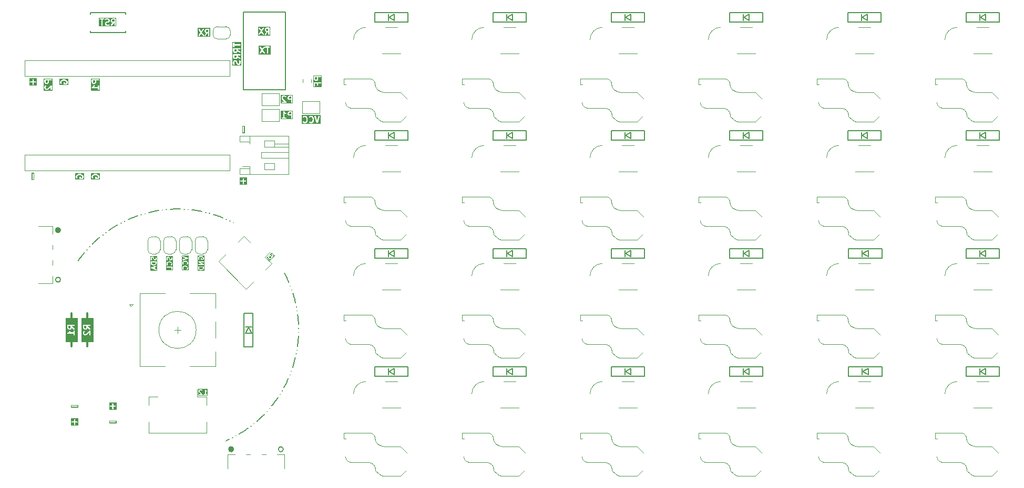
<source format=gbr>
%TF.GenerationSoftware,KiCad,Pcbnew,9.0.6-9.0.6~ubuntu24.04.1*%
%TF.CreationDate,2025-12-15T01:56:44+08:00*%
%TF.ProjectId,TPS,5450532e-6b69-4636-9164-5f7063625858,rev?*%
%TF.SameCoordinates,Original*%
%TF.FileFunction,Legend,Bot*%
%TF.FilePolarity,Positive*%
%FSLAX46Y46*%
G04 Gerber Fmt 4.6, Leading zero omitted, Abs format (unit mm)*
G04 Created by KiCad (PCBNEW 9.0.6-9.0.6~ubuntu24.04.1) date 2025-12-15 01:56:44*
%MOMM*%
%LPD*%
G01*
G04 APERTURE LIST*
%ADD10C,0.150000*%
%ADD11C,0.200000*%
%ADD12C,0.160000*%
%ADD13C,0.120000*%
%ADD14C,0.300000*%
%ADD15C,0.100000*%
%ADD16C,0.475000*%
G04 APERTURE END LIST*
D10*
X47232004Y-69276181D02*
X47330060Y-69137104D01*
X47330060Y-69137104D02*
X47429327Y-68998888D01*
X47429327Y-68998888D02*
X47529795Y-68861543D01*
X47529795Y-68861543D02*
X47631459Y-68725080D01*
X47631459Y-68725080D02*
X47734309Y-68589510D01*
X47734309Y-68589510D02*
X47838338Y-68454842D01*
X47838338Y-68454842D02*
X47943539Y-68321088D01*
X47943539Y-68321088D02*
X48049903Y-68188256D01*
X48049903Y-68188256D02*
X48157422Y-68056358D01*
X48157422Y-68056358D02*
X48232956Y-67965085D01*
X48623924Y-67509986D02*
X48643838Y-67487549D01*
X49049303Y-67045316D02*
X49069931Y-67023534D01*
X49489470Y-66594629D02*
X49610841Y-66475354D01*
X49610841Y-66475354D02*
X49733248Y-66357143D01*
X49733248Y-66357143D02*
X49856682Y-66240004D01*
X49856682Y-66240004D02*
X49981134Y-66123946D01*
X49981134Y-66123946D02*
X50106594Y-66008980D01*
X50106594Y-66008980D02*
X50233052Y-65895112D01*
X50233052Y-65895112D02*
X50360499Y-65782353D01*
X50360499Y-65782353D02*
X50488925Y-65670709D01*
X50488925Y-65670709D02*
X50618321Y-65560191D01*
X50618321Y-65560191D02*
X50708975Y-65483916D01*
X51175102Y-65106164D02*
X51198712Y-65087655D01*
X51676799Y-64725157D02*
X51700994Y-64707420D01*
X52190540Y-64360555D02*
X52331304Y-64264935D01*
X52331304Y-64264935D02*
X52472897Y-64170548D01*
X52472897Y-64170548D02*
X52615309Y-64077400D01*
X52615309Y-64077400D02*
X52758527Y-63985499D01*
X52758527Y-63985499D02*
X52902542Y-63894851D01*
X52902542Y-63894851D02*
X53047343Y-63805462D01*
X53047343Y-63805462D02*
X53192919Y-63717341D01*
X53192919Y-63717341D02*
X53339257Y-63630494D01*
X53339257Y-63630494D02*
X53486348Y-63544927D01*
X53486348Y-63544927D02*
X53589193Y-63486114D01*
X54115419Y-63197916D02*
X54141960Y-63183932D01*
X54677221Y-62912883D02*
X54704200Y-62899764D01*
X55247937Y-62646146D02*
X55403545Y-62577273D01*
X55403545Y-62577273D02*
X55559749Y-62509760D01*
X55559749Y-62509760D02*
X55716536Y-62443613D01*
X55716536Y-62443613D02*
X55873893Y-62378836D01*
X55873893Y-62378836D02*
X56031811Y-62315435D01*
X56031811Y-62315435D02*
X56190275Y-62253415D01*
X56190275Y-62253415D02*
X56349275Y-62192780D01*
X56349275Y-62192780D02*
X56508798Y-62133535D01*
X56508798Y-62133535D02*
X56668831Y-62075684D01*
X56668831Y-62075684D02*
X56780543Y-62036233D01*
X57349863Y-61846901D02*
X57378480Y-61837895D01*
X57953618Y-61667053D02*
X57982510Y-61658976D01*
X58562867Y-61506800D02*
X58728292Y-61466898D01*
X58728292Y-61466898D02*
X58894059Y-61428441D01*
X58894059Y-61428441D02*
X59060155Y-61391432D01*
X59060155Y-61391432D02*
X59226567Y-61355874D01*
X59226567Y-61355874D02*
X59393284Y-61321769D01*
X59393284Y-61321769D02*
X59560291Y-61289121D01*
X59560291Y-61289121D02*
X59727578Y-61257931D01*
X59727578Y-61257931D02*
X59895130Y-61228202D01*
X59895130Y-61228202D02*
X60062935Y-61199937D01*
X60062935Y-61199937D02*
X60179905Y-61181123D01*
X60773923Y-61096776D02*
X60803689Y-61093038D01*
X61400121Y-61027923D02*
X61429993Y-61025149D01*
X62028217Y-60979333D02*
X62198113Y-60969691D01*
X62198113Y-60969691D02*
X62368086Y-60961533D01*
X62368086Y-60961533D02*
X62538124Y-60954858D01*
X62538124Y-60954858D02*
X62708214Y-60949667D01*
X62708214Y-60949667D02*
X62878343Y-60945961D01*
X62878343Y-60945961D02*
X63048497Y-60943739D01*
X63048497Y-60943739D02*
X63218665Y-60943002D01*
X63218665Y-60943002D02*
X63388832Y-60943751D01*
X63388832Y-60943751D02*
X63558987Y-60945984D01*
X63558987Y-60945984D02*
X63677435Y-60948415D01*
X64276957Y-60971777D02*
X64306911Y-60973429D01*
X64905365Y-61016145D02*
X64935250Y-61018763D01*
X65532012Y-61080788D02*
X65700889Y-61101718D01*
X65700889Y-61101718D02*
X65869577Y-61124122D01*
X65869577Y-61124122D02*
X66038063Y-61147996D01*
X66038063Y-61147996D02*
X66206334Y-61173341D01*
X66206334Y-61173341D02*
X66374378Y-61200152D01*
X66374378Y-61200152D02*
X66542181Y-61228429D01*
X66542181Y-61228429D02*
X66709731Y-61258169D01*
X66709731Y-61258169D02*
X66877015Y-61289370D01*
X66877015Y-61289370D02*
X67044021Y-61322030D01*
X67044021Y-61322030D02*
X67160120Y-61345628D01*
X67745773Y-61475945D02*
X67774948Y-61482933D01*
X68356085Y-61632099D02*
X68385019Y-61640026D01*
X68961035Y-61807886D02*
X69123437Y-61858713D01*
X69123437Y-61858713D02*
X69285388Y-61910954D01*
X69285388Y-61910954D02*
X69446878Y-61964607D01*
X69446878Y-61964607D02*
X69607893Y-62019667D01*
X69607893Y-62019667D02*
X69768421Y-62076131D01*
X69768421Y-62076131D02*
X69928451Y-62133992D01*
X69928451Y-62133992D02*
X70087970Y-62193249D01*
X70087970Y-62193249D02*
X70246965Y-62253894D01*
X70246965Y-62253894D02*
X70405426Y-62315926D01*
X70405426Y-62315926D02*
X70515425Y-62359928D01*
X71068285Y-62592988D02*
X71095737Y-62605086D01*
X71640781Y-62855883D02*
X71667828Y-62868862D01*
X72204486Y-63137134D02*
X72241105Y-63156199D01*
X80431092Y-71280065D02*
X80510397Y-71430625D01*
X80510397Y-71430625D02*
X80588386Y-71581870D01*
X80588386Y-71581870D02*
X80665051Y-71733791D01*
X80665051Y-71733791D02*
X80740388Y-71886375D01*
X80740388Y-71886375D02*
X80814391Y-72039611D01*
X80814391Y-72039611D02*
X80887053Y-72193486D01*
X80887053Y-72193486D02*
X80958370Y-72347990D01*
X80958370Y-72347990D02*
X81028336Y-72503110D01*
X81028336Y-72503110D02*
X81096945Y-72658835D01*
X81096945Y-72658835D02*
X81143908Y-72767603D01*
X81371552Y-73322715D02*
X81382485Y-73350652D01*
X81592079Y-73912828D02*
X81602104Y-73941104D01*
X81793428Y-74509757D02*
X81844498Y-74672082D01*
X81844498Y-74672082D02*
X81894149Y-74834847D01*
X81894149Y-74834847D02*
X81942377Y-74998038D01*
X81942377Y-74998038D02*
X81989180Y-75161645D01*
X81989180Y-75161645D02*
X82034553Y-75325653D01*
X82034553Y-75325653D02*
X82078493Y-75490051D01*
X82078493Y-75490051D02*
X82120997Y-75654827D01*
X82120997Y-75654827D02*
X82162062Y-75819967D01*
X82162062Y-75819967D02*
X82201683Y-75985459D01*
X82201683Y-75985459D02*
X82228415Y-76100877D01*
X82353000Y-76687776D02*
X82358754Y-76717219D01*
X82464315Y-77307836D02*
X82469116Y-77337449D01*
X82555544Y-77931168D02*
X82576727Y-78100013D01*
X82576727Y-78100013D02*
X82596436Y-78269037D01*
X82596436Y-78269037D02*
X82614670Y-78438226D01*
X82614670Y-78438226D02*
X82631426Y-78607569D01*
X82631426Y-78607569D02*
X82646704Y-78777050D01*
X82646704Y-78777050D02*
X82660502Y-78946659D01*
X82660502Y-78946659D02*
X82672819Y-79116382D01*
X82672819Y-79116382D02*
X82683655Y-79286205D01*
X82683655Y-79286205D02*
X82693009Y-79456117D01*
X82693009Y-79456117D02*
X82698645Y-79574457D01*
X82716145Y-80174178D02*
X82716535Y-80204175D01*
X82714653Y-80804149D02*
X82714075Y-80834143D01*
X82692813Y-81433742D02*
X82683426Y-81603652D01*
X82683426Y-81603652D02*
X82672556Y-81773474D01*
X82672556Y-81773474D02*
X82660205Y-81943194D01*
X82660205Y-81943194D02*
X82646373Y-82112800D01*
X82646373Y-82112800D02*
X82631062Y-82282279D01*
X82631062Y-82282279D02*
X82614272Y-82451618D01*
X82614272Y-82451618D02*
X82596005Y-82620803D01*
X82596005Y-82620803D02*
X82576263Y-82789823D01*
X82576263Y-82789823D02*
X82555046Y-82958665D01*
X82555046Y-82958665D02*
X82539405Y-83076101D01*
X82449254Y-83669266D02*
X82444268Y-83698848D01*
X82335003Y-84288792D02*
X82329064Y-84318198D01*
X82200800Y-84904304D02*
X82161145Y-85069788D01*
X82161145Y-85069788D02*
X82120048Y-85234920D01*
X82120048Y-85234920D02*
X82077511Y-85399687D01*
X82077511Y-85399687D02*
X82033539Y-85564076D01*
X82033539Y-85564076D02*
X81988133Y-85728075D01*
X81988133Y-85728075D02*
X81941298Y-85891672D01*
X81941298Y-85891672D02*
X81893037Y-86054855D01*
X81893037Y-86054855D02*
X81843354Y-86217609D01*
X81843354Y-86217609D02*
X81792252Y-86379924D01*
X81792252Y-86379924D02*
X81755839Y-86492663D01*
X81560951Y-87060105D02*
X81550749Y-87088317D01*
X81337632Y-87649167D02*
X81326524Y-87677035D01*
X81095402Y-88230708D02*
X81026762Y-88386420D01*
X81026762Y-88386420D02*
X80956765Y-88541526D01*
X80956765Y-88541526D02*
X80885418Y-88696015D01*
X80885418Y-88696015D02*
X80812725Y-88849877D01*
X80812725Y-88849877D02*
X80738692Y-89003097D01*
X80738692Y-89003097D02*
X80663325Y-89155666D01*
X80663325Y-89155666D02*
X80586629Y-89307572D01*
X80586629Y-89307572D02*
X80508611Y-89458802D01*
X80508611Y-89458802D02*
X80429276Y-89609346D01*
X80429276Y-89609346D02*
X80373268Y-89713745D01*
X80079939Y-90237128D02*
X80064851Y-90263058D01*
X79754769Y-90776692D02*
X79738851Y-90802121D01*
X79412339Y-91305472D02*
X79316931Y-91446379D01*
X79316931Y-91446379D02*
X79220296Y-91586447D01*
X79220296Y-91586447D02*
X79122443Y-91725668D01*
X79122443Y-91725668D02*
X79023379Y-91864029D01*
X79023379Y-91864029D02*
X78923111Y-92001520D01*
X78923111Y-92001520D02*
X78821648Y-92138131D01*
X78821648Y-92138131D02*
X78718995Y-92273852D01*
X78718995Y-92273852D02*
X78615163Y-92408671D01*
X78615163Y-92408671D02*
X78510158Y-92542580D01*
X78510158Y-92542580D02*
X78436364Y-92635264D01*
X78054073Y-93097677D02*
X78034587Y-93120487D01*
X77637559Y-93570309D02*
X77617346Y-93592477D01*
X77205995Y-94029240D02*
X77086901Y-94150790D01*
X77086901Y-94150790D02*
X76966752Y-94271295D01*
X76966752Y-94271295D02*
X76845555Y-94390748D01*
X76845555Y-94390748D02*
X76723321Y-94509138D01*
X76723321Y-94509138D02*
X76600058Y-94626457D01*
X76600058Y-94626457D02*
X76475776Y-94742696D01*
X76475776Y-94742696D02*
X76350484Y-94857846D01*
X76350484Y-94857846D02*
X76224192Y-94971898D01*
X76224192Y-94971898D02*
X76096910Y-95084844D01*
X76096910Y-95084844D02*
X76007715Y-95162820D01*
X75548815Y-95549320D02*
X75525560Y-95568273D01*
X75054415Y-95939748D02*
X75030560Y-95957939D01*
X74547661Y-96314002D02*
X74408731Y-96412266D01*
X74408731Y-96412266D02*
X74268948Y-96509314D01*
X74268948Y-96509314D02*
X74128324Y-96605139D01*
X74128324Y-96605139D02*
X73986869Y-96699733D01*
X73986869Y-96699733D02*
X73844594Y-96793089D01*
X73844594Y-96793089D02*
X73701510Y-96885200D01*
X73701510Y-96885200D02*
X73557628Y-96976058D01*
X73557628Y-96976058D02*
X73412958Y-97065658D01*
X73412958Y-97065658D02*
X73267511Y-97153992D01*
X73267511Y-97153992D02*
X73165797Y-97214739D01*
X72645117Y-97512839D02*
X72618844Y-97527322D01*
X72088806Y-97808446D02*
X72062079Y-97822073D01*
X71523237Y-98085929D02*
X71368959Y-98157734D01*
X71368959Y-98157734D02*
X71214060Y-98228189D01*
X71214060Y-98228189D02*
X71058553Y-98297289D01*
X71058553Y-98297289D02*
X70993364Y-98325775D01*
D11*
G36*
X53379141Y-95502377D02*
G01*
X52198857Y-95502377D01*
X52198857Y-95271757D01*
X52309968Y-95271757D01*
X52309968Y-95310775D01*
X52324900Y-95346823D01*
X52352490Y-95374413D01*
X52388538Y-95389345D01*
X52408047Y-95391266D01*
X53169951Y-95391266D01*
X53189460Y-95389345D01*
X53225508Y-95374413D01*
X53253098Y-95346823D01*
X53268030Y-95310775D01*
X53268030Y-95271757D01*
X53253098Y-95235709D01*
X53225508Y-95208119D01*
X53189460Y-95193187D01*
X53169951Y-95191266D01*
X52408047Y-95191266D01*
X52388538Y-95193187D01*
X52352490Y-95208119D01*
X52324900Y-95235709D01*
X52309968Y-95271757D01*
X52198857Y-95271757D01*
X52198857Y-95080155D01*
X53379141Y-95080155D01*
X53379141Y-95502377D01*
G37*
G36*
X74398875Y-57030141D02*
G01*
X73218590Y-57030141D01*
X73218590Y-56420490D01*
X73329701Y-56420490D01*
X73329701Y-56459508D01*
X73344633Y-56495556D01*
X73372223Y-56523146D01*
X73408271Y-56538078D01*
X73427780Y-56539999D01*
X73708733Y-56539999D01*
X73708733Y-56820951D01*
X73710654Y-56840460D01*
X73725586Y-56876508D01*
X73753176Y-56904098D01*
X73789224Y-56919030D01*
X73828242Y-56919030D01*
X73864290Y-56904098D01*
X73891880Y-56876508D01*
X73906812Y-56840460D01*
X73908733Y-56820951D01*
X73908733Y-56539999D01*
X74189685Y-56539999D01*
X74209194Y-56538078D01*
X74245242Y-56523146D01*
X74272832Y-56495556D01*
X74287764Y-56459508D01*
X74287764Y-56420490D01*
X74272832Y-56384442D01*
X74245242Y-56356852D01*
X74209194Y-56341920D01*
X74189685Y-56339999D01*
X73908733Y-56339999D01*
X73908733Y-56059047D01*
X73906812Y-56039538D01*
X73891880Y-56003490D01*
X73864290Y-55975900D01*
X73828242Y-55960968D01*
X73789224Y-55960968D01*
X73753176Y-55975900D01*
X73725586Y-56003490D01*
X73710654Y-56039538D01*
X73708733Y-56059047D01*
X73708733Y-56339999D01*
X73427780Y-56339999D01*
X73408271Y-56341920D01*
X73372223Y-56356852D01*
X73344633Y-56384442D01*
X73329701Y-56420490D01*
X73218590Y-56420490D01*
X73218590Y-55849857D01*
X74398875Y-55849857D01*
X74398875Y-57030141D01*
G37*
G36*
X53379141Y-93343409D02*
G01*
X52198857Y-93343409D01*
X52198857Y-92733757D01*
X52309968Y-92733757D01*
X52309968Y-92772775D01*
X52324900Y-92808823D01*
X52352490Y-92836413D01*
X52388538Y-92851345D01*
X52408047Y-92853266D01*
X52688999Y-92853266D01*
X52688999Y-93134219D01*
X52690920Y-93153728D01*
X52705852Y-93189776D01*
X52733442Y-93217366D01*
X52769490Y-93232298D01*
X52808508Y-93232298D01*
X52844556Y-93217366D01*
X52872146Y-93189776D01*
X52887078Y-93153728D01*
X52888999Y-93134219D01*
X52888999Y-92853266D01*
X53169951Y-92853266D01*
X53189460Y-92851345D01*
X53225508Y-92836413D01*
X53253098Y-92808823D01*
X53268030Y-92772775D01*
X53268030Y-92733757D01*
X53253098Y-92697709D01*
X53225508Y-92670119D01*
X53189460Y-92655187D01*
X53169951Y-92653266D01*
X52888999Y-92653266D01*
X52888999Y-92372314D01*
X52887078Y-92352805D01*
X52872146Y-92316757D01*
X52844556Y-92289167D01*
X52808508Y-92274235D01*
X52769490Y-92274235D01*
X52733442Y-92289167D01*
X52705852Y-92316757D01*
X52690920Y-92352805D01*
X52688999Y-92372314D01*
X52688999Y-92653266D01*
X52408047Y-92653266D01*
X52388538Y-92655187D01*
X52352490Y-92670119D01*
X52324900Y-92697709D01*
X52309968Y-92733757D01*
X52198857Y-92733757D01*
X52198857Y-92163124D01*
X53379141Y-92163124D01*
X53379141Y-93343409D01*
G37*
G36*
X47229141Y-95881409D02*
G01*
X46048857Y-95881409D01*
X46048857Y-95271757D01*
X46159968Y-95271757D01*
X46159968Y-95310775D01*
X46174900Y-95346823D01*
X46202490Y-95374413D01*
X46238538Y-95389345D01*
X46258047Y-95391266D01*
X46538999Y-95391266D01*
X46538999Y-95672219D01*
X46540920Y-95691728D01*
X46555852Y-95727776D01*
X46583442Y-95755366D01*
X46619490Y-95770298D01*
X46658508Y-95770298D01*
X46694556Y-95755366D01*
X46722146Y-95727776D01*
X46737078Y-95691728D01*
X46738999Y-95672219D01*
X46738999Y-95391266D01*
X47019951Y-95391266D01*
X47039460Y-95389345D01*
X47075508Y-95374413D01*
X47103098Y-95346823D01*
X47118030Y-95310775D01*
X47118030Y-95271757D01*
X47103098Y-95235709D01*
X47075508Y-95208119D01*
X47039460Y-95193187D01*
X47019951Y-95191266D01*
X46738999Y-95191266D01*
X46738999Y-94910314D01*
X46737078Y-94890805D01*
X46722146Y-94854757D01*
X46694556Y-94827167D01*
X46658508Y-94812235D01*
X46619490Y-94812235D01*
X46583442Y-94827167D01*
X46555852Y-94854757D01*
X46540920Y-94890805D01*
X46538999Y-94910314D01*
X46538999Y-95191266D01*
X46258047Y-95191266D01*
X46238538Y-95193187D01*
X46202490Y-95208119D01*
X46174900Y-95235709D01*
X46159968Y-95271757D01*
X46048857Y-95271757D01*
X46048857Y-94701124D01*
X47229141Y-94701124D01*
X47229141Y-95881409D01*
G37*
G36*
X47229141Y-92962377D02*
G01*
X46048857Y-92962377D01*
X46048857Y-92731757D01*
X46159968Y-92731757D01*
X46159968Y-92770775D01*
X46174900Y-92806823D01*
X46202490Y-92834413D01*
X46238538Y-92849345D01*
X46258047Y-92851266D01*
X47019951Y-92851266D01*
X47039460Y-92849345D01*
X47075508Y-92834413D01*
X47103098Y-92806823D01*
X47118030Y-92770775D01*
X47118030Y-92731757D01*
X47103098Y-92695709D01*
X47075508Y-92668119D01*
X47039460Y-92653187D01*
X47019951Y-92651266D01*
X46258047Y-92651266D01*
X46238538Y-92653187D01*
X46202490Y-92668119D01*
X46174900Y-92695709D01*
X46159968Y-92731757D01*
X46048857Y-92731757D01*
X46048857Y-92540155D01*
X47229141Y-92540155D01*
X47229141Y-92962377D01*
G37*
G36*
X74050377Y-48690143D02*
G01*
X73628155Y-48690143D01*
X73628155Y-47719048D01*
X73739266Y-47719048D01*
X73739266Y-48480953D01*
X73741187Y-48500462D01*
X73756119Y-48536510D01*
X73783709Y-48564100D01*
X73819757Y-48579032D01*
X73858775Y-48579032D01*
X73894823Y-48564100D01*
X73922413Y-48536510D01*
X73937345Y-48500462D01*
X73939266Y-48480953D01*
X73939266Y-47719048D01*
X73937345Y-47699539D01*
X73922413Y-47663491D01*
X73894823Y-47635901D01*
X73858775Y-47620969D01*
X73819757Y-47620969D01*
X73783709Y-47635901D01*
X73756119Y-47663491D01*
X73741187Y-47699539D01*
X73739266Y-47719048D01*
X73628155Y-47719048D01*
X73628155Y-47509858D01*
X74050377Y-47509858D01*
X74050377Y-48690143D01*
G37*
G36*
X78196373Y-36013330D02*
G01*
X76299882Y-36013330D01*
X76299882Y-34802114D01*
X76410993Y-34802114D01*
X76418565Y-34840391D01*
X76427788Y-34857689D01*
X76724141Y-35302219D01*
X76427788Y-35746749D01*
X76418565Y-35764047D01*
X76410993Y-35802324D01*
X76418645Y-35840584D01*
X76440356Y-35873004D01*
X76472821Y-35894647D01*
X76511098Y-35902219D01*
X76549358Y-35894567D01*
X76581778Y-35872856D01*
X76594198Y-35857689D01*
X76844326Y-35482496D01*
X77094454Y-35857689D01*
X77106874Y-35872856D01*
X77139294Y-35894567D01*
X77177554Y-35902219D01*
X77215831Y-35894647D01*
X77248296Y-35873004D01*
X77270007Y-35840584D01*
X77277659Y-35802324D01*
X77270087Y-35764047D01*
X77260864Y-35746749D01*
X76964510Y-35302219D01*
X77260864Y-34857689D01*
X77270087Y-34840391D01*
X77277659Y-34802114D01*
X77273778Y-34782710D01*
X77317676Y-34782710D01*
X77317676Y-34821728D01*
X77332608Y-34857776D01*
X77360198Y-34885366D01*
X77396246Y-34900298D01*
X77415755Y-34902219D01*
X77601469Y-34902219D01*
X77601469Y-35802219D01*
X77603390Y-35821728D01*
X77618322Y-35857776D01*
X77645912Y-35885366D01*
X77681960Y-35900298D01*
X77720978Y-35900298D01*
X77757026Y-35885366D01*
X77784616Y-35857776D01*
X77799548Y-35821728D01*
X77801469Y-35802219D01*
X77801469Y-34902219D01*
X77987183Y-34902219D01*
X78006692Y-34900298D01*
X78042740Y-34885366D01*
X78070330Y-34857776D01*
X78085262Y-34821728D01*
X78085262Y-34782710D01*
X78070330Y-34746662D01*
X78042740Y-34719072D01*
X78006692Y-34704140D01*
X77987183Y-34702219D01*
X77415755Y-34702219D01*
X77396246Y-34704140D01*
X77360198Y-34719072D01*
X77332608Y-34746662D01*
X77317676Y-34782710D01*
X77273778Y-34782710D01*
X77270007Y-34763854D01*
X77248296Y-34731434D01*
X77215831Y-34709791D01*
X77177554Y-34702219D01*
X77139294Y-34709871D01*
X77106874Y-34731582D01*
X77094454Y-34746749D01*
X76844326Y-35121941D01*
X76594198Y-34746749D01*
X76581778Y-34731582D01*
X76549358Y-34709871D01*
X76511098Y-34702219D01*
X76472821Y-34709791D01*
X76440356Y-34731434D01*
X76418645Y-34763854D01*
X76410993Y-34802114D01*
X76299882Y-34802114D01*
X76299882Y-34591108D01*
X78196373Y-34591108D01*
X78196373Y-36013330D01*
G37*
G36*
X77844326Y-32178028D02*
G01*
X77586981Y-32178028D01*
X77527371Y-32148223D01*
X77502703Y-32123554D01*
X77472898Y-32063944D01*
X77472898Y-31968302D01*
X77502703Y-31908692D01*
X77527371Y-31884023D01*
X77586981Y-31854219D01*
X77844326Y-31854219D01*
X77844326Y-32178028D01*
G37*
G36*
X78155437Y-32965330D02*
G01*
X76161787Y-32965330D01*
X76161787Y-31754114D01*
X76272898Y-31754114D01*
X76280470Y-31792391D01*
X76289693Y-31809689D01*
X76586046Y-32254219D01*
X76289693Y-32698749D01*
X76280470Y-32716047D01*
X76272898Y-32754324D01*
X76280550Y-32792584D01*
X76302261Y-32825004D01*
X76334726Y-32846647D01*
X76373003Y-32854219D01*
X76411263Y-32846567D01*
X76443683Y-32824856D01*
X76456103Y-32809689D01*
X76706231Y-32434496D01*
X76956359Y-32809689D01*
X76968779Y-32824856D01*
X77001199Y-32846567D01*
X77039459Y-32854219D01*
X77077736Y-32846647D01*
X77110201Y-32825004D01*
X77131912Y-32792584D01*
X77139564Y-32754324D01*
X77131992Y-32716047D01*
X77122769Y-32698749D01*
X76826415Y-32254219D01*
X77032765Y-31944695D01*
X77272898Y-31944695D01*
X77272898Y-32087552D01*
X77274819Y-32107061D01*
X77276194Y-32110381D01*
X77276449Y-32113965D01*
X77283455Y-32132273D01*
X77331074Y-32227511D01*
X77336359Y-32235907D01*
X77337370Y-32238347D01*
X77339623Y-32241093D01*
X77341517Y-32244101D01*
X77343511Y-32245830D01*
X77349806Y-32253501D01*
X77397425Y-32301119D01*
X77405091Y-32307411D01*
X77406824Y-32309409D01*
X77409832Y-32311302D01*
X77412578Y-32313556D01*
X77415018Y-32314566D01*
X77423415Y-32319852D01*
X77518652Y-32367471D01*
X77520942Y-32368347D01*
X77290975Y-32696873D01*
X77281361Y-32713957D01*
X77272921Y-32752051D01*
X77279702Y-32790476D01*
X77300671Y-32823381D01*
X77332636Y-32845756D01*
X77370730Y-32854196D01*
X77409155Y-32847415D01*
X77442060Y-32826446D01*
X77454821Y-32811565D01*
X77758296Y-32378028D01*
X77844326Y-32378028D01*
X77844326Y-32754219D01*
X77846247Y-32773728D01*
X77861179Y-32809776D01*
X77888769Y-32837366D01*
X77924817Y-32852298D01*
X77963835Y-32852298D01*
X77999883Y-32837366D01*
X78027473Y-32809776D01*
X78042405Y-32773728D01*
X78044326Y-32754219D01*
X78044326Y-31754219D01*
X78042405Y-31734710D01*
X78027473Y-31698662D01*
X77999883Y-31671072D01*
X77963835Y-31656140D01*
X77944326Y-31654219D01*
X77563374Y-31654219D01*
X77543865Y-31656140D01*
X77540544Y-31657515D01*
X77536961Y-31657770D01*
X77518652Y-31664776D01*
X77423415Y-31712395D01*
X77415018Y-31717680D01*
X77412578Y-31718691D01*
X77409832Y-31720944D01*
X77406824Y-31722838D01*
X77405091Y-31724835D01*
X77397425Y-31731128D01*
X77349806Y-31778746D01*
X77343511Y-31786416D01*
X77341517Y-31788146D01*
X77339623Y-31791153D01*
X77337370Y-31793900D01*
X77336359Y-31796339D01*
X77331074Y-31804736D01*
X77283455Y-31899974D01*
X77276449Y-31918282D01*
X77276194Y-31921865D01*
X77274819Y-31925186D01*
X77272898Y-31944695D01*
X77032765Y-31944695D01*
X77122769Y-31809689D01*
X77131992Y-31792391D01*
X77139564Y-31754114D01*
X77131912Y-31715854D01*
X77110201Y-31683434D01*
X77077736Y-31661791D01*
X77039459Y-31654219D01*
X77001199Y-31661871D01*
X76968779Y-31683582D01*
X76956359Y-31698749D01*
X76706231Y-32073941D01*
X76456103Y-31698749D01*
X76443683Y-31683582D01*
X76411263Y-31661871D01*
X76373003Y-31654219D01*
X76334726Y-31661791D01*
X76302261Y-31683434D01*
X76280550Y-31715854D01*
X76272898Y-31754114D01*
X76161787Y-31754114D01*
X76161787Y-31543108D01*
X78155437Y-31543108D01*
X78155437Y-32965330D01*
G37*
G36*
X72690028Y-36423202D02*
G01*
X72660223Y-36482811D01*
X72635554Y-36507479D01*
X72575945Y-36537285D01*
X72480302Y-36537285D01*
X72420692Y-36507480D01*
X72396024Y-36482811D01*
X72366219Y-36423201D01*
X72366219Y-36165857D01*
X72690028Y-36165857D01*
X72690028Y-36423202D01*
G37*
G36*
X72690028Y-35423202D02*
G01*
X72660223Y-35482811D01*
X72635554Y-35507479D01*
X72575945Y-35537285D01*
X72480302Y-35537285D01*
X72420692Y-35507480D01*
X72396024Y-35482811D01*
X72366219Y-35423201D01*
X72366219Y-35165857D01*
X72690028Y-35165857D01*
X72690028Y-35423202D01*
G37*
G36*
X73477330Y-37800777D02*
G01*
X72055108Y-37800777D01*
X72055108Y-37208714D01*
X72166219Y-37208714D01*
X72166219Y-37446809D01*
X72167191Y-37456682D01*
X72167004Y-37459316D01*
X72167791Y-37462779D01*
X72168140Y-37466318D01*
X72169151Y-37468760D01*
X72171351Y-37478432D01*
X72218970Y-37621288D01*
X72226961Y-37639189D01*
X72252526Y-37668665D01*
X72287425Y-37686114D01*
X72326345Y-37688881D01*
X72363361Y-37676542D01*
X72392837Y-37650977D01*
X72410287Y-37616078D01*
X72413053Y-37577158D01*
X72408706Y-37558043D01*
X72366219Y-37430582D01*
X72366219Y-37232321D01*
X72396024Y-37172711D01*
X72420692Y-37148042D01*
X72480302Y-37118238D01*
X72528326Y-37118238D01*
X72587935Y-37148043D01*
X72612604Y-37172711D01*
X72648057Y-37243618D01*
X72693014Y-37423443D01*
X72693527Y-37424880D01*
X72693579Y-37425603D01*
X72696687Y-37433727D01*
X72699609Y-37441904D01*
X72700039Y-37442484D01*
X72700585Y-37443911D01*
X72748204Y-37539149D01*
X72753489Y-37547545D01*
X72754500Y-37549985D01*
X72756753Y-37552731D01*
X72758647Y-37555739D01*
X72760641Y-37557468D01*
X72766936Y-37565139D01*
X72814555Y-37612757D01*
X72822221Y-37619049D01*
X72823954Y-37621047D01*
X72826962Y-37622940D01*
X72829708Y-37625194D01*
X72832148Y-37626204D01*
X72840545Y-37631490D01*
X72935782Y-37679109D01*
X72954091Y-37686115D01*
X72957674Y-37686369D01*
X72960995Y-37687745D01*
X72980504Y-37689666D01*
X73075742Y-37689666D01*
X73095251Y-37687745D01*
X73098571Y-37686369D01*
X73102155Y-37686115D01*
X73120463Y-37679109D01*
X73215701Y-37631490D01*
X73224093Y-37626206D01*
X73226537Y-37625195D01*
X73229286Y-37622938D01*
X73232291Y-37621047D01*
X73234020Y-37619052D01*
X73241690Y-37612758D01*
X73289310Y-37565140D01*
X73295603Y-37557471D01*
X73297600Y-37555740D01*
X73299493Y-37552731D01*
X73301747Y-37549986D01*
X73302757Y-37547545D01*
X73308043Y-37539149D01*
X73355662Y-37443912D01*
X73362668Y-37425603D01*
X73362922Y-37422019D01*
X73364298Y-37418699D01*
X73366219Y-37399190D01*
X73366219Y-37161095D01*
X73365246Y-37151221D01*
X73365434Y-37148587D01*
X73364646Y-37145123D01*
X73364298Y-37141586D01*
X73363286Y-37139144D01*
X73361087Y-37129472D01*
X73313468Y-36986615D01*
X73305477Y-36968715D01*
X73279912Y-36939239D01*
X73245013Y-36921789D01*
X73206093Y-36919023D01*
X73169077Y-36931361D01*
X73139601Y-36956926D01*
X73122151Y-36991825D01*
X73119385Y-37030745D01*
X73123732Y-37049861D01*
X73166219Y-37177321D01*
X73166219Y-37375583D01*
X73136414Y-37435192D01*
X73111746Y-37459859D01*
X73052135Y-37489666D01*
X73004111Y-37489666D01*
X72944501Y-37459861D01*
X72919833Y-37435192D01*
X72884379Y-37364285D01*
X72839423Y-37184460D01*
X72838909Y-37183021D01*
X72838858Y-37182301D01*
X72835749Y-37174176D01*
X72832828Y-37166000D01*
X72832398Y-37165420D01*
X72831852Y-37163992D01*
X72784233Y-37068755D01*
X72778947Y-37060358D01*
X72777937Y-37057918D01*
X72775683Y-37055172D01*
X72773790Y-37052164D01*
X72771792Y-37050431D01*
X72765500Y-37042765D01*
X72717882Y-36995146D01*
X72710211Y-36988851D01*
X72708482Y-36986857D01*
X72705474Y-36984963D01*
X72702728Y-36982710D01*
X72700288Y-36981699D01*
X72691892Y-36976414D01*
X72596654Y-36928795D01*
X72578346Y-36921789D01*
X72574762Y-36921534D01*
X72571442Y-36920159D01*
X72551933Y-36918238D01*
X72456695Y-36918238D01*
X72437186Y-36920159D01*
X72433865Y-36921534D01*
X72430282Y-36921789D01*
X72411973Y-36928795D01*
X72316736Y-36976414D01*
X72308339Y-36981699D01*
X72305899Y-36982710D01*
X72303153Y-36984963D01*
X72300145Y-36986857D01*
X72298412Y-36988854D01*
X72290746Y-36995147D01*
X72243127Y-37042765D01*
X72236832Y-37050435D01*
X72234838Y-37052165D01*
X72232944Y-37055172D01*
X72230691Y-37057919D01*
X72229680Y-37060358D01*
X72224395Y-37068755D01*
X72176776Y-37163993D01*
X72169770Y-37182301D01*
X72169515Y-37185884D01*
X72168140Y-37189205D01*
X72166219Y-37208714D01*
X72055108Y-37208714D01*
X72055108Y-36065857D01*
X72166219Y-36065857D01*
X72166219Y-36446809D01*
X72168140Y-36466318D01*
X72169515Y-36469638D01*
X72169770Y-36473222D01*
X72176776Y-36491530D01*
X72224395Y-36586768D01*
X72229680Y-36595164D01*
X72230691Y-36597604D01*
X72232944Y-36600350D01*
X72234838Y-36603358D01*
X72236832Y-36605087D01*
X72243127Y-36612758D01*
X72290746Y-36660376D01*
X72298412Y-36666668D01*
X72300145Y-36668666D01*
X72303153Y-36670559D01*
X72305899Y-36672813D01*
X72308339Y-36673823D01*
X72316736Y-36679109D01*
X72411973Y-36726728D01*
X72430282Y-36733734D01*
X72433865Y-36733988D01*
X72437186Y-36735364D01*
X72456695Y-36737285D01*
X72599552Y-36737285D01*
X72619061Y-36735364D01*
X72622381Y-36733988D01*
X72625965Y-36733734D01*
X72644273Y-36726728D01*
X72739511Y-36679109D01*
X72747907Y-36673823D01*
X72750347Y-36672813D01*
X72753093Y-36670559D01*
X72756101Y-36668666D01*
X72757830Y-36666671D01*
X72765501Y-36660377D01*
X72813119Y-36612758D01*
X72819411Y-36605091D01*
X72821409Y-36603359D01*
X72823302Y-36600350D01*
X72825556Y-36597605D01*
X72826566Y-36595164D01*
X72831852Y-36586768D01*
X72879471Y-36491531D01*
X72880347Y-36489240D01*
X73208873Y-36719208D01*
X73225957Y-36728822D01*
X73264052Y-36737262D01*
X73302476Y-36730481D01*
X73335381Y-36709512D01*
X73357756Y-36677547D01*
X73366196Y-36639453D01*
X73359415Y-36601028D01*
X73338446Y-36568123D01*
X73323565Y-36555362D01*
X72890028Y-36251886D01*
X72890028Y-36165857D01*
X73266219Y-36165857D01*
X73285728Y-36163936D01*
X73321776Y-36149004D01*
X73349366Y-36121414D01*
X73364298Y-36085366D01*
X73364298Y-36046348D01*
X73349366Y-36010300D01*
X73321776Y-35982710D01*
X73285728Y-35967778D01*
X73266219Y-35965857D01*
X72266219Y-35965857D01*
X72246710Y-35967778D01*
X72210662Y-35982710D01*
X72183072Y-36010300D01*
X72168140Y-36046348D01*
X72166219Y-36065857D01*
X72055108Y-36065857D01*
X72055108Y-35065857D01*
X72166219Y-35065857D01*
X72166219Y-35446809D01*
X72168140Y-35466318D01*
X72169515Y-35469638D01*
X72169770Y-35473222D01*
X72176776Y-35491530D01*
X72224395Y-35586768D01*
X72229680Y-35595164D01*
X72230691Y-35597604D01*
X72232944Y-35600350D01*
X72234838Y-35603358D01*
X72236832Y-35605087D01*
X72243127Y-35612758D01*
X72290746Y-35660376D01*
X72298412Y-35666668D01*
X72300145Y-35668666D01*
X72303153Y-35670559D01*
X72305899Y-35672813D01*
X72308339Y-35673823D01*
X72316736Y-35679109D01*
X72411973Y-35726728D01*
X72430282Y-35733734D01*
X72433865Y-35733988D01*
X72437186Y-35735364D01*
X72456695Y-35737285D01*
X72599552Y-35737285D01*
X72619061Y-35735364D01*
X72622381Y-35733988D01*
X72625965Y-35733734D01*
X72644273Y-35726728D01*
X72739511Y-35679109D01*
X72747907Y-35673823D01*
X72750347Y-35672813D01*
X72753093Y-35670559D01*
X72756101Y-35668666D01*
X72757830Y-35666671D01*
X72765501Y-35660377D01*
X72813119Y-35612758D01*
X72819411Y-35605091D01*
X72821409Y-35603359D01*
X72823302Y-35600350D01*
X72825556Y-35597605D01*
X72826566Y-35595164D01*
X72831852Y-35586768D01*
X72879471Y-35491531D01*
X72880347Y-35489240D01*
X73208873Y-35719208D01*
X73225957Y-35728822D01*
X73264052Y-35737262D01*
X73302476Y-35730481D01*
X73335381Y-35709512D01*
X73357756Y-35677547D01*
X73366196Y-35639453D01*
X73359415Y-35601028D01*
X73338446Y-35568123D01*
X73323565Y-35555362D01*
X72890028Y-35251886D01*
X72890028Y-35165857D01*
X73266219Y-35165857D01*
X73285728Y-35163936D01*
X73321776Y-35149004D01*
X73349366Y-35121414D01*
X73364298Y-35085366D01*
X73364298Y-35046348D01*
X73349366Y-35010300D01*
X73321776Y-34982710D01*
X73285728Y-34967778D01*
X73266219Y-34965857D01*
X72266219Y-34965857D01*
X72246710Y-34967778D01*
X72210662Y-34982710D01*
X72183072Y-35010300D01*
X72168140Y-35046348D01*
X72166219Y-35065857D01*
X72055108Y-35065857D01*
X72055108Y-34161095D01*
X72166219Y-34161095D01*
X72166219Y-34732523D01*
X72168140Y-34752032D01*
X72183072Y-34788080D01*
X72210662Y-34815670D01*
X72246710Y-34830602D01*
X72285728Y-34830602D01*
X72321776Y-34815670D01*
X72349366Y-34788080D01*
X72364298Y-34752032D01*
X72366219Y-34732523D01*
X72366219Y-34546809D01*
X73266219Y-34546809D01*
X73285728Y-34544888D01*
X73321776Y-34529956D01*
X73349366Y-34502366D01*
X73364298Y-34466318D01*
X73364298Y-34427300D01*
X73349366Y-34391252D01*
X73321776Y-34363662D01*
X73285728Y-34348730D01*
X73266219Y-34346809D01*
X72366219Y-34346809D01*
X72366219Y-34161095D01*
X72364298Y-34141586D01*
X72349366Y-34105538D01*
X72321776Y-34077948D01*
X72285728Y-34063016D01*
X72246710Y-34063016D01*
X72210662Y-34077948D01*
X72183072Y-34105538D01*
X72168140Y-34141586D01*
X72166219Y-34161095D01*
X72055108Y-34161095D01*
X72055108Y-33951905D01*
X73477330Y-33951905D01*
X73477330Y-37800777D01*
G37*
G36*
X45986028Y-80062250D02*
G01*
X45956223Y-80121859D01*
X45931554Y-80146527D01*
X45871945Y-80176333D01*
X45776302Y-80176333D01*
X45716692Y-80146528D01*
X45692024Y-80121859D01*
X45662219Y-80062249D01*
X45662219Y-79804905D01*
X45986028Y-79804905D01*
X45986028Y-80062250D01*
G37*
G36*
X46773330Y-81437904D02*
G01*
X45351108Y-81437904D01*
X45351108Y-80942895D01*
X45462219Y-80942895D01*
X45464140Y-80952605D01*
X45464140Y-80962509D01*
X45467889Y-80971561D01*
X45469791Y-80981172D01*
X45475283Y-80989410D01*
X45479072Y-80998557D01*
X45485998Y-81005483D01*
X45491434Y-81013637D01*
X45499662Y-81019147D01*
X45506662Y-81026147D01*
X45515713Y-81029896D01*
X45523854Y-81035348D01*
X45533561Y-81037289D01*
X45542710Y-81041079D01*
X45562012Y-81042979D01*
X45562114Y-81043000D01*
X45562148Y-81042993D01*
X45562219Y-81043000D01*
X46462219Y-81043000D01*
X46462219Y-81228714D01*
X46464140Y-81248223D01*
X46479072Y-81284271D01*
X46506662Y-81311861D01*
X46542710Y-81326793D01*
X46581728Y-81326793D01*
X46617776Y-81311861D01*
X46645366Y-81284271D01*
X46660298Y-81248223D01*
X46662219Y-81228714D01*
X46662219Y-80657286D01*
X46660298Y-80637777D01*
X46645366Y-80601729D01*
X46617776Y-80574139D01*
X46581728Y-80559207D01*
X46542710Y-80559207D01*
X46506662Y-80574139D01*
X46479072Y-80601729D01*
X46464140Y-80637777D01*
X46462219Y-80657286D01*
X46462219Y-80843000D01*
X45851260Y-80843000D01*
X45871025Y-80823235D01*
X45877316Y-80815568D01*
X45879314Y-80813836D01*
X45881209Y-80810824D01*
X45883461Y-80808081D01*
X45884470Y-80805643D01*
X45889757Y-80797245D01*
X45937376Y-80702008D01*
X45944382Y-80683699D01*
X45947148Y-80644779D01*
X45934809Y-80607763D01*
X45909244Y-80578286D01*
X45874346Y-80560837D01*
X45835426Y-80558072D01*
X45798410Y-80570410D01*
X45768933Y-80595975D01*
X45758490Y-80612565D01*
X45718129Y-80693287D01*
X45641365Y-80770051D01*
X45506749Y-80859795D01*
X45506694Y-80859839D01*
X45506662Y-80859853D01*
X45506588Y-80859926D01*
X45491582Y-80872215D01*
X45486071Y-80880443D01*
X45479072Y-80887443D01*
X45475322Y-80896494D01*
X45469871Y-80904635D01*
X45467929Y-80914342D01*
X45464140Y-80923491D01*
X45464140Y-80933290D01*
X45462219Y-80942895D01*
X45351108Y-80942895D01*
X45351108Y-79704905D01*
X45462219Y-79704905D01*
X45462219Y-80085857D01*
X45464140Y-80105366D01*
X45465515Y-80108686D01*
X45465770Y-80112270D01*
X45472776Y-80130578D01*
X45520395Y-80225816D01*
X45525680Y-80234212D01*
X45526691Y-80236652D01*
X45528944Y-80239398D01*
X45530838Y-80242406D01*
X45532832Y-80244135D01*
X45539127Y-80251806D01*
X45586746Y-80299424D01*
X45594412Y-80305716D01*
X45596145Y-80307714D01*
X45599153Y-80309607D01*
X45601899Y-80311861D01*
X45604339Y-80312871D01*
X45612736Y-80318157D01*
X45707973Y-80365776D01*
X45726282Y-80372782D01*
X45729865Y-80373036D01*
X45733186Y-80374412D01*
X45752695Y-80376333D01*
X45895552Y-80376333D01*
X45915061Y-80374412D01*
X45918381Y-80373036D01*
X45921965Y-80372782D01*
X45940273Y-80365776D01*
X46035511Y-80318157D01*
X46043907Y-80312871D01*
X46046347Y-80311861D01*
X46049093Y-80309607D01*
X46052101Y-80307714D01*
X46053830Y-80305719D01*
X46061501Y-80299425D01*
X46109119Y-80251806D01*
X46115411Y-80244139D01*
X46117409Y-80242407D01*
X46119302Y-80239398D01*
X46121556Y-80236653D01*
X46122566Y-80234212D01*
X46127852Y-80225816D01*
X46175471Y-80130579D01*
X46176347Y-80128288D01*
X46504873Y-80358256D01*
X46521957Y-80367870D01*
X46560052Y-80376310D01*
X46598476Y-80369529D01*
X46631381Y-80348560D01*
X46653756Y-80316595D01*
X46662196Y-80278501D01*
X46655415Y-80240076D01*
X46634446Y-80207171D01*
X46619565Y-80194410D01*
X46186028Y-79890934D01*
X46186028Y-79804905D01*
X46562219Y-79804905D01*
X46581728Y-79802984D01*
X46617776Y-79788052D01*
X46645366Y-79760462D01*
X46660298Y-79724414D01*
X46660298Y-79685396D01*
X46645366Y-79649348D01*
X46617776Y-79621758D01*
X46581728Y-79606826D01*
X46562219Y-79604905D01*
X45562219Y-79604905D01*
X45542710Y-79606826D01*
X45506662Y-79621758D01*
X45479072Y-79649348D01*
X45464140Y-79685396D01*
X45462219Y-79704905D01*
X45351108Y-79704905D01*
X45351108Y-79493794D01*
X46773330Y-79493794D01*
X46773330Y-81437904D01*
G37*
G36*
X85686028Y-39946869D02*
G01*
X85656223Y-40006478D01*
X85631554Y-40031146D01*
X85571945Y-40060952D01*
X85476302Y-40060952D01*
X85416692Y-40031147D01*
X85392024Y-40006478D01*
X85362219Y-39946868D01*
X85362219Y-39689524D01*
X85686028Y-39689524D01*
X85686028Y-39946869D01*
G37*
G36*
X86471409Y-41274904D02*
G01*
X85051108Y-41274904D01*
X85051108Y-40589524D01*
X85162219Y-40589524D01*
X85162219Y-41065714D01*
X85164140Y-41085223D01*
X85179072Y-41121271D01*
X85206662Y-41148861D01*
X85242710Y-41163793D01*
X85281728Y-41163793D01*
X85317776Y-41148861D01*
X85345366Y-41121271D01*
X85360298Y-41085223D01*
X85362219Y-41065714D01*
X85362219Y-40689524D01*
X85638409Y-40689524D01*
X85638409Y-40922857D01*
X85640330Y-40942366D01*
X85655262Y-40978414D01*
X85682852Y-41006004D01*
X85718900Y-41020936D01*
X85757918Y-41020936D01*
X85793966Y-41006004D01*
X85821556Y-40978414D01*
X85836488Y-40942366D01*
X85838409Y-40922857D01*
X85838409Y-40689524D01*
X86262219Y-40689524D01*
X86281728Y-40687603D01*
X86317776Y-40672671D01*
X86345366Y-40645081D01*
X86360298Y-40609033D01*
X86360298Y-40570015D01*
X86345366Y-40533967D01*
X86317776Y-40506377D01*
X86281728Y-40491445D01*
X86262219Y-40489524D01*
X85262219Y-40489524D01*
X85242710Y-40491445D01*
X85206662Y-40506377D01*
X85179072Y-40533967D01*
X85164140Y-40570015D01*
X85162219Y-40589524D01*
X85051108Y-40589524D01*
X85051108Y-39589524D01*
X85162219Y-39589524D01*
X85162219Y-39970476D01*
X85164140Y-39989985D01*
X85165515Y-39993305D01*
X85165770Y-39996889D01*
X85172776Y-40015197D01*
X85220395Y-40110435D01*
X85225680Y-40118831D01*
X85226691Y-40121271D01*
X85228944Y-40124017D01*
X85230838Y-40127025D01*
X85232832Y-40128754D01*
X85239127Y-40136425D01*
X85286746Y-40184043D01*
X85294412Y-40190335D01*
X85296145Y-40192333D01*
X85299153Y-40194226D01*
X85301899Y-40196480D01*
X85304339Y-40197490D01*
X85312736Y-40202776D01*
X85407973Y-40250395D01*
X85426282Y-40257401D01*
X85429865Y-40257655D01*
X85433186Y-40259031D01*
X85452695Y-40260952D01*
X85595552Y-40260952D01*
X85615061Y-40259031D01*
X85618381Y-40257655D01*
X85621965Y-40257401D01*
X85640273Y-40250395D01*
X85735511Y-40202776D01*
X85743907Y-40197490D01*
X85746347Y-40196480D01*
X85749093Y-40194226D01*
X85752101Y-40192333D01*
X85753830Y-40190338D01*
X85761501Y-40184044D01*
X85809119Y-40136425D01*
X85815411Y-40128758D01*
X85817409Y-40127026D01*
X85819302Y-40124017D01*
X85821556Y-40121272D01*
X85822566Y-40118831D01*
X85827852Y-40110435D01*
X85875471Y-40015198D01*
X85882477Y-39996889D01*
X85882731Y-39993305D01*
X85884107Y-39989985D01*
X85886028Y-39970476D01*
X85886028Y-39689524D01*
X86262219Y-39689524D01*
X86281728Y-39687603D01*
X86317776Y-39672671D01*
X86345366Y-39645081D01*
X86360298Y-39609033D01*
X86360298Y-39570015D01*
X86345366Y-39533967D01*
X86317776Y-39506377D01*
X86281728Y-39491445D01*
X86262219Y-39489524D01*
X85262219Y-39489524D01*
X85242710Y-39491445D01*
X85206662Y-39506377D01*
X85179072Y-39533967D01*
X85164140Y-39570015D01*
X85162219Y-39589524D01*
X85051108Y-39589524D01*
X85051108Y-39378413D01*
X86471409Y-39378413D01*
X86471409Y-41274904D01*
G37*
G36*
X81492094Y-45679028D02*
G01*
X81234749Y-45679028D01*
X81175139Y-45649223D01*
X81150471Y-45624554D01*
X81120666Y-45564944D01*
X81120666Y-45469302D01*
X81150471Y-45409692D01*
X81175139Y-45385023D01*
X81234749Y-45355219D01*
X81492094Y-45355219D01*
X81492094Y-45679028D01*
G37*
G36*
X81803205Y-46466330D02*
G01*
X79859095Y-46466330D01*
X79859095Y-46235710D01*
X79970206Y-46235710D01*
X79970206Y-46274728D01*
X79985138Y-46310776D01*
X80012728Y-46338366D01*
X80048776Y-46353298D01*
X80068285Y-46355219D01*
X80639713Y-46355219D01*
X80659222Y-46353298D01*
X80695270Y-46338366D01*
X80722860Y-46310776D01*
X80737792Y-46274728D01*
X80737792Y-46235710D01*
X80722860Y-46199662D01*
X80695270Y-46172072D01*
X80659222Y-46157140D01*
X80639713Y-46155219D01*
X80453999Y-46155219D01*
X80453999Y-45544260D01*
X80473764Y-45564025D01*
X80481430Y-45570316D01*
X80483163Y-45572314D01*
X80486174Y-45574209D01*
X80488918Y-45576461D01*
X80491355Y-45577470D01*
X80499754Y-45582757D01*
X80594991Y-45630376D01*
X80613300Y-45637382D01*
X80652220Y-45640148D01*
X80689236Y-45627809D01*
X80718713Y-45602244D01*
X80736162Y-45567346D01*
X80738927Y-45528426D01*
X80726589Y-45491410D01*
X80701024Y-45461933D01*
X80684434Y-45451490D01*
X80672844Y-45445695D01*
X80920666Y-45445695D01*
X80920666Y-45588552D01*
X80922587Y-45608061D01*
X80923962Y-45611381D01*
X80924217Y-45614965D01*
X80931223Y-45633273D01*
X80978842Y-45728511D01*
X80984127Y-45736907D01*
X80985138Y-45739347D01*
X80987391Y-45742093D01*
X80989285Y-45745101D01*
X80991279Y-45746830D01*
X80997574Y-45754501D01*
X81045193Y-45802119D01*
X81052859Y-45808411D01*
X81054592Y-45810409D01*
X81057600Y-45812302D01*
X81060346Y-45814556D01*
X81062786Y-45815566D01*
X81071183Y-45820852D01*
X81166420Y-45868471D01*
X81184729Y-45875477D01*
X81188312Y-45875731D01*
X81191633Y-45877107D01*
X81211142Y-45879028D01*
X81492094Y-45879028D01*
X81492094Y-46255219D01*
X81494015Y-46274728D01*
X81508947Y-46310776D01*
X81536537Y-46338366D01*
X81572585Y-46353298D01*
X81611603Y-46353298D01*
X81647651Y-46338366D01*
X81675241Y-46310776D01*
X81690173Y-46274728D01*
X81692094Y-46255219D01*
X81692094Y-45255219D01*
X81690173Y-45235710D01*
X81675241Y-45199662D01*
X81647651Y-45172072D01*
X81611603Y-45157140D01*
X81592094Y-45155219D01*
X81211142Y-45155219D01*
X81191633Y-45157140D01*
X81188312Y-45158515D01*
X81184729Y-45158770D01*
X81166420Y-45165776D01*
X81071183Y-45213395D01*
X81062786Y-45218680D01*
X81060346Y-45219691D01*
X81057600Y-45221944D01*
X81054592Y-45223838D01*
X81052859Y-45225835D01*
X81045193Y-45232128D01*
X80997574Y-45279746D01*
X80991279Y-45287416D01*
X80989285Y-45289146D01*
X80987391Y-45292153D01*
X80985138Y-45294900D01*
X80984127Y-45297339D01*
X80978842Y-45305736D01*
X80931223Y-45400974D01*
X80924217Y-45419282D01*
X80923962Y-45422865D01*
X80922587Y-45426186D01*
X80920666Y-45445695D01*
X80672844Y-45445695D01*
X80603712Y-45411129D01*
X80526948Y-45334365D01*
X80437204Y-45199749D01*
X80437159Y-45199694D01*
X80437146Y-45199662D01*
X80437072Y-45199588D01*
X80424784Y-45184582D01*
X80416555Y-45179071D01*
X80409556Y-45172072D01*
X80400504Y-45168322D01*
X80392364Y-45162871D01*
X80382656Y-45160929D01*
X80373508Y-45157140D01*
X80363709Y-45157140D01*
X80354104Y-45155219D01*
X80344393Y-45157140D01*
X80334490Y-45157140D01*
X80325437Y-45160889D01*
X80315827Y-45162791D01*
X80307588Y-45168283D01*
X80298442Y-45172072D01*
X80291515Y-45178998D01*
X80283362Y-45184434D01*
X80277851Y-45192662D01*
X80270852Y-45199662D01*
X80267102Y-45208713D01*
X80261651Y-45216854D01*
X80259709Y-45226561D01*
X80255920Y-45235710D01*
X80254019Y-45255012D01*
X80253999Y-45255114D01*
X80254005Y-45255148D01*
X80253999Y-45255219D01*
X80253999Y-46155219D01*
X80068285Y-46155219D01*
X80048776Y-46157140D01*
X80012728Y-46172072D01*
X79985138Y-46199662D01*
X79970206Y-46235710D01*
X79859095Y-46235710D01*
X79859095Y-45044108D01*
X81803205Y-45044108D01*
X81803205Y-46466330D01*
G37*
G36*
X81492094Y-43139028D02*
G01*
X81234749Y-43139028D01*
X81175139Y-43109223D01*
X81150471Y-43084554D01*
X81120666Y-43024944D01*
X81120666Y-42929302D01*
X81150471Y-42869692D01*
X81175139Y-42845023D01*
X81234749Y-42815219D01*
X81492094Y-42815219D01*
X81492094Y-43139028D01*
G37*
G36*
X81803205Y-43926330D02*
G01*
X79857174Y-43926330D01*
X79857174Y-42905695D01*
X79968285Y-42905695D01*
X79968285Y-43000933D01*
X79969257Y-43010806D01*
X79969070Y-43013440D01*
X79969857Y-43016903D01*
X79970206Y-43020442D01*
X79971217Y-43022884D01*
X79973417Y-43032556D01*
X80021036Y-43175412D01*
X80029027Y-43193313D01*
X80031382Y-43196028D01*
X80032757Y-43199347D01*
X80045193Y-43214501D01*
X80445910Y-43615219D01*
X80068285Y-43615219D01*
X80048776Y-43617140D01*
X80012728Y-43632072D01*
X79985138Y-43659662D01*
X79970206Y-43695710D01*
X79970206Y-43734728D01*
X79985138Y-43770776D01*
X80012728Y-43798366D01*
X80048776Y-43813298D01*
X80068285Y-43815219D01*
X80687332Y-43815219D01*
X80706841Y-43813298D01*
X80742889Y-43798366D01*
X80770479Y-43770776D01*
X80785411Y-43734728D01*
X80785411Y-43695710D01*
X80770479Y-43659662D01*
X80758043Y-43644508D01*
X80203306Y-43089770D01*
X80168285Y-42984706D01*
X80168285Y-42929302D01*
X80198090Y-42869692D01*
X80222758Y-42845023D01*
X80282368Y-42815219D01*
X80473249Y-42815219D01*
X80532858Y-42845024D01*
X80569002Y-42881167D01*
X80584155Y-42893604D01*
X80620204Y-42908535D01*
X80659222Y-42908535D01*
X80666079Y-42905695D01*
X80920666Y-42905695D01*
X80920666Y-43048552D01*
X80922587Y-43068061D01*
X80923962Y-43071381D01*
X80924217Y-43074965D01*
X80931223Y-43093273D01*
X80978842Y-43188511D01*
X80984127Y-43196907D01*
X80985138Y-43199347D01*
X80987391Y-43202093D01*
X80989285Y-43205101D01*
X80991279Y-43206830D01*
X80997574Y-43214501D01*
X81045193Y-43262119D01*
X81052859Y-43268411D01*
X81054592Y-43270409D01*
X81057600Y-43272302D01*
X81060346Y-43274556D01*
X81062786Y-43275566D01*
X81071183Y-43280852D01*
X81166420Y-43328471D01*
X81184729Y-43335477D01*
X81188312Y-43335731D01*
X81191633Y-43337107D01*
X81211142Y-43339028D01*
X81492094Y-43339028D01*
X81492094Y-43715219D01*
X81494015Y-43734728D01*
X81508947Y-43770776D01*
X81536537Y-43798366D01*
X81572585Y-43813298D01*
X81611603Y-43813298D01*
X81647651Y-43798366D01*
X81675241Y-43770776D01*
X81690173Y-43734728D01*
X81692094Y-43715219D01*
X81692094Y-42715219D01*
X81690173Y-42695710D01*
X81675241Y-42659662D01*
X81647651Y-42632072D01*
X81611603Y-42617140D01*
X81592094Y-42615219D01*
X81211142Y-42615219D01*
X81191633Y-42617140D01*
X81188312Y-42618515D01*
X81184729Y-42618770D01*
X81166420Y-42625776D01*
X81071183Y-42673395D01*
X81062786Y-42678680D01*
X81060346Y-42679691D01*
X81057600Y-42681944D01*
X81054592Y-42683838D01*
X81052859Y-42685835D01*
X81045193Y-42692128D01*
X80997574Y-42739746D01*
X80991279Y-42747416D01*
X80989285Y-42749146D01*
X80987391Y-42752153D01*
X80985138Y-42754900D01*
X80984127Y-42757339D01*
X80978842Y-42765736D01*
X80931223Y-42860974D01*
X80924217Y-42879282D01*
X80923962Y-42882865D01*
X80922587Y-42886186D01*
X80920666Y-42905695D01*
X80666079Y-42905695D01*
X80695270Y-42893604D01*
X80722860Y-42866014D01*
X80737791Y-42829966D01*
X80737791Y-42790948D01*
X80722860Y-42754899D01*
X80710423Y-42739746D01*
X80662805Y-42692127D01*
X80655134Y-42685832D01*
X80653405Y-42683838D01*
X80650397Y-42681944D01*
X80647651Y-42679691D01*
X80645211Y-42678680D01*
X80636815Y-42673395D01*
X80541577Y-42625776D01*
X80523269Y-42618770D01*
X80519685Y-42618515D01*
X80516365Y-42617140D01*
X80496856Y-42615219D01*
X80258761Y-42615219D01*
X80239252Y-42617140D01*
X80235931Y-42618515D01*
X80232348Y-42618770D01*
X80214039Y-42625776D01*
X80118802Y-42673395D01*
X80110405Y-42678680D01*
X80107965Y-42679691D01*
X80105219Y-42681944D01*
X80102211Y-42683838D01*
X80100478Y-42685835D01*
X80092812Y-42692128D01*
X80045193Y-42739746D01*
X80038898Y-42747416D01*
X80036904Y-42749146D01*
X80035010Y-42752153D01*
X80032757Y-42754900D01*
X80031746Y-42757339D01*
X80026461Y-42765736D01*
X79978842Y-42860974D01*
X79971836Y-42879282D01*
X79971581Y-42882865D01*
X79970206Y-42886186D01*
X79968285Y-42905695D01*
X79857174Y-42905695D01*
X79857174Y-42504108D01*
X81803205Y-42504108D01*
X81803205Y-43926330D01*
G37*
G36*
X53040047Y-30704028D02*
G01*
X52782702Y-30704028D01*
X52723092Y-30674223D01*
X52698424Y-30649554D01*
X52668619Y-30589944D01*
X52668619Y-30494302D01*
X52698424Y-30434692D01*
X52723092Y-30410023D01*
X52782702Y-30380219D01*
X53040047Y-30380219D01*
X53040047Y-30704028D01*
G37*
G36*
X53351158Y-31491330D02*
G01*
X50549905Y-31491330D01*
X50549905Y-30260710D01*
X50661016Y-30260710D01*
X50661016Y-30299728D01*
X50675948Y-30335776D01*
X50703538Y-30363366D01*
X50739586Y-30378298D01*
X50759095Y-30380219D01*
X50944809Y-30380219D01*
X50944809Y-31280219D01*
X50946730Y-31299728D01*
X50961662Y-31335776D01*
X50989252Y-31363366D01*
X51025300Y-31378298D01*
X51064318Y-31378298D01*
X51100366Y-31363366D01*
X51127956Y-31335776D01*
X51142888Y-31299728D01*
X51144809Y-31280219D01*
X51144809Y-30994504D01*
X51516238Y-30994504D01*
X51516238Y-31089742D01*
X51518159Y-31109251D01*
X51519534Y-31112571D01*
X51519789Y-31116155D01*
X51526795Y-31134463D01*
X51574414Y-31229701D01*
X51579697Y-31238093D01*
X51580709Y-31240537D01*
X51582965Y-31243286D01*
X51584857Y-31246291D01*
X51586851Y-31248020D01*
X51593146Y-31255690D01*
X51640764Y-31303310D01*
X51648432Y-31309603D01*
X51650164Y-31311600D01*
X51653172Y-31313493D01*
X51655918Y-31315747D01*
X51658358Y-31316757D01*
X51666755Y-31322043D01*
X51761992Y-31369662D01*
X51780301Y-31376668D01*
X51783884Y-31376922D01*
X51787205Y-31378298D01*
X51806714Y-31380219D01*
X52044809Y-31380219D01*
X52054682Y-31379246D01*
X52057316Y-31379434D01*
X52060779Y-31378646D01*
X52064318Y-31378298D01*
X52066760Y-31377286D01*
X52076432Y-31375087D01*
X52219288Y-31327468D01*
X52237189Y-31319477D01*
X52266665Y-31293912D01*
X52284114Y-31259013D01*
X52286881Y-31220093D01*
X52274542Y-31183077D01*
X52248977Y-31153601D01*
X52214078Y-31136151D01*
X52175158Y-31133385D01*
X52156043Y-31137732D01*
X52028582Y-31180219D01*
X51830321Y-31180219D01*
X51770711Y-31150414D01*
X51746044Y-31125746D01*
X51716238Y-31066134D01*
X51716238Y-31018111D01*
X51746043Y-30958501D01*
X51770711Y-30933832D01*
X51841618Y-30898379D01*
X52021443Y-30853423D01*
X52022880Y-30852909D01*
X52023603Y-30852858D01*
X52031727Y-30849749D01*
X52039904Y-30846828D01*
X52040484Y-30846397D01*
X52041911Y-30845852D01*
X52137149Y-30798233D01*
X52145545Y-30792947D01*
X52147985Y-30791937D01*
X52150731Y-30789683D01*
X52153739Y-30787790D01*
X52155468Y-30785795D01*
X52163139Y-30779501D01*
X52210757Y-30731882D01*
X52217049Y-30724215D01*
X52219047Y-30722483D01*
X52220940Y-30719474D01*
X52223194Y-30716729D01*
X52224204Y-30714288D01*
X52229490Y-30705892D01*
X52277109Y-30610655D01*
X52284115Y-30592346D01*
X52284369Y-30588762D01*
X52285745Y-30585442D01*
X52287666Y-30565933D01*
X52287666Y-30470695D01*
X52468619Y-30470695D01*
X52468619Y-30613552D01*
X52470540Y-30633061D01*
X52471915Y-30636381D01*
X52472170Y-30639965D01*
X52479176Y-30658273D01*
X52526795Y-30753511D01*
X52532080Y-30761907D01*
X52533091Y-30764347D01*
X52535344Y-30767093D01*
X52537238Y-30770101D01*
X52539232Y-30771830D01*
X52545527Y-30779501D01*
X52593146Y-30827119D01*
X52600812Y-30833411D01*
X52602545Y-30835409D01*
X52605553Y-30837302D01*
X52608299Y-30839556D01*
X52610739Y-30840566D01*
X52619136Y-30845852D01*
X52714373Y-30893471D01*
X52716663Y-30894347D01*
X52486696Y-31222873D01*
X52477082Y-31239957D01*
X52468642Y-31278051D01*
X52475423Y-31316476D01*
X52496392Y-31349381D01*
X52528357Y-31371756D01*
X52566451Y-31380196D01*
X52604876Y-31373415D01*
X52637781Y-31352446D01*
X52650542Y-31337565D01*
X52954017Y-30904028D01*
X53040047Y-30904028D01*
X53040047Y-31280219D01*
X53041968Y-31299728D01*
X53056900Y-31335776D01*
X53084490Y-31363366D01*
X53120538Y-31378298D01*
X53159556Y-31378298D01*
X53195604Y-31363366D01*
X53223194Y-31335776D01*
X53238126Y-31299728D01*
X53240047Y-31280219D01*
X53240047Y-30280219D01*
X53238126Y-30260710D01*
X53223194Y-30224662D01*
X53195604Y-30197072D01*
X53159556Y-30182140D01*
X53140047Y-30180219D01*
X52759095Y-30180219D01*
X52739586Y-30182140D01*
X52736265Y-30183515D01*
X52732682Y-30183770D01*
X52714373Y-30190776D01*
X52619136Y-30238395D01*
X52610739Y-30243680D01*
X52608299Y-30244691D01*
X52605553Y-30246944D01*
X52602545Y-30248838D01*
X52600812Y-30250835D01*
X52593146Y-30257128D01*
X52545527Y-30304746D01*
X52539232Y-30312416D01*
X52537238Y-30314146D01*
X52535344Y-30317153D01*
X52533091Y-30319900D01*
X52532080Y-30322339D01*
X52526795Y-30330736D01*
X52479176Y-30425974D01*
X52472170Y-30444282D01*
X52471915Y-30447865D01*
X52470540Y-30451186D01*
X52468619Y-30470695D01*
X52287666Y-30470695D01*
X52285745Y-30451186D01*
X52284369Y-30447865D01*
X52284115Y-30444282D01*
X52277109Y-30425973D01*
X52229490Y-30330736D01*
X52224204Y-30322339D01*
X52223194Y-30319899D01*
X52220940Y-30317153D01*
X52219047Y-30314145D01*
X52217049Y-30312412D01*
X52210757Y-30304746D01*
X52163139Y-30257127D01*
X52155468Y-30250832D01*
X52153739Y-30248838D01*
X52150731Y-30246944D01*
X52147985Y-30244691D01*
X52145545Y-30243680D01*
X52137149Y-30238395D01*
X52041911Y-30190776D01*
X52023603Y-30183770D01*
X52020019Y-30183515D01*
X52016699Y-30182140D01*
X51997190Y-30180219D01*
X51759095Y-30180219D01*
X51749221Y-30181191D01*
X51746587Y-30181004D01*
X51743123Y-30181791D01*
X51739586Y-30182140D01*
X51737144Y-30183151D01*
X51727472Y-30185351D01*
X51584615Y-30232970D01*
X51566715Y-30240961D01*
X51537239Y-30266526D01*
X51519789Y-30301425D01*
X51517023Y-30340345D01*
X51529361Y-30377361D01*
X51554926Y-30406837D01*
X51589825Y-30424287D01*
X51628745Y-30427053D01*
X51647861Y-30422706D01*
X51775321Y-30380219D01*
X51973583Y-30380219D01*
X52033192Y-30410024D01*
X52057861Y-30434692D01*
X52087666Y-30494302D01*
X52087666Y-30542326D01*
X52057861Y-30601935D01*
X52033192Y-30626603D01*
X51962285Y-30662057D01*
X51782460Y-30707014D01*
X51781021Y-30707527D01*
X51780301Y-30707579D01*
X51772176Y-30710687D01*
X51764000Y-30713609D01*
X51763420Y-30714038D01*
X51761992Y-30714585D01*
X51666755Y-30762204D01*
X51658358Y-30767489D01*
X51655918Y-30768500D01*
X51653172Y-30770753D01*
X51650164Y-30772647D01*
X51648431Y-30774644D01*
X51640765Y-30780937D01*
X51593146Y-30828555D01*
X51586851Y-30836225D01*
X51584857Y-30837955D01*
X51582963Y-30840962D01*
X51580710Y-30843709D01*
X51579699Y-30846148D01*
X51574414Y-30854545D01*
X51526795Y-30949783D01*
X51519789Y-30968091D01*
X51519534Y-30971674D01*
X51518159Y-30974995D01*
X51516238Y-30994504D01*
X51144809Y-30994504D01*
X51144809Y-30380219D01*
X51330523Y-30380219D01*
X51350032Y-30378298D01*
X51386080Y-30363366D01*
X51413670Y-30335776D01*
X51428602Y-30299728D01*
X51428602Y-30260710D01*
X51413670Y-30224662D01*
X51386080Y-30197072D01*
X51350032Y-30182140D01*
X51330523Y-30180219D01*
X50759095Y-30180219D01*
X50739586Y-30182140D01*
X50703538Y-30197072D01*
X50675948Y-30224662D01*
X50661016Y-30260710D01*
X50549905Y-30260710D01*
X50549905Y-30069108D01*
X53351158Y-30069108D01*
X53351158Y-31491330D01*
G37*
D12*
G36*
X67309275Y-70445017D02*
G01*
X67281257Y-70529071D01*
X67227600Y-70582727D01*
X67170875Y-70611090D01*
X67036571Y-70644667D01*
X66941979Y-70644667D01*
X66807673Y-70611090D01*
X66750949Y-70582727D01*
X66697292Y-70529070D01*
X66669275Y-70445017D01*
X66669275Y-70347524D01*
X67309275Y-70347524D01*
X67309275Y-70445017D01*
G37*
G36*
X67558164Y-70893556D02*
G01*
X66420386Y-70893556D01*
X66420386Y-70267524D01*
X66509275Y-70267524D01*
X66509275Y-70458000D01*
X66510052Y-70465897D01*
X66509903Y-70468006D01*
X66510533Y-70470778D01*
X66510812Y-70473607D01*
X66511620Y-70475558D01*
X66513380Y-70483298D01*
X66551475Y-70597584D01*
X66557869Y-70611904D01*
X66559751Y-70614074D01*
X66560852Y-70616732D01*
X66570801Y-70628855D01*
X66646992Y-70705045D01*
X66653126Y-70710080D01*
X66654511Y-70711676D01*
X66656914Y-70713189D01*
X66659114Y-70714994D01*
X66661068Y-70715803D01*
X66667783Y-70720030D01*
X66743974Y-70758125D01*
X66745115Y-70758561D01*
X66745580Y-70758906D01*
X66752128Y-70761245D01*
X66758621Y-70763730D01*
X66759197Y-70763770D01*
X66760348Y-70764182D01*
X66912729Y-70802278D01*
X66915434Y-70802678D01*
X66916525Y-70803130D01*
X66922398Y-70803708D01*
X66928243Y-70804573D01*
X66929411Y-70804399D01*
X66932132Y-70804667D01*
X67046418Y-70804667D01*
X67049138Y-70804399D01*
X67050307Y-70804573D01*
X67056151Y-70803708D01*
X67062025Y-70803130D01*
X67063115Y-70802678D01*
X67065821Y-70802278D01*
X67218202Y-70764182D01*
X67219352Y-70763770D01*
X67219929Y-70763730D01*
X67226421Y-70761245D01*
X67232970Y-70758906D01*
X67233434Y-70758561D01*
X67234576Y-70758125D01*
X67310766Y-70720030D01*
X67317482Y-70715802D01*
X67319434Y-70714994D01*
X67321630Y-70713191D01*
X67324038Y-70711676D01*
X67325423Y-70710078D01*
X67331557Y-70705045D01*
X67407748Y-70628855D01*
X67417697Y-70616732D01*
X67418797Y-70614076D01*
X67420681Y-70611904D01*
X67427075Y-70597584D01*
X67465170Y-70483298D01*
X67466929Y-70475558D01*
X67467738Y-70473607D01*
X67468016Y-70470778D01*
X67468647Y-70468006D01*
X67468497Y-70465897D01*
X67469275Y-70458000D01*
X67469275Y-70267524D01*
X67467738Y-70251917D01*
X67455793Y-70223078D01*
X67433721Y-70201006D01*
X67404882Y-70189061D01*
X67389275Y-70187524D01*
X66589275Y-70187524D01*
X66573668Y-70189061D01*
X66544829Y-70201006D01*
X66522757Y-70223078D01*
X66510812Y-70251917D01*
X66509275Y-70267524D01*
X66420386Y-70267524D01*
X66420386Y-69435017D01*
X66509470Y-69435017D01*
X66510812Y-69439937D01*
X66510812Y-69445036D01*
X66514883Y-69454865D01*
X66517683Y-69465131D01*
X66520805Y-69469162D01*
X66522757Y-69473875D01*
X66530283Y-69481401D01*
X66536796Y-69489811D01*
X66543333Y-69494451D01*
X66544829Y-69495947D01*
X66546297Y-69496555D01*
X66549584Y-69498888D01*
X67088031Y-69806572D01*
X66589275Y-69806572D01*
X66573668Y-69808109D01*
X66544829Y-69820054D01*
X66522757Y-69842126D01*
X66510812Y-69870965D01*
X66510812Y-69902179D01*
X66522757Y-69931018D01*
X66544829Y-69953090D01*
X66573668Y-69965035D01*
X66589275Y-69966572D01*
X67389275Y-69966572D01*
X67393288Y-69966176D01*
X67394863Y-69966377D01*
X67396902Y-69965820D01*
X67404882Y-69965035D01*
X67414711Y-69960963D01*
X67424977Y-69958164D01*
X67429008Y-69955041D01*
X67433721Y-69953090D01*
X67441247Y-69945563D01*
X67449657Y-69939051D01*
X67452186Y-69934624D01*
X67455793Y-69931018D01*
X67459865Y-69921186D01*
X67465143Y-69911950D01*
X67465786Y-69906891D01*
X67467738Y-69902179D01*
X67467738Y-69891539D01*
X67469080Y-69880984D01*
X67467738Y-69876063D01*
X67467738Y-69870965D01*
X67463666Y-69861135D01*
X67460867Y-69850870D01*
X67457744Y-69846838D01*
X67455793Y-69842126D01*
X67448266Y-69834599D01*
X67441754Y-69826190D01*
X67435216Y-69821549D01*
X67433721Y-69820054D01*
X67432252Y-69819445D01*
X67428966Y-69817113D01*
X66890519Y-69509429D01*
X67389275Y-69509429D01*
X67404882Y-69507892D01*
X67433721Y-69495947D01*
X67455793Y-69473875D01*
X67467738Y-69445036D01*
X67467738Y-69413822D01*
X67455793Y-69384983D01*
X67433721Y-69362911D01*
X67404882Y-69350966D01*
X67389275Y-69349429D01*
X66589275Y-69349429D01*
X66585261Y-69349824D01*
X66583687Y-69349624D01*
X66581647Y-69350180D01*
X66573668Y-69350966D01*
X66563838Y-69355037D01*
X66553573Y-69357837D01*
X66549541Y-69360959D01*
X66544829Y-69362911D01*
X66537302Y-69370437D01*
X66528893Y-69376950D01*
X66526363Y-69381376D01*
X66522757Y-69384983D01*
X66518684Y-69394814D01*
X66513407Y-69404051D01*
X66512763Y-69409109D01*
X66510812Y-69413822D01*
X66510812Y-69424461D01*
X66509470Y-69435017D01*
X66420386Y-69435017D01*
X66420386Y-68858000D01*
X66509275Y-68858000D01*
X66509275Y-68972286D01*
X66510812Y-68987893D01*
X66511912Y-68990549D01*
X66512116Y-68993416D01*
X66517721Y-69008063D01*
X66555816Y-69084253D01*
X66564170Y-69097525D01*
X66587751Y-69117977D01*
X66617364Y-69127848D01*
X66648500Y-69125635D01*
X66676419Y-69111676D01*
X66696871Y-69088095D01*
X66706742Y-69058482D01*
X66704529Y-69027346D01*
X66698924Y-69012699D01*
X66669275Y-68953401D01*
X66669275Y-68870982D01*
X66697292Y-68786929D01*
X66750949Y-68733272D01*
X66807673Y-68704909D01*
X66941979Y-68671333D01*
X67036571Y-68671333D01*
X67170875Y-68704909D01*
X67227600Y-68733272D01*
X67281257Y-68786928D01*
X67309275Y-68870982D01*
X67309275Y-68921208D01*
X67281257Y-69005261D01*
X67279947Y-69006572D01*
X67126418Y-69006572D01*
X67126418Y-68934191D01*
X67124881Y-68918584D01*
X67112936Y-68889745D01*
X67090864Y-68867673D01*
X67062025Y-68855728D01*
X67030811Y-68855728D01*
X67001972Y-68867673D01*
X66979900Y-68889745D01*
X66967955Y-68918584D01*
X66966418Y-68934191D01*
X66966418Y-69086572D01*
X66967955Y-69102179D01*
X66979900Y-69131018D01*
X67001972Y-69153090D01*
X67030811Y-69165035D01*
X67046418Y-69166572D01*
X67313084Y-69166572D01*
X67328691Y-69165035D01*
X67357530Y-69153090D01*
X67369653Y-69143141D01*
X67407749Y-69105044D01*
X67417698Y-69092922D01*
X67418798Y-69090264D01*
X67420681Y-69088094D01*
X67427075Y-69073774D01*
X67465170Y-68959489D01*
X67466929Y-68951749D01*
X67467738Y-68949798D01*
X67468016Y-68946969D01*
X67468647Y-68944197D01*
X67468497Y-68942088D01*
X67469275Y-68934191D01*
X67469275Y-68858000D01*
X67468497Y-68850102D01*
X67468647Y-68847994D01*
X67468016Y-68845221D01*
X67467738Y-68842393D01*
X67466929Y-68840441D01*
X67465170Y-68832702D01*
X67427075Y-68718416D01*
X67420681Y-68704096D01*
X67418797Y-68701923D01*
X67417697Y-68699268D01*
X67407748Y-68687145D01*
X67331557Y-68610955D01*
X67325423Y-68605921D01*
X67324038Y-68604324D01*
X67321630Y-68602808D01*
X67319434Y-68601006D01*
X67317482Y-68600197D01*
X67310766Y-68595970D01*
X67234576Y-68557875D01*
X67233434Y-68557438D01*
X67232970Y-68557094D01*
X67226421Y-68554754D01*
X67219929Y-68552270D01*
X67219352Y-68552229D01*
X67218202Y-68551818D01*
X67065821Y-68513722D01*
X67063115Y-68513321D01*
X67062025Y-68512870D01*
X67056151Y-68512291D01*
X67050307Y-68511427D01*
X67049138Y-68511600D01*
X67046418Y-68511333D01*
X66932132Y-68511333D01*
X66929411Y-68511600D01*
X66928243Y-68511427D01*
X66922398Y-68512291D01*
X66916525Y-68512870D01*
X66915434Y-68513321D01*
X66912729Y-68513722D01*
X66760348Y-68551818D01*
X66759197Y-68552229D01*
X66758621Y-68552270D01*
X66752128Y-68554754D01*
X66745580Y-68557094D01*
X66745115Y-68557438D01*
X66743974Y-68557875D01*
X66667783Y-68595970D01*
X66661068Y-68600196D01*
X66659114Y-68601006D01*
X66656914Y-68602810D01*
X66654511Y-68604324D01*
X66653126Y-68605919D01*
X66646992Y-68610955D01*
X66570801Y-68687145D01*
X66560852Y-68699268D01*
X66559751Y-68701925D01*
X66557869Y-68704096D01*
X66551475Y-68718416D01*
X66513380Y-68832702D01*
X66511620Y-68840441D01*
X66510812Y-68842393D01*
X66510533Y-68845221D01*
X66509903Y-68847994D01*
X66510052Y-68850102D01*
X66509275Y-68858000D01*
X66420386Y-68858000D01*
X66420386Y-68422444D01*
X67558164Y-68422444D01*
X67558164Y-70893556D01*
G37*
G36*
X62478164Y-70853923D02*
G01*
X61340386Y-70853923D01*
X61340386Y-70290012D01*
X61430812Y-70290012D01*
X61430812Y-70321226D01*
X61442757Y-70350065D01*
X61464829Y-70372137D01*
X61493668Y-70384082D01*
X61509275Y-70385619D01*
X62229275Y-70385619D01*
X62229275Y-70686571D01*
X62230812Y-70702178D01*
X62242757Y-70731017D01*
X62264829Y-70753089D01*
X62293668Y-70765034D01*
X62324882Y-70765034D01*
X62353721Y-70753089D01*
X62375793Y-70731017D01*
X62387738Y-70702178D01*
X62389275Y-70686571D01*
X62389275Y-70305619D01*
X62387738Y-70290012D01*
X62375793Y-70261173D01*
X62353721Y-70239101D01*
X62324882Y-70227156D01*
X62309275Y-70225619D01*
X61509275Y-70225619D01*
X61493668Y-70227156D01*
X61464829Y-70239101D01*
X61442757Y-70261173D01*
X61430812Y-70290012D01*
X61340386Y-70290012D01*
X61340386Y-69734190D01*
X61429275Y-69734190D01*
X61429275Y-69810381D01*
X61430052Y-69818278D01*
X61429903Y-69820387D01*
X61430533Y-69823159D01*
X61430812Y-69825988D01*
X61431620Y-69827939D01*
X61433380Y-69835679D01*
X61471475Y-69949964D01*
X61477869Y-69964284D01*
X61479751Y-69966454D01*
X61480852Y-69969111D01*
X61490801Y-69981234D01*
X61528896Y-70019330D01*
X61541018Y-70029279D01*
X61569857Y-70041225D01*
X61601071Y-70041225D01*
X61629910Y-70029280D01*
X61651982Y-70007209D01*
X61663928Y-69978370D01*
X61663928Y-69947156D01*
X61651983Y-69918317D01*
X61642034Y-69906194D01*
X61617293Y-69881452D01*
X61589275Y-69797398D01*
X61589275Y-69747172D01*
X61617292Y-69663119D01*
X61670949Y-69609462D01*
X61727673Y-69581099D01*
X61861979Y-69547523D01*
X61956571Y-69547523D01*
X62090875Y-69581099D01*
X62147600Y-69609462D01*
X62201257Y-69663118D01*
X62229275Y-69747172D01*
X62229275Y-69797398D01*
X62201257Y-69881451D01*
X62176515Y-69906193D01*
X62166566Y-69918316D01*
X62154621Y-69947155D01*
X62154621Y-69978369D01*
X62166566Y-70007208D01*
X62188638Y-70029280D01*
X62217477Y-70041225D01*
X62248691Y-70041225D01*
X62277530Y-70029280D01*
X62289653Y-70019331D01*
X62327749Y-69981234D01*
X62337698Y-69969112D01*
X62338798Y-69966454D01*
X62340681Y-69964284D01*
X62347075Y-69949964D01*
X62385170Y-69835679D01*
X62386929Y-69827939D01*
X62387738Y-69825988D01*
X62388016Y-69823159D01*
X62388647Y-69820387D01*
X62388497Y-69818278D01*
X62389275Y-69810381D01*
X62389275Y-69734190D01*
X62388497Y-69726292D01*
X62388647Y-69724184D01*
X62388016Y-69721411D01*
X62387738Y-69718583D01*
X62386929Y-69716631D01*
X62385170Y-69708892D01*
X62347075Y-69594606D01*
X62340681Y-69580286D01*
X62338797Y-69578113D01*
X62337697Y-69575458D01*
X62327748Y-69563335D01*
X62251557Y-69487145D01*
X62245423Y-69482111D01*
X62244038Y-69480514D01*
X62241630Y-69478998D01*
X62239434Y-69477196D01*
X62237482Y-69476387D01*
X62230766Y-69472160D01*
X62154576Y-69434065D01*
X62153434Y-69433628D01*
X62152970Y-69433284D01*
X62146421Y-69430944D01*
X62139929Y-69428460D01*
X62139352Y-69428419D01*
X62138202Y-69428008D01*
X61985821Y-69389912D01*
X61983115Y-69389511D01*
X61982025Y-69389060D01*
X61976151Y-69388481D01*
X61970307Y-69387617D01*
X61969138Y-69387790D01*
X61966418Y-69387523D01*
X61852132Y-69387523D01*
X61849411Y-69387790D01*
X61848243Y-69387617D01*
X61842398Y-69388481D01*
X61836525Y-69389060D01*
X61835434Y-69389511D01*
X61832729Y-69389912D01*
X61680348Y-69428008D01*
X61679197Y-69428419D01*
X61678621Y-69428460D01*
X61672128Y-69430944D01*
X61665580Y-69433284D01*
X61665115Y-69433628D01*
X61663974Y-69434065D01*
X61587783Y-69472160D01*
X61581068Y-69476386D01*
X61579114Y-69477196D01*
X61576914Y-69479000D01*
X61574511Y-69480514D01*
X61573126Y-69482109D01*
X61566992Y-69487145D01*
X61490801Y-69563335D01*
X61480852Y-69575458D01*
X61479751Y-69578115D01*
X61477869Y-69580286D01*
X61471475Y-69594606D01*
X61433380Y-69708892D01*
X61431620Y-69716631D01*
X61430812Y-69718583D01*
X61430533Y-69721411D01*
X61429903Y-69724184D01*
X61430052Y-69726292D01*
X61429275Y-69734190D01*
X61340386Y-69734190D01*
X61340386Y-68857999D01*
X61429275Y-68857999D01*
X61429275Y-69048476D01*
X61430052Y-69056373D01*
X61429903Y-69058482D01*
X61430533Y-69061254D01*
X61430812Y-69064083D01*
X61431620Y-69066034D01*
X61433380Y-69073774D01*
X61471475Y-69188059D01*
X61477869Y-69202379D01*
X61498321Y-69225961D01*
X61526240Y-69239921D01*
X61557376Y-69242133D01*
X61586988Y-69232262D01*
X61610570Y-69211810D01*
X61624530Y-69183891D01*
X61626742Y-69152755D01*
X61623265Y-69137463D01*
X61589275Y-69035493D01*
X61589275Y-68876884D01*
X61613117Y-68829199D01*
X61632854Y-68809461D01*
X61680541Y-68785618D01*
X61718961Y-68785618D01*
X61766647Y-68809461D01*
X61786384Y-68829198D01*
X61814745Y-68885921D01*
X61850711Y-69029783D01*
X61851121Y-69030933D01*
X61851163Y-69031511D01*
X61853650Y-69038010D01*
X61855987Y-69044551D01*
X61856331Y-69045015D01*
X61856768Y-69046157D01*
X61894864Y-69122348D01*
X61899090Y-69129062D01*
X61899900Y-69131017D01*
X61901705Y-69133216D01*
X61903218Y-69135620D01*
X61904812Y-69137002D01*
X61909849Y-69143140D01*
X61947944Y-69181234D01*
X61954078Y-69186268D01*
X61955464Y-69187866D01*
X61957872Y-69189381D01*
X61960067Y-69191183D01*
X61962017Y-69191990D01*
X61968736Y-69196220D01*
X62044926Y-69234315D01*
X62059573Y-69239920D01*
X62062439Y-69240123D01*
X62065096Y-69241224D01*
X62080703Y-69242761D01*
X62156894Y-69242761D01*
X62172501Y-69241224D01*
X62175157Y-69240123D01*
X62178024Y-69239920D01*
X62192671Y-69234315D01*
X62268861Y-69196220D01*
X62275577Y-69191992D01*
X62277529Y-69191184D01*
X62279725Y-69189381D01*
X62282133Y-69187866D01*
X62283518Y-69186268D01*
X62289652Y-69181235D01*
X62327748Y-69143140D01*
X62332783Y-69137004D01*
X62334380Y-69135620D01*
X62335893Y-69133215D01*
X62337697Y-69131018D01*
X62338505Y-69129065D01*
X62342734Y-69122348D01*
X62380829Y-69046157D01*
X62386434Y-69031510D01*
X62386637Y-69028643D01*
X62387738Y-69025987D01*
X62389275Y-69010380D01*
X62389275Y-68819904D01*
X62388497Y-68812006D01*
X62388647Y-68809898D01*
X62388016Y-68807125D01*
X62387738Y-68804297D01*
X62386929Y-68802345D01*
X62385170Y-68794606D01*
X62347075Y-68680320D01*
X62340681Y-68666000D01*
X62320230Y-68642418D01*
X62292311Y-68628458D01*
X62261174Y-68626246D01*
X62231562Y-68636117D01*
X62207980Y-68656568D01*
X62194020Y-68684487D01*
X62191808Y-68715624D01*
X62195285Y-68730916D01*
X62229275Y-68832886D01*
X62229275Y-68991495D01*
X62205432Y-69039181D01*
X62185695Y-69058917D01*
X62138009Y-69082761D01*
X62099588Y-69082761D01*
X62051902Y-69058918D01*
X62032165Y-69039181D01*
X62003804Y-68982459D01*
X61967838Y-68838596D01*
X61967426Y-68837445D01*
X61967386Y-68836869D01*
X61964901Y-68830376D01*
X61962562Y-68823828D01*
X61962217Y-68823363D01*
X61961781Y-68822222D01*
X61923686Y-68746032D01*
X61919456Y-68739313D01*
X61918649Y-68737363D01*
X61916847Y-68735168D01*
X61915332Y-68732760D01*
X61913734Y-68731374D01*
X61908700Y-68725240D01*
X61870606Y-68687145D01*
X61864468Y-68682108D01*
X61863086Y-68680514D01*
X61860682Y-68679001D01*
X61858483Y-68677196D01*
X61856528Y-68676386D01*
X61849814Y-68672160D01*
X61773623Y-68634064D01*
X61758977Y-68628459D01*
X61756109Y-68628255D01*
X61753453Y-68627155D01*
X61737846Y-68625618D01*
X61661656Y-68625618D01*
X61646049Y-68627155D01*
X61643392Y-68628255D01*
X61640525Y-68628459D01*
X61625878Y-68634064D01*
X61549688Y-68672160D01*
X61542969Y-68676389D01*
X61541019Y-68677197D01*
X61538824Y-68678998D01*
X61536416Y-68680514D01*
X61535030Y-68682111D01*
X61528896Y-68687146D01*
X61490801Y-68725240D01*
X61485764Y-68731377D01*
X61484170Y-68732760D01*
X61482657Y-68735163D01*
X61480852Y-68737363D01*
X61480042Y-68739317D01*
X61475816Y-68746032D01*
X61437721Y-68822222D01*
X61432116Y-68836869D01*
X61431912Y-68839735D01*
X61430812Y-68842392D01*
X61429275Y-68857999D01*
X61340386Y-68857999D01*
X61340386Y-68536729D01*
X62478164Y-68536729D01*
X62478164Y-70853923D01*
G37*
G36*
X59460703Y-70518434D02*
G01*
X59222258Y-70438952D01*
X59460703Y-70359471D01*
X59460703Y-70518434D01*
G37*
G36*
X59689275Y-69664065D02*
G01*
X59661257Y-69748119D01*
X59607600Y-69801775D01*
X59550875Y-69830138D01*
X59416571Y-69863715D01*
X59321979Y-69863715D01*
X59187673Y-69830138D01*
X59130949Y-69801775D01*
X59077292Y-69748118D01*
X59049275Y-69664065D01*
X59049275Y-69566572D01*
X59689275Y-69566572D01*
X59689275Y-69664065D01*
G37*
G36*
X59938164Y-70873880D02*
G01*
X58800386Y-70873880D01*
X58800386Y-70428947D01*
X58889903Y-70428947D01*
X58890613Y-70438953D01*
X58889903Y-70448959D01*
X58891709Y-70454379D01*
X58892115Y-70460083D01*
X58896603Y-70469060D01*
X58899774Y-70478571D01*
X58903516Y-70482886D01*
X58906075Y-70488003D01*
X58913655Y-70494577D01*
X58920226Y-70502153D01*
X58925339Y-70504709D01*
X58929657Y-70508454D01*
X58943977Y-70514848D01*
X59743977Y-70781514D01*
X59759269Y-70784991D01*
X59790406Y-70782779D01*
X59818325Y-70768819D01*
X59838776Y-70745237D01*
X59848647Y-70715625D01*
X59846435Y-70684489D01*
X59832475Y-70656570D01*
X59808893Y-70636118D01*
X59794573Y-70629724D01*
X59620703Y-70571767D01*
X59620703Y-70306137D01*
X59794573Y-70248181D01*
X59808893Y-70241787D01*
X59832475Y-70221335D01*
X59846434Y-70193416D01*
X59848647Y-70162280D01*
X59838776Y-70132668D01*
X59818324Y-70109086D01*
X59790405Y-70095126D01*
X59759269Y-70092914D01*
X59743977Y-70096391D01*
X58943977Y-70363058D01*
X58929657Y-70369452D01*
X58925341Y-70373194D01*
X58920225Y-70375753D01*
X58913650Y-70383333D01*
X58906075Y-70389904D01*
X58903518Y-70395017D01*
X58899774Y-70399335D01*
X58896603Y-70408846D01*
X58892115Y-70417823D01*
X58891709Y-70423526D01*
X58889903Y-70428947D01*
X58800386Y-70428947D01*
X58800386Y-69486572D01*
X58889275Y-69486572D01*
X58889275Y-69677048D01*
X58890052Y-69684945D01*
X58889903Y-69687054D01*
X58890533Y-69689826D01*
X58890812Y-69692655D01*
X58891620Y-69694606D01*
X58893380Y-69702346D01*
X58931475Y-69816632D01*
X58937869Y-69830952D01*
X58939751Y-69833122D01*
X58940852Y-69835780D01*
X58950801Y-69847903D01*
X59026992Y-69924093D01*
X59033126Y-69929128D01*
X59034511Y-69930724D01*
X59036914Y-69932237D01*
X59039114Y-69934042D01*
X59041068Y-69934851D01*
X59047783Y-69939078D01*
X59123974Y-69977173D01*
X59125115Y-69977609D01*
X59125580Y-69977954D01*
X59132128Y-69980293D01*
X59138621Y-69982778D01*
X59139197Y-69982818D01*
X59140348Y-69983230D01*
X59292729Y-70021326D01*
X59295434Y-70021726D01*
X59296525Y-70022178D01*
X59302398Y-70022756D01*
X59308243Y-70023621D01*
X59309411Y-70023447D01*
X59312132Y-70023715D01*
X59426418Y-70023715D01*
X59429138Y-70023447D01*
X59430307Y-70023621D01*
X59436151Y-70022756D01*
X59442025Y-70022178D01*
X59443115Y-70021726D01*
X59445821Y-70021326D01*
X59598202Y-69983230D01*
X59599352Y-69982818D01*
X59599929Y-69982778D01*
X59606421Y-69980293D01*
X59612970Y-69977954D01*
X59613434Y-69977609D01*
X59614576Y-69977173D01*
X59690766Y-69939078D01*
X59697482Y-69934850D01*
X59699434Y-69934042D01*
X59701630Y-69932239D01*
X59704038Y-69930724D01*
X59705423Y-69929126D01*
X59711557Y-69924093D01*
X59787748Y-69847903D01*
X59797697Y-69835780D01*
X59798797Y-69833124D01*
X59800681Y-69830952D01*
X59807075Y-69816632D01*
X59845170Y-69702346D01*
X59846929Y-69694606D01*
X59847738Y-69692655D01*
X59848016Y-69689826D01*
X59848647Y-69687054D01*
X59848497Y-69684945D01*
X59849275Y-69677048D01*
X59849275Y-69486572D01*
X59847738Y-69470965D01*
X59835793Y-69442126D01*
X59813721Y-69420054D01*
X59784882Y-69408109D01*
X59769275Y-69406572D01*
X58969275Y-69406572D01*
X58953668Y-69408109D01*
X58924829Y-69420054D01*
X58902757Y-69442126D01*
X58890812Y-69470965D01*
X58889275Y-69486572D01*
X58800386Y-69486572D01*
X58800386Y-68838952D01*
X58889275Y-68838952D01*
X58889275Y-69029429D01*
X58890052Y-69037326D01*
X58889903Y-69039435D01*
X58890533Y-69042207D01*
X58890812Y-69045036D01*
X58891620Y-69046987D01*
X58893380Y-69054727D01*
X58931475Y-69169012D01*
X58937869Y-69183332D01*
X58958321Y-69206914D01*
X58986240Y-69220874D01*
X59017376Y-69223086D01*
X59046988Y-69213215D01*
X59070570Y-69192763D01*
X59084530Y-69164844D01*
X59086742Y-69133708D01*
X59083265Y-69118416D01*
X59049275Y-69016446D01*
X59049275Y-68857837D01*
X59073117Y-68810152D01*
X59092854Y-68790414D01*
X59140541Y-68766571D01*
X59178961Y-68766571D01*
X59226647Y-68790414D01*
X59246384Y-68810151D01*
X59274745Y-68866874D01*
X59310711Y-69010736D01*
X59311121Y-69011886D01*
X59311163Y-69012464D01*
X59313650Y-69018963D01*
X59315987Y-69025504D01*
X59316331Y-69025968D01*
X59316768Y-69027110D01*
X59354864Y-69103301D01*
X59359090Y-69110015D01*
X59359900Y-69111970D01*
X59361705Y-69114169D01*
X59363218Y-69116573D01*
X59364812Y-69117955D01*
X59369849Y-69124093D01*
X59407944Y-69162187D01*
X59414078Y-69167221D01*
X59415464Y-69168819D01*
X59417872Y-69170334D01*
X59420067Y-69172136D01*
X59422017Y-69172943D01*
X59428736Y-69177173D01*
X59504926Y-69215268D01*
X59519573Y-69220873D01*
X59522439Y-69221076D01*
X59525096Y-69222177D01*
X59540703Y-69223714D01*
X59616894Y-69223714D01*
X59632501Y-69222177D01*
X59635157Y-69221076D01*
X59638024Y-69220873D01*
X59652671Y-69215268D01*
X59728861Y-69177173D01*
X59735577Y-69172945D01*
X59737529Y-69172137D01*
X59739725Y-69170334D01*
X59742133Y-69168819D01*
X59743518Y-69167221D01*
X59749652Y-69162188D01*
X59787748Y-69124093D01*
X59792783Y-69117957D01*
X59794380Y-69116573D01*
X59795893Y-69114168D01*
X59797697Y-69111971D01*
X59798505Y-69110018D01*
X59802734Y-69103301D01*
X59840829Y-69027110D01*
X59846434Y-69012463D01*
X59846637Y-69009596D01*
X59847738Y-69006940D01*
X59849275Y-68991333D01*
X59849275Y-68800857D01*
X59848497Y-68792959D01*
X59848647Y-68790851D01*
X59848016Y-68788078D01*
X59847738Y-68785250D01*
X59846929Y-68783298D01*
X59845170Y-68775559D01*
X59807075Y-68661273D01*
X59800681Y-68646953D01*
X59780230Y-68623371D01*
X59752311Y-68609411D01*
X59721174Y-68607199D01*
X59691562Y-68617070D01*
X59667980Y-68637521D01*
X59654020Y-68665440D01*
X59651808Y-68696577D01*
X59655285Y-68711869D01*
X59689275Y-68813839D01*
X59689275Y-68972448D01*
X59665432Y-69020134D01*
X59645695Y-69039870D01*
X59598009Y-69063714D01*
X59559588Y-69063714D01*
X59511902Y-69039871D01*
X59492165Y-69020134D01*
X59463804Y-68963412D01*
X59427838Y-68819549D01*
X59427426Y-68818398D01*
X59427386Y-68817822D01*
X59424901Y-68811329D01*
X59422562Y-68804781D01*
X59422217Y-68804316D01*
X59421781Y-68803175D01*
X59383686Y-68726985D01*
X59379456Y-68720266D01*
X59378649Y-68718316D01*
X59376847Y-68716121D01*
X59375332Y-68713713D01*
X59373734Y-68712327D01*
X59368700Y-68706193D01*
X59330606Y-68668098D01*
X59324468Y-68663061D01*
X59323086Y-68661467D01*
X59320682Y-68659954D01*
X59318483Y-68658149D01*
X59316528Y-68657339D01*
X59309814Y-68653113D01*
X59233623Y-68615017D01*
X59218977Y-68609412D01*
X59216109Y-68609208D01*
X59213453Y-68608108D01*
X59197846Y-68606571D01*
X59121656Y-68606571D01*
X59106049Y-68608108D01*
X59103392Y-68609208D01*
X59100525Y-68609412D01*
X59085878Y-68615017D01*
X59009688Y-68653113D01*
X59002969Y-68657342D01*
X59001019Y-68658150D01*
X58998824Y-68659951D01*
X58996416Y-68661467D01*
X58995030Y-68663064D01*
X58988896Y-68668099D01*
X58950801Y-68706193D01*
X58945764Y-68712330D01*
X58944170Y-68713713D01*
X58942657Y-68716116D01*
X58940852Y-68718316D01*
X58940042Y-68720270D01*
X58935816Y-68726985D01*
X58897721Y-68803175D01*
X58892116Y-68817822D01*
X58891912Y-68820688D01*
X58890812Y-68823345D01*
X58889275Y-68838952D01*
X58800386Y-68838952D01*
X58800386Y-68517682D01*
X59938164Y-68517682D01*
X59938164Y-70873880D01*
G37*
G36*
X65018164Y-70815828D02*
G01*
X63880386Y-70815828D01*
X63880386Y-70419904D01*
X63969275Y-70419904D01*
X63969275Y-70496095D01*
X63970052Y-70503992D01*
X63969903Y-70506101D01*
X63970533Y-70508873D01*
X63970812Y-70511702D01*
X63971620Y-70513653D01*
X63973380Y-70521393D01*
X64011475Y-70635678D01*
X64017869Y-70649998D01*
X64019751Y-70652168D01*
X64020852Y-70654825D01*
X64030801Y-70666948D01*
X64068896Y-70705044D01*
X64081018Y-70714993D01*
X64109857Y-70726939D01*
X64141071Y-70726939D01*
X64169910Y-70714994D01*
X64191982Y-70692923D01*
X64203928Y-70664084D01*
X64203928Y-70632870D01*
X64191983Y-70604031D01*
X64182034Y-70591908D01*
X64157293Y-70567166D01*
X64129275Y-70483112D01*
X64129275Y-70432886D01*
X64157292Y-70348833D01*
X64210949Y-70295176D01*
X64267673Y-70266813D01*
X64401979Y-70233237D01*
X64496571Y-70233237D01*
X64630875Y-70266813D01*
X64687600Y-70295176D01*
X64741257Y-70348832D01*
X64769275Y-70432886D01*
X64769275Y-70483112D01*
X64741257Y-70567165D01*
X64716515Y-70591907D01*
X64706566Y-70604030D01*
X64694621Y-70632869D01*
X64694621Y-70664083D01*
X64706566Y-70692922D01*
X64728638Y-70714994D01*
X64757477Y-70726939D01*
X64788691Y-70726939D01*
X64817530Y-70714994D01*
X64829653Y-70705045D01*
X64867749Y-70666948D01*
X64877698Y-70654826D01*
X64878798Y-70652168D01*
X64880681Y-70649998D01*
X64887075Y-70635678D01*
X64925170Y-70521393D01*
X64926929Y-70513653D01*
X64927738Y-70511702D01*
X64928016Y-70508873D01*
X64928647Y-70506101D01*
X64928497Y-70503992D01*
X64929275Y-70496095D01*
X64929275Y-70419904D01*
X64928497Y-70412006D01*
X64928647Y-70409898D01*
X64928016Y-70407125D01*
X64927738Y-70404297D01*
X64926929Y-70402345D01*
X64925170Y-70394606D01*
X64887075Y-70280320D01*
X64880681Y-70266000D01*
X64878797Y-70263827D01*
X64877697Y-70261172D01*
X64867748Y-70249049D01*
X64791557Y-70172859D01*
X64785423Y-70167825D01*
X64784038Y-70166228D01*
X64781630Y-70164712D01*
X64779434Y-70162910D01*
X64777482Y-70162101D01*
X64770766Y-70157874D01*
X64694576Y-70119779D01*
X64693434Y-70119342D01*
X64692970Y-70118998D01*
X64686421Y-70116658D01*
X64679929Y-70114174D01*
X64679352Y-70114133D01*
X64678202Y-70113722D01*
X64525821Y-70075626D01*
X64523115Y-70075225D01*
X64522025Y-70074774D01*
X64516151Y-70074195D01*
X64510307Y-70073331D01*
X64509138Y-70073504D01*
X64506418Y-70073237D01*
X64392132Y-70073237D01*
X64389411Y-70073504D01*
X64388243Y-70073331D01*
X64382398Y-70074195D01*
X64376525Y-70074774D01*
X64375434Y-70075225D01*
X64372729Y-70075626D01*
X64220348Y-70113722D01*
X64219197Y-70114133D01*
X64218621Y-70114174D01*
X64212128Y-70116658D01*
X64205580Y-70118998D01*
X64205115Y-70119342D01*
X64203974Y-70119779D01*
X64127783Y-70157874D01*
X64121068Y-70162100D01*
X64119114Y-70162910D01*
X64116914Y-70164714D01*
X64114511Y-70166228D01*
X64113126Y-70167823D01*
X64106992Y-70172859D01*
X64030801Y-70249049D01*
X64020852Y-70261172D01*
X64019751Y-70263829D01*
X64017869Y-70266000D01*
X64011475Y-70280320D01*
X63973380Y-70394606D01*
X63971620Y-70402345D01*
X63970812Y-70404297D01*
X63970533Y-70407125D01*
X63969903Y-70409898D01*
X63970052Y-70412006D01*
X63969275Y-70419904D01*
X63880386Y-70419904D01*
X63880386Y-69619904D01*
X63969275Y-69619904D01*
X63969275Y-69696095D01*
X63970052Y-69703992D01*
X63969903Y-69706101D01*
X63970533Y-69708873D01*
X63970812Y-69711702D01*
X63971620Y-69713653D01*
X63973380Y-69721393D01*
X64011475Y-69835678D01*
X64017869Y-69849998D01*
X64019751Y-69852168D01*
X64020852Y-69854825D01*
X64030801Y-69866948D01*
X64068896Y-69905044D01*
X64081018Y-69914993D01*
X64109857Y-69926939D01*
X64141071Y-69926939D01*
X64169910Y-69914994D01*
X64191982Y-69892923D01*
X64203928Y-69864084D01*
X64203928Y-69832870D01*
X64191983Y-69804031D01*
X64182034Y-69791908D01*
X64157293Y-69767166D01*
X64129275Y-69683112D01*
X64129275Y-69632886D01*
X64157292Y-69548833D01*
X64210949Y-69495176D01*
X64267673Y-69466813D01*
X64401979Y-69433237D01*
X64496571Y-69433237D01*
X64630875Y-69466813D01*
X64687600Y-69495176D01*
X64741257Y-69548832D01*
X64769275Y-69632886D01*
X64769275Y-69683112D01*
X64741257Y-69767165D01*
X64716515Y-69791907D01*
X64706566Y-69804030D01*
X64694621Y-69832869D01*
X64694621Y-69864083D01*
X64706566Y-69892922D01*
X64728638Y-69914994D01*
X64757477Y-69926939D01*
X64788691Y-69926939D01*
X64817530Y-69914994D01*
X64829653Y-69905045D01*
X64867749Y-69866948D01*
X64877698Y-69854826D01*
X64878798Y-69852168D01*
X64880681Y-69849998D01*
X64887075Y-69835678D01*
X64925170Y-69721393D01*
X64926929Y-69713653D01*
X64927738Y-69711702D01*
X64928016Y-69708873D01*
X64928647Y-69706101D01*
X64928497Y-69703992D01*
X64929275Y-69696095D01*
X64929275Y-69619904D01*
X64928497Y-69612006D01*
X64928647Y-69609898D01*
X64928016Y-69607125D01*
X64927738Y-69604297D01*
X64926929Y-69602345D01*
X64925170Y-69594606D01*
X64887075Y-69480320D01*
X64880681Y-69466000D01*
X64878797Y-69463827D01*
X64877697Y-69461172D01*
X64867748Y-69449049D01*
X64791557Y-69372859D01*
X64785423Y-69367825D01*
X64784038Y-69366228D01*
X64781630Y-69364712D01*
X64779434Y-69362910D01*
X64777482Y-69362101D01*
X64770766Y-69357874D01*
X64694576Y-69319779D01*
X64693434Y-69319342D01*
X64692970Y-69318998D01*
X64686421Y-69316658D01*
X64679929Y-69314174D01*
X64679352Y-69314133D01*
X64678202Y-69313722D01*
X64525821Y-69275626D01*
X64523115Y-69275225D01*
X64522025Y-69274774D01*
X64516151Y-69274195D01*
X64510307Y-69273331D01*
X64509138Y-69273504D01*
X64506418Y-69273237D01*
X64392132Y-69273237D01*
X64389411Y-69273504D01*
X64388243Y-69273331D01*
X64382398Y-69274195D01*
X64376525Y-69274774D01*
X64375434Y-69275225D01*
X64372729Y-69275626D01*
X64220348Y-69313722D01*
X64219197Y-69314133D01*
X64218621Y-69314174D01*
X64212128Y-69316658D01*
X64205580Y-69318998D01*
X64205115Y-69319342D01*
X64203974Y-69319779D01*
X64127783Y-69357874D01*
X64121068Y-69362100D01*
X64119114Y-69362910D01*
X64116914Y-69364714D01*
X64114511Y-69366228D01*
X64113126Y-69367823D01*
X64106992Y-69372859D01*
X64030801Y-69449049D01*
X64020852Y-69461172D01*
X64019751Y-69463829D01*
X64017869Y-69466000D01*
X64011475Y-69480320D01*
X63973380Y-69594606D01*
X63971620Y-69602345D01*
X63970812Y-69604297D01*
X63970533Y-69607125D01*
X63969903Y-69609898D01*
X63970052Y-69612006D01*
X63969275Y-69619904D01*
X63880386Y-69619904D01*
X63880386Y-68581327D01*
X63969903Y-68581327D01*
X63972115Y-68612463D01*
X63986075Y-68640382D01*
X64009657Y-68660834D01*
X64023977Y-68667228D01*
X64596291Y-68857999D01*
X64023977Y-69048771D01*
X64009657Y-69055165D01*
X63986075Y-69075616D01*
X63972115Y-69103536D01*
X63969903Y-69134672D01*
X63979774Y-69164284D01*
X64000225Y-69187866D01*
X64028145Y-69201826D01*
X64059281Y-69204038D01*
X64074573Y-69200561D01*
X64874573Y-68933895D01*
X64888893Y-68927501D01*
X64893209Y-68923757D01*
X64898324Y-68921200D01*
X64904896Y-68913621D01*
X64912475Y-68907049D01*
X64915032Y-68901934D01*
X64918776Y-68897618D01*
X64921946Y-68888106D01*
X64926435Y-68879130D01*
X64926840Y-68873426D01*
X64928647Y-68868006D01*
X64927935Y-68858002D01*
X64928647Y-68847994D01*
X64926839Y-68842570D01*
X64926434Y-68836870D01*
X64921947Y-68827897D01*
X64918776Y-68818382D01*
X64915031Y-68814064D01*
X64912475Y-68808951D01*
X64904899Y-68802380D01*
X64898325Y-68794800D01*
X64893208Y-68792241D01*
X64888893Y-68788499D01*
X64874573Y-68782105D01*
X64074573Y-68515438D01*
X64059281Y-68511961D01*
X64028145Y-68514173D01*
X64000226Y-68528133D01*
X63979774Y-68551715D01*
X63969903Y-68581327D01*
X63880386Y-68581327D01*
X63880386Y-68423072D01*
X65018164Y-68423072D01*
X65018164Y-70815828D01*
G37*
D11*
G36*
X48526028Y-80062250D02*
G01*
X48496223Y-80121859D01*
X48471554Y-80146527D01*
X48411945Y-80176333D01*
X48316302Y-80176333D01*
X48256692Y-80146528D01*
X48232024Y-80121859D01*
X48202219Y-80062249D01*
X48202219Y-79804905D01*
X48526028Y-79804905D01*
X48526028Y-80062250D01*
G37*
G36*
X49313330Y-81439825D02*
G01*
X47891108Y-81439825D01*
X47891108Y-80800143D01*
X48002219Y-80800143D01*
X48002219Y-81038238D01*
X48004140Y-81057747D01*
X48005515Y-81061067D01*
X48005770Y-81064651D01*
X48012776Y-81082959D01*
X48060395Y-81178197D01*
X48065680Y-81186593D01*
X48066691Y-81189033D01*
X48068944Y-81191779D01*
X48070838Y-81194787D01*
X48072832Y-81196516D01*
X48079127Y-81204187D01*
X48126746Y-81251805D01*
X48134412Y-81258097D01*
X48136145Y-81260095D01*
X48139153Y-81261988D01*
X48141899Y-81264242D01*
X48144339Y-81265252D01*
X48152736Y-81270538D01*
X48247973Y-81318157D01*
X48266282Y-81325163D01*
X48269865Y-81325417D01*
X48273186Y-81326793D01*
X48292695Y-81328714D01*
X48387933Y-81328714D01*
X48397806Y-81327741D01*
X48400440Y-81327929D01*
X48403903Y-81327141D01*
X48407442Y-81326793D01*
X48409884Y-81325781D01*
X48419556Y-81323582D01*
X48562412Y-81275963D01*
X48580313Y-81267972D01*
X48583028Y-81265616D01*
X48586347Y-81264242D01*
X48601501Y-81251806D01*
X49002219Y-80851088D01*
X49002219Y-81228714D01*
X49004140Y-81248223D01*
X49019072Y-81284271D01*
X49046662Y-81311861D01*
X49082710Y-81326793D01*
X49121728Y-81326793D01*
X49157776Y-81311861D01*
X49185366Y-81284271D01*
X49200298Y-81248223D01*
X49202219Y-81228714D01*
X49202219Y-80609667D01*
X49200298Y-80590158D01*
X49185366Y-80554110D01*
X49157776Y-80526520D01*
X49121728Y-80511588D01*
X49082710Y-80511588D01*
X49046662Y-80526520D01*
X49031508Y-80538956D01*
X48476770Y-81093692D01*
X48371706Y-81128714D01*
X48316302Y-81128714D01*
X48256692Y-81098909D01*
X48232024Y-81074240D01*
X48202219Y-81014630D01*
X48202219Y-80823750D01*
X48232024Y-80764140D01*
X48268167Y-80727997D01*
X48280604Y-80712844D01*
X48295535Y-80676795D01*
X48295535Y-80637777D01*
X48280604Y-80601729D01*
X48253014Y-80574139D01*
X48216966Y-80559208D01*
X48177948Y-80559208D01*
X48141899Y-80574139D01*
X48126746Y-80586576D01*
X48079127Y-80634194D01*
X48072832Y-80641864D01*
X48070838Y-80643594D01*
X48068944Y-80646601D01*
X48066691Y-80649348D01*
X48065680Y-80651787D01*
X48060395Y-80660184D01*
X48012776Y-80755422D01*
X48005770Y-80773730D01*
X48005515Y-80777313D01*
X48004140Y-80780634D01*
X48002219Y-80800143D01*
X47891108Y-80800143D01*
X47891108Y-79704905D01*
X48002219Y-79704905D01*
X48002219Y-80085857D01*
X48004140Y-80105366D01*
X48005515Y-80108686D01*
X48005770Y-80112270D01*
X48012776Y-80130578D01*
X48060395Y-80225816D01*
X48065680Y-80234212D01*
X48066691Y-80236652D01*
X48068944Y-80239398D01*
X48070838Y-80242406D01*
X48072832Y-80244135D01*
X48079127Y-80251806D01*
X48126746Y-80299424D01*
X48134412Y-80305716D01*
X48136145Y-80307714D01*
X48139153Y-80309607D01*
X48141899Y-80311861D01*
X48144339Y-80312871D01*
X48152736Y-80318157D01*
X48247973Y-80365776D01*
X48266282Y-80372782D01*
X48269865Y-80373036D01*
X48273186Y-80374412D01*
X48292695Y-80376333D01*
X48435552Y-80376333D01*
X48455061Y-80374412D01*
X48458381Y-80373036D01*
X48461965Y-80372782D01*
X48480273Y-80365776D01*
X48575511Y-80318157D01*
X48583907Y-80312871D01*
X48586347Y-80311861D01*
X48589093Y-80309607D01*
X48592101Y-80307714D01*
X48593830Y-80305719D01*
X48601501Y-80299425D01*
X48649119Y-80251806D01*
X48655411Y-80244139D01*
X48657409Y-80242407D01*
X48659302Y-80239398D01*
X48661556Y-80236653D01*
X48662566Y-80234212D01*
X48667852Y-80225816D01*
X48715471Y-80130579D01*
X48716347Y-80128288D01*
X49044873Y-80358256D01*
X49061957Y-80367870D01*
X49100052Y-80376310D01*
X49138476Y-80369529D01*
X49171381Y-80348560D01*
X49193756Y-80316595D01*
X49202196Y-80278501D01*
X49195415Y-80240076D01*
X49174446Y-80207171D01*
X49159565Y-80194410D01*
X48726028Y-79890934D01*
X48726028Y-79804905D01*
X49102219Y-79804905D01*
X49121728Y-79802984D01*
X49157776Y-79788052D01*
X49185366Y-79760462D01*
X49200298Y-79724414D01*
X49200298Y-79685396D01*
X49185366Y-79649348D01*
X49157776Y-79621758D01*
X49121728Y-79606826D01*
X49102219Y-79604905D01*
X48102219Y-79604905D01*
X48082710Y-79606826D01*
X48046662Y-79621758D01*
X48019072Y-79649348D01*
X48004140Y-79685396D01*
X48002219Y-79704905D01*
X47891108Y-79704905D01*
X47891108Y-79493794D01*
X49313330Y-79493794D01*
X49313330Y-81439825D01*
G37*
D12*
G36*
X78220485Y-68541451D02*
G01*
X78301527Y-68622493D01*
X78318388Y-68673073D01*
X78318388Y-68700983D01*
X78301528Y-68751563D01*
X78193548Y-68859542D01*
X78142968Y-68876402D01*
X78115059Y-68876402D01*
X78064478Y-68859541D01*
X77983437Y-68778500D01*
X77966577Y-68727921D01*
X77966577Y-68700009D01*
X77983437Y-68649431D01*
X78091416Y-68541452D01*
X78141997Y-68524592D01*
X78169906Y-68524592D01*
X78220485Y-68541451D01*
G37*
G36*
X78933545Y-68471529D02*
G01*
X78129014Y-69276060D01*
X77566919Y-68713966D01*
X77593857Y-68687028D01*
X77806577Y-68687028D01*
X77806577Y-68740903D01*
X77807354Y-68748801D01*
X77807205Y-68750910D01*
X77807835Y-68753682D01*
X77808114Y-68756510D01*
X77808922Y-68758462D01*
X77810683Y-68766202D01*
X77837621Y-68847014D01*
X77844014Y-68861334D01*
X77845896Y-68863505D01*
X77846997Y-68866161D01*
X77856946Y-68878283D01*
X77964695Y-68986033D01*
X77976818Y-68995982D01*
X77979473Y-68997082D01*
X77981646Y-68998966D01*
X77995966Y-69005360D01*
X78076779Y-69032297D01*
X78084518Y-69034056D01*
X78086470Y-69034865D01*
X78089298Y-69035143D01*
X78092071Y-69035774D01*
X78094178Y-69035624D01*
X78102077Y-69036402D01*
X78155951Y-69036402D01*
X78163848Y-69035624D01*
X78165956Y-69035774D01*
X78168728Y-69035143D01*
X78171558Y-69034865D01*
X78173509Y-69034056D01*
X78181249Y-69032297D01*
X78262061Y-69005360D01*
X78276382Y-68998967D01*
X78278554Y-68997083D01*
X78281210Y-68995983D01*
X78293333Y-68986034D01*
X78508832Y-68770534D01*
X78510566Y-68768420D01*
X78511515Y-68767718D01*
X78515033Y-68762978D01*
X78518781Y-68758412D01*
X78519233Y-68757320D01*
X78520862Y-68755126D01*
X78601675Y-68620438D01*
X78605852Y-68611616D01*
X78606954Y-68609971D01*
X78607535Y-68608061D01*
X78608386Y-68606265D01*
X78608676Y-68604311D01*
X78611521Y-68594968D01*
X78638458Y-68460281D01*
X78638463Y-68460227D01*
X78638475Y-68460199D01*
X78639264Y-68452182D01*
X78640012Y-68444676D01*
X78640006Y-68444648D01*
X78640012Y-68444592D01*
X78640012Y-68390717D01*
X78639234Y-68382818D01*
X78639384Y-68380711D01*
X78638753Y-68377938D01*
X78638475Y-68375110D01*
X78637666Y-68373158D01*
X78635907Y-68365419D01*
X78608970Y-68284607D01*
X78602576Y-68270287D01*
X78600693Y-68268116D01*
X78599593Y-68265459D01*
X78589644Y-68253337D01*
X78481894Y-68145586D01*
X78469771Y-68135637D01*
X78440932Y-68123692D01*
X78409718Y-68123692D01*
X78380879Y-68135637D01*
X78358807Y-68157709D01*
X78346862Y-68186548D01*
X78346862Y-68217762D01*
X78358807Y-68246601D01*
X78368756Y-68258724D01*
X78463151Y-68353119D01*
X78480012Y-68403699D01*
X78480012Y-68436668D01*
X78457346Y-68550001D01*
X78450064Y-68562137D01*
X78447346Y-68553981D01*
X78440952Y-68539661D01*
X78439069Y-68537490D01*
X78437969Y-68534833D01*
X78428020Y-68522711D01*
X78320270Y-68414960D01*
X78308147Y-68405011D01*
X78305489Y-68403910D01*
X78303319Y-68402028D01*
X78288999Y-68395634D01*
X78208187Y-68368697D01*
X78200447Y-68366937D01*
X78198496Y-68366129D01*
X78195667Y-68365850D01*
X78192895Y-68365220D01*
X78190787Y-68365369D01*
X78182889Y-68364592D01*
X78129014Y-68364592D01*
X78121115Y-68365369D01*
X78119008Y-68365220D01*
X78116235Y-68365850D01*
X78113407Y-68366129D01*
X78111455Y-68366937D01*
X78103716Y-68368697D01*
X78022904Y-68395634D01*
X78008584Y-68402028D01*
X78006411Y-68403911D01*
X78003756Y-68405012D01*
X77991633Y-68414961D01*
X77856946Y-68549647D01*
X77846997Y-68561770D01*
X77845896Y-68564425D01*
X77844014Y-68566597D01*
X77837621Y-68580917D01*
X77810683Y-68661729D01*
X77808922Y-68669468D01*
X77808114Y-68671421D01*
X77807835Y-68674248D01*
X77807205Y-68677021D01*
X77807354Y-68679129D01*
X77806577Y-68687028D01*
X77593857Y-68687028D01*
X78371450Y-67909434D01*
X78933545Y-68471529D01*
G37*
D11*
G36*
X68154094Y-32377028D02*
G01*
X67896749Y-32377028D01*
X67837139Y-32347223D01*
X67812471Y-32322554D01*
X67782666Y-32262944D01*
X67782666Y-32167302D01*
X67812471Y-32107692D01*
X67837139Y-32083023D01*
X67896749Y-32053219D01*
X68154094Y-32053219D01*
X68154094Y-32377028D01*
G37*
G36*
X68465205Y-33164330D02*
G01*
X66471555Y-33164330D01*
X66471555Y-31953114D01*
X66582666Y-31953114D01*
X66590238Y-31991391D01*
X66599461Y-32008689D01*
X66895814Y-32453219D01*
X66599461Y-32897749D01*
X66590238Y-32915047D01*
X66582666Y-32953324D01*
X66590318Y-32991584D01*
X66612029Y-33024004D01*
X66644494Y-33045647D01*
X66682771Y-33053219D01*
X66721031Y-33045567D01*
X66753451Y-33023856D01*
X66765871Y-33008689D01*
X67015999Y-32633496D01*
X67266127Y-33008689D01*
X67278547Y-33023856D01*
X67310967Y-33045567D01*
X67349227Y-33053219D01*
X67387504Y-33045647D01*
X67419969Y-33024004D01*
X67441680Y-32991584D01*
X67449332Y-32953324D01*
X67441760Y-32915047D01*
X67432537Y-32897749D01*
X67136183Y-32453219D01*
X67342533Y-32143695D01*
X67582666Y-32143695D01*
X67582666Y-32286552D01*
X67584587Y-32306061D01*
X67585962Y-32309381D01*
X67586217Y-32312965D01*
X67593223Y-32331273D01*
X67640842Y-32426511D01*
X67646127Y-32434907D01*
X67647138Y-32437347D01*
X67649391Y-32440093D01*
X67651285Y-32443101D01*
X67653279Y-32444830D01*
X67659574Y-32452501D01*
X67707193Y-32500119D01*
X67714859Y-32506411D01*
X67716592Y-32508409D01*
X67719600Y-32510302D01*
X67722346Y-32512556D01*
X67724786Y-32513566D01*
X67733183Y-32518852D01*
X67828420Y-32566471D01*
X67830710Y-32567347D01*
X67600743Y-32895873D01*
X67591129Y-32912957D01*
X67582689Y-32951051D01*
X67589470Y-32989476D01*
X67610439Y-33022381D01*
X67642404Y-33044756D01*
X67680498Y-33053196D01*
X67718923Y-33046415D01*
X67751828Y-33025446D01*
X67764589Y-33010565D01*
X68068064Y-32577028D01*
X68154094Y-32577028D01*
X68154094Y-32953219D01*
X68156015Y-32972728D01*
X68170947Y-33008776D01*
X68198537Y-33036366D01*
X68234585Y-33051298D01*
X68273603Y-33051298D01*
X68309651Y-33036366D01*
X68337241Y-33008776D01*
X68352173Y-32972728D01*
X68354094Y-32953219D01*
X68354094Y-31953219D01*
X68352173Y-31933710D01*
X68337241Y-31897662D01*
X68309651Y-31870072D01*
X68273603Y-31855140D01*
X68254094Y-31853219D01*
X67873142Y-31853219D01*
X67853633Y-31855140D01*
X67850312Y-31856515D01*
X67846729Y-31856770D01*
X67828420Y-31863776D01*
X67733183Y-31911395D01*
X67724786Y-31916680D01*
X67722346Y-31917691D01*
X67719600Y-31919944D01*
X67716592Y-31921838D01*
X67714859Y-31923835D01*
X67707193Y-31930128D01*
X67659574Y-31977746D01*
X67653279Y-31985416D01*
X67651285Y-31987146D01*
X67649391Y-31990153D01*
X67647138Y-31992900D01*
X67646127Y-31995339D01*
X67640842Y-32003736D01*
X67593223Y-32098974D01*
X67586217Y-32117282D01*
X67585962Y-32120865D01*
X67584587Y-32124186D01*
X67582666Y-32143695D01*
X67342533Y-32143695D01*
X67432537Y-32008689D01*
X67441760Y-31991391D01*
X67449332Y-31953114D01*
X67441680Y-31914854D01*
X67419969Y-31882434D01*
X67387504Y-31860791D01*
X67349227Y-31853219D01*
X67310967Y-31860871D01*
X67278547Y-31882582D01*
X67266127Y-31897749D01*
X67015999Y-32272941D01*
X66765871Y-31897749D01*
X66753451Y-31882582D01*
X66721031Y-31860871D01*
X66682771Y-31853219D01*
X66644494Y-31860791D01*
X66612029Y-31882434D01*
X66590318Y-31914854D01*
X66582666Y-31953114D01*
X66471555Y-31953114D01*
X66471555Y-31742108D01*
X68465205Y-31742108D01*
X68465205Y-33164330D01*
G37*
G36*
X86253658Y-47196330D02*
G01*
X83262714Y-47196330D01*
X83262714Y-46060948D01*
X83373825Y-46060948D01*
X83373825Y-46099966D01*
X83388757Y-46136014D01*
X83416347Y-46163604D01*
X83452395Y-46178536D01*
X83491413Y-46178536D01*
X83527461Y-46163604D01*
X83542615Y-46151168D01*
X83573541Y-46120240D01*
X83678606Y-46085219D01*
X83741391Y-46085219D01*
X83846455Y-46120240D01*
X83913528Y-46187313D01*
X83948980Y-46258218D01*
X83990951Y-46426099D01*
X83990951Y-46544337D01*
X83948980Y-46712218D01*
X83913527Y-46783124D01*
X83846456Y-46850197D01*
X83741391Y-46885219D01*
X83678606Y-46885219D01*
X83573541Y-46850197D01*
X83542615Y-46819270D01*
X83527462Y-46806833D01*
X83491414Y-46791902D01*
X83452396Y-46791901D01*
X83416347Y-46806832D01*
X83388757Y-46834422D01*
X83373826Y-46870470D01*
X83373825Y-46909488D01*
X83388756Y-46945537D01*
X83401193Y-46960690D01*
X83448811Y-47008310D01*
X83463965Y-47020747D01*
X83467284Y-47022122D01*
X83470000Y-47024477D01*
X83487900Y-47032468D01*
X83630757Y-47080087D01*
X83640429Y-47082286D01*
X83642871Y-47083298D01*
X83646408Y-47083646D01*
X83649872Y-47084434D01*
X83652506Y-47084246D01*
X83662380Y-47085219D01*
X83757618Y-47085219D01*
X83767491Y-47084246D01*
X83770125Y-47084434D01*
X83773588Y-47083646D01*
X83777127Y-47083298D01*
X83779569Y-47082286D01*
X83789241Y-47080087D01*
X83932097Y-47032468D01*
X83949998Y-47024477D01*
X83952713Y-47022122D01*
X83956033Y-47020747D01*
X83971186Y-47008310D01*
X84066424Y-46913071D01*
X84072716Y-46905404D01*
X84074713Y-46903673D01*
X84076606Y-46900665D01*
X84078861Y-46897918D01*
X84079872Y-46895476D01*
X84085156Y-46887082D01*
X84132775Y-46791845D01*
X84133321Y-46790416D01*
X84133751Y-46789837D01*
X84136672Y-46781660D01*
X84139781Y-46773536D01*
X84139832Y-46772815D01*
X84140346Y-46771377D01*
X84187965Y-46580901D01*
X84188465Y-46577519D01*
X84189030Y-46576156D01*
X84189753Y-46568805D01*
X84190833Y-46561508D01*
X84190615Y-46560049D01*
X84190951Y-46556647D01*
X84190951Y-46413790D01*
X84190615Y-46410387D01*
X84190833Y-46408929D01*
X84189753Y-46401631D01*
X84189030Y-46394281D01*
X84188465Y-46392917D01*
X84187965Y-46389536D01*
X84140346Y-46199060D01*
X84139832Y-46197621D01*
X84139781Y-46196901D01*
X84136672Y-46188776D01*
X84133751Y-46180600D01*
X84133321Y-46180020D01*
X84132775Y-46178592D01*
X84085156Y-46083355D01*
X84079869Y-46074956D01*
X84078860Y-46072519D01*
X84076608Y-46069775D01*
X84074713Y-46066764D01*
X84072715Y-46065031D01*
X84069364Y-46060948D01*
X84373825Y-46060948D01*
X84373825Y-46099966D01*
X84388757Y-46136014D01*
X84416347Y-46163604D01*
X84452395Y-46178536D01*
X84491413Y-46178536D01*
X84527461Y-46163604D01*
X84542615Y-46151168D01*
X84573541Y-46120240D01*
X84678606Y-46085219D01*
X84741391Y-46085219D01*
X84846455Y-46120240D01*
X84913528Y-46187313D01*
X84948980Y-46258218D01*
X84990951Y-46426099D01*
X84990951Y-46544337D01*
X84948980Y-46712218D01*
X84913527Y-46783124D01*
X84846456Y-46850197D01*
X84741391Y-46885219D01*
X84678606Y-46885219D01*
X84573541Y-46850197D01*
X84542615Y-46819270D01*
X84527462Y-46806833D01*
X84491414Y-46791902D01*
X84452396Y-46791901D01*
X84416347Y-46806832D01*
X84388757Y-46834422D01*
X84373826Y-46870470D01*
X84373825Y-46909488D01*
X84388756Y-46945537D01*
X84401193Y-46960690D01*
X84448811Y-47008310D01*
X84463965Y-47020747D01*
X84467284Y-47022122D01*
X84470000Y-47024477D01*
X84487900Y-47032468D01*
X84630757Y-47080087D01*
X84640429Y-47082286D01*
X84642871Y-47083298D01*
X84646408Y-47083646D01*
X84649872Y-47084434D01*
X84652506Y-47084246D01*
X84662380Y-47085219D01*
X84757618Y-47085219D01*
X84767491Y-47084246D01*
X84770125Y-47084434D01*
X84773588Y-47083646D01*
X84777127Y-47083298D01*
X84779569Y-47082286D01*
X84789241Y-47080087D01*
X84932097Y-47032468D01*
X84949998Y-47024477D01*
X84952713Y-47022122D01*
X84956033Y-47020747D01*
X84971186Y-47008310D01*
X85066424Y-46913071D01*
X85072716Y-46905404D01*
X85074713Y-46903673D01*
X85076606Y-46900665D01*
X85078861Y-46897918D01*
X85079872Y-46895476D01*
X85085156Y-46887082D01*
X85132775Y-46791845D01*
X85133321Y-46790416D01*
X85133751Y-46789837D01*
X85136672Y-46781660D01*
X85139781Y-46773536D01*
X85139832Y-46772815D01*
X85140346Y-46771377D01*
X85187965Y-46580901D01*
X85188465Y-46577519D01*
X85189030Y-46576156D01*
X85189753Y-46568805D01*
X85190833Y-46561508D01*
X85190615Y-46560049D01*
X85190951Y-46556647D01*
X85190951Y-46413790D01*
X85190615Y-46410387D01*
X85190833Y-46408929D01*
X85189753Y-46401631D01*
X85189030Y-46394281D01*
X85188465Y-46392917D01*
X85187965Y-46389536D01*
X85140346Y-46199060D01*
X85139832Y-46197621D01*
X85139781Y-46196901D01*
X85136672Y-46188776D01*
X85133751Y-46180600D01*
X85133321Y-46180020D01*
X85132775Y-46178592D01*
X85085156Y-46083355D01*
X85079869Y-46074956D01*
X85078860Y-46072519D01*
X85076608Y-46069775D01*
X85074713Y-46066764D01*
X85072715Y-46065031D01*
X85066424Y-46057365D01*
X85006785Y-45997726D01*
X85277451Y-45997726D01*
X85281798Y-46016842D01*
X85615131Y-47016841D01*
X85623122Y-47034742D01*
X85627805Y-47040141D01*
X85631000Y-47046531D01*
X85640471Y-47054746D01*
X85648687Y-47064218D01*
X85655075Y-47067412D01*
X85660476Y-47072096D01*
X85672377Y-47076063D01*
X85683586Y-47081667D01*
X85690710Y-47082173D01*
X85697492Y-47084434D01*
X85710001Y-47083544D01*
X85722506Y-47084434D01*
X85729284Y-47082174D01*
X85736412Y-47081668D01*
X85747628Y-47076059D01*
X85759522Y-47072095D01*
X85764919Y-47067414D01*
X85771311Y-47064218D01*
X85779529Y-47054742D01*
X85788998Y-47046530D01*
X85792191Y-47040143D01*
X85796876Y-47034742D01*
X85804867Y-47016842D01*
X86138200Y-46016842D01*
X86142547Y-45997727D01*
X86139781Y-45958807D01*
X86122331Y-45923908D01*
X86092855Y-45898343D01*
X86055839Y-45886004D01*
X86016919Y-45888771D01*
X85982020Y-45906220D01*
X85956455Y-45935696D01*
X85948464Y-45953597D01*
X85709999Y-46668991D01*
X85471534Y-45953596D01*
X85463543Y-45935696D01*
X85437978Y-45906220D01*
X85403079Y-45888770D01*
X85364159Y-45886004D01*
X85327143Y-45898342D01*
X85297667Y-45923907D01*
X85280217Y-45958806D01*
X85277451Y-45997726D01*
X85006785Y-45997726D01*
X84971186Y-45962127D01*
X84956032Y-45949691D01*
X84952713Y-45948316D01*
X84949998Y-45945961D01*
X84932097Y-45937970D01*
X84789241Y-45890351D01*
X84779569Y-45888151D01*
X84777127Y-45887140D01*
X84773588Y-45886791D01*
X84770125Y-45886004D01*
X84767491Y-45886191D01*
X84757618Y-45885219D01*
X84662380Y-45885219D01*
X84652506Y-45886191D01*
X84649872Y-45886004D01*
X84646408Y-45886791D01*
X84642871Y-45887140D01*
X84640429Y-45888151D01*
X84630757Y-45890351D01*
X84487900Y-45937970D01*
X84470000Y-45945961D01*
X84467284Y-45948316D01*
X84463965Y-45949691D01*
X84448812Y-45962128D01*
X84401193Y-46009746D01*
X84388757Y-46024900D01*
X84373825Y-46060948D01*
X84069364Y-46060948D01*
X84066424Y-46057365D01*
X83971186Y-45962127D01*
X83956032Y-45949691D01*
X83952713Y-45948316D01*
X83949998Y-45945961D01*
X83932097Y-45937970D01*
X83789241Y-45890351D01*
X83779569Y-45888151D01*
X83777127Y-45887140D01*
X83773588Y-45886791D01*
X83770125Y-45886004D01*
X83767491Y-45886191D01*
X83757618Y-45885219D01*
X83662380Y-45885219D01*
X83652506Y-45886191D01*
X83649872Y-45886004D01*
X83646408Y-45886791D01*
X83642871Y-45887140D01*
X83640429Y-45888151D01*
X83630757Y-45890351D01*
X83487900Y-45937970D01*
X83470000Y-45945961D01*
X83467284Y-45948316D01*
X83463965Y-45949691D01*
X83448812Y-45962128D01*
X83401193Y-46009746D01*
X83388757Y-46024900D01*
X83373825Y-46060948D01*
X83262714Y-46060948D01*
X83262714Y-45774108D01*
X86253658Y-45774108D01*
X86253658Y-47196330D01*
G37*
D12*
G36*
X68095785Y-91082664D02*
G01*
X66539587Y-91082664D01*
X66539587Y-90266156D01*
X66628476Y-90266156D01*
X66628476Y-90342346D01*
X66629253Y-90350243D01*
X66629104Y-90352352D01*
X66629734Y-90355124D01*
X66630013Y-90357953D01*
X66630821Y-90359904D01*
X66632581Y-90367644D01*
X66670676Y-90481930D01*
X66677070Y-90496250D01*
X66678952Y-90498420D01*
X66680053Y-90501078D01*
X66690002Y-90513201D01*
X67010577Y-90833775D01*
X66708476Y-90833775D01*
X66692869Y-90835312D01*
X66664030Y-90847257D01*
X66641958Y-90869329D01*
X66630013Y-90898168D01*
X66630013Y-90929382D01*
X66641958Y-90958221D01*
X66664030Y-90980293D01*
X66692869Y-90992238D01*
X66708476Y-90993775D01*
X67203714Y-90993775D01*
X67219311Y-90992239D01*
X67219321Y-90992239D01*
X67248160Y-90980293D01*
X67270232Y-90958221D01*
X67282178Y-90929382D01*
X67282178Y-90898168D01*
X67391918Y-90898168D01*
X67391918Y-90929382D01*
X67403863Y-90958221D01*
X67425935Y-90980293D01*
X67454774Y-90992238D01*
X67470381Y-90993775D01*
X67927524Y-90993775D01*
X67943131Y-90992238D01*
X67971970Y-90980293D01*
X67994042Y-90958221D01*
X68005987Y-90929382D01*
X68005987Y-90898168D01*
X67994042Y-90869329D01*
X67971970Y-90847257D01*
X67943131Y-90835312D01*
X67927524Y-90833775D01*
X67778952Y-90833775D01*
X67778952Y-90345006D01*
X67794764Y-90360819D01*
X67800898Y-90365853D01*
X67802284Y-90367451D01*
X67804692Y-90368966D01*
X67806887Y-90370768D01*
X67808837Y-90371576D01*
X67815556Y-90375805D01*
X67891747Y-90413900D01*
X67906394Y-90419505D01*
X67937530Y-90421718D01*
X67967143Y-90411847D01*
X67990724Y-90391395D01*
X68004683Y-90363476D01*
X68006896Y-90332340D01*
X67997025Y-90302727D01*
X67976573Y-90279146D01*
X67963301Y-90270792D01*
X67898722Y-90238502D01*
X67837312Y-90177093D01*
X67765516Y-90069399D01*
X67765481Y-90069356D01*
X67765470Y-90069329D01*
X67765407Y-90069266D01*
X67755580Y-90057265D01*
X67748998Y-90052857D01*
X67743398Y-90047257D01*
X67736157Y-90044258D01*
X67729644Y-90039896D01*
X67721874Y-90038342D01*
X67714559Y-90035312D01*
X67706725Y-90035312D01*
X67699035Y-90033774D01*
X67691262Y-90035312D01*
X67683345Y-90035312D01*
X67676103Y-90038311D01*
X67668414Y-90039833D01*
X67661824Y-90044225D01*
X67654506Y-90047257D01*
X67648963Y-90052799D01*
X67642442Y-90057147D01*
X67638034Y-90063728D01*
X67632434Y-90069329D01*
X67629435Y-90076569D01*
X67625073Y-90083083D01*
X67623519Y-90090852D01*
X67620489Y-90098168D01*
X67618969Y-90113601D01*
X67618951Y-90113692D01*
X67618957Y-90113722D01*
X67618952Y-90113775D01*
X67618952Y-90833775D01*
X67470381Y-90833775D01*
X67454774Y-90835312D01*
X67425935Y-90847257D01*
X67403863Y-90869329D01*
X67391918Y-90898168D01*
X67282178Y-90898168D01*
X67270232Y-90869329D01*
X67260283Y-90857207D01*
X66816493Y-90413416D01*
X66788476Y-90329363D01*
X66788476Y-90285040D01*
X66812318Y-90237355D01*
X66832055Y-90217617D01*
X66879742Y-90193775D01*
X67032448Y-90193775D01*
X67080134Y-90217618D01*
X67109051Y-90246534D01*
X67121174Y-90256483D01*
X67150013Y-90268428D01*
X67181227Y-90268428D01*
X67210066Y-90256482D01*
X67232137Y-90234410D01*
X67244082Y-90205571D01*
X67244082Y-90174357D01*
X67232136Y-90145518D01*
X67222187Y-90133396D01*
X67184091Y-90095301D01*
X67177957Y-90090267D01*
X67176572Y-90088670D01*
X67174164Y-90087154D01*
X67171968Y-90085352D01*
X67170016Y-90084543D01*
X67163300Y-90080316D01*
X67087110Y-90042221D01*
X67072463Y-90036616D01*
X67069596Y-90036412D01*
X67066940Y-90035312D01*
X67051333Y-90033775D01*
X66860857Y-90033775D01*
X66845250Y-90035312D01*
X66842593Y-90036412D01*
X66839727Y-90036616D01*
X66825080Y-90042221D01*
X66748889Y-90080316D01*
X66742170Y-90084545D01*
X66740220Y-90085353D01*
X66738025Y-90087154D01*
X66735617Y-90088670D01*
X66734231Y-90090267D01*
X66728097Y-90095302D01*
X66690002Y-90133396D01*
X66684965Y-90139533D01*
X66683371Y-90140916D01*
X66681858Y-90143319D01*
X66680053Y-90145519D01*
X66679243Y-90147473D01*
X66675017Y-90154188D01*
X66636922Y-90230379D01*
X66631317Y-90245026D01*
X66631113Y-90247892D01*
X66630013Y-90250549D01*
X66628476Y-90266156D01*
X66539587Y-90266156D01*
X66539587Y-89944885D01*
X68095785Y-89944885D01*
X68095785Y-91082664D01*
G37*
D11*
G36*
X49917028Y-40450250D02*
G01*
X49887223Y-40509859D01*
X49862554Y-40534527D01*
X49802945Y-40564333D01*
X49707302Y-40564333D01*
X49647692Y-40534528D01*
X49623024Y-40509859D01*
X49593219Y-40450249D01*
X49593219Y-40192905D01*
X49917028Y-40192905D01*
X49917028Y-40450250D01*
G37*
G36*
X50704330Y-41825904D02*
G01*
X49282108Y-41825904D01*
X49282108Y-41330895D01*
X49393219Y-41330895D01*
X49395140Y-41340605D01*
X49395140Y-41350509D01*
X49398889Y-41359561D01*
X49400791Y-41369172D01*
X49406283Y-41377410D01*
X49410072Y-41386557D01*
X49416998Y-41393483D01*
X49422434Y-41401637D01*
X49430662Y-41407147D01*
X49437662Y-41414147D01*
X49446713Y-41417896D01*
X49454854Y-41423348D01*
X49464561Y-41425289D01*
X49473710Y-41429079D01*
X49493012Y-41430979D01*
X49493114Y-41431000D01*
X49493148Y-41430993D01*
X49493219Y-41431000D01*
X50393219Y-41431000D01*
X50393219Y-41616714D01*
X50395140Y-41636223D01*
X50410072Y-41672271D01*
X50437662Y-41699861D01*
X50473710Y-41714793D01*
X50512728Y-41714793D01*
X50548776Y-41699861D01*
X50576366Y-41672271D01*
X50591298Y-41636223D01*
X50593219Y-41616714D01*
X50593219Y-41045286D01*
X50591298Y-41025777D01*
X50576366Y-40989729D01*
X50548776Y-40962139D01*
X50512728Y-40947207D01*
X50473710Y-40947207D01*
X50437662Y-40962139D01*
X50410072Y-40989729D01*
X50395140Y-41025777D01*
X50393219Y-41045286D01*
X50393219Y-41231000D01*
X49782260Y-41231000D01*
X49802025Y-41211235D01*
X49808316Y-41203568D01*
X49810314Y-41201836D01*
X49812209Y-41198824D01*
X49814461Y-41196081D01*
X49815470Y-41193643D01*
X49820757Y-41185245D01*
X49868376Y-41090008D01*
X49875382Y-41071699D01*
X49878148Y-41032779D01*
X49865809Y-40995763D01*
X49840244Y-40966286D01*
X49805346Y-40948837D01*
X49766426Y-40946072D01*
X49729410Y-40958410D01*
X49699933Y-40983975D01*
X49689490Y-41000565D01*
X49649129Y-41081287D01*
X49572365Y-41158051D01*
X49437749Y-41247795D01*
X49437694Y-41247839D01*
X49437662Y-41247853D01*
X49437588Y-41247926D01*
X49422582Y-41260215D01*
X49417071Y-41268443D01*
X49410072Y-41275443D01*
X49406322Y-41284494D01*
X49400871Y-41292635D01*
X49398929Y-41302342D01*
X49395140Y-41311491D01*
X49395140Y-41321290D01*
X49393219Y-41330895D01*
X49282108Y-41330895D01*
X49282108Y-40092905D01*
X49393219Y-40092905D01*
X49393219Y-40473857D01*
X49395140Y-40493366D01*
X49396515Y-40496686D01*
X49396770Y-40500270D01*
X49403776Y-40518578D01*
X49451395Y-40613816D01*
X49456680Y-40622212D01*
X49457691Y-40624652D01*
X49459944Y-40627398D01*
X49461838Y-40630406D01*
X49463832Y-40632135D01*
X49470127Y-40639806D01*
X49517746Y-40687424D01*
X49525412Y-40693716D01*
X49527145Y-40695714D01*
X49530153Y-40697607D01*
X49532899Y-40699861D01*
X49535339Y-40700871D01*
X49543736Y-40706157D01*
X49638973Y-40753776D01*
X49657282Y-40760782D01*
X49660865Y-40761036D01*
X49664186Y-40762412D01*
X49683695Y-40764333D01*
X49826552Y-40764333D01*
X49846061Y-40762412D01*
X49849381Y-40761036D01*
X49852965Y-40760782D01*
X49871273Y-40753776D01*
X49966511Y-40706157D01*
X49974907Y-40700871D01*
X49977347Y-40699861D01*
X49980093Y-40697607D01*
X49983101Y-40695714D01*
X49984830Y-40693719D01*
X49992501Y-40687425D01*
X50040119Y-40639806D01*
X50046411Y-40632139D01*
X50048409Y-40630407D01*
X50050302Y-40627398D01*
X50052556Y-40624653D01*
X50053566Y-40622212D01*
X50058852Y-40613816D01*
X50106471Y-40518579D01*
X50113477Y-40500270D01*
X50113731Y-40496686D01*
X50115107Y-40493366D01*
X50117028Y-40473857D01*
X50117028Y-40192905D01*
X50493219Y-40192905D01*
X50512728Y-40190984D01*
X50548776Y-40176052D01*
X50576366Y-40148462D01*
X50591298Y-40112414D01*
X50591298Y-40073396D01*
X50576366Y-40037348D01*
X50548776Y-40009758D01*
X50512728Y-39994826D01*
X50493219Y-39992905D01*
X49493219Y-39992905D01*
X49473710Y-39994826D01*
X49437662Y-40009758D01*
X49410072Y-40037348D01*
X49395140Y-40073396D01*
X49393219Y-40092905D01*
X49282108Y-40092905D01*
X49282108Y-39881794D01*
X50704330Y-39881794D01*
X50704330Y-41825904D01*
G37*
G36*
X40163377Y-56266143D02*
G01*
X39741155Y-56266143D01*
X39741155Y-55295048D01*
X39852266Y-55295048D01*
X39852266Y-56056953D01*
X39854187Y-56076462D01*
X39869119Y-56112510D01*
X39896709Y-56140100D01*
X39932757Y-56155032D01*
X39971775Y-56155032D01*
X40007823Y-56140100D01*
X40035413Y-56112510D01*
X40050345Y-56076462D01*
X40052266Y-56056953D01*
X40052266Y-55295048D01*
X40050345Y-55275539D01*
X40035413Y-55239491D01*
X40007823Y-55211901D01*
X39971775Y-55196969D01*
X39932757Y-55196969D01*
X39896709Y-55211901D01*
X39869119Y-55239491D01*
X39854187Y-55275539D01*
X39852266Y-55295048D01*
X39741155Y-55295048D01*
X39741155Y-55085858D01*
X40163377Y-55085858D01*
X40163377Y-56266143D01*
G37*
G36*
X42297028Y-40455250D02*
G01*
X42267223Y-40514859D01*
X42242554Y-40539527D01*
X42182945Y-40569333D01*
X42087302Y-40569333D01*
X42027692Y-40539528D01*
X42003024Y-40514859D01*
X41973219Y-40455249D01*
X41973219Y-40197905D01*
X42297028Y-40197905D01*
X42297028Y-40455250D01*
G37*
G36*
X43084330Y-41832825D02*
G01*
X41662108Y-41832825D01*
X41662108Y-41193143D01*
X41773219Y-41193143D01*
X41773219Y-41431238D01*
X41775140Y-41450747D01*
X41776515Y-41454067D01*
X41776770Y-41457651D01*
X41783776Y-41475959D01*
X41831395Y-41571197D01*
X41836680Y-41579593D01*
X41837691Y-41582033D01*
X41839944Y-41584779D01*
X41841838Y-41587787D01*
X41843832Y-41589516D01*
X41850127Y-41597187D01*
X41897746Y-41644805D01*
X41905412Y-41651097D01*
X41907145Y-41653095D01*
X41910153Y-41654988D01*
X41912899Y-41657242D01*
X41915339Y-41658252D01*
X41923736Y-41663538D01*
X42018973Y-41711157D01*
X42037282Y-41718163D01*
X42040865Y-41718417D01*
X42044186Y-41719793D01*
X42063695Y-41721714D01*
X42158933Y-41721714D01*
X42168806Y-41720741D01*
X42171440Y-41720929D01*
X42174903Y-41720141D01*
X42178442Y-41719793D01*
X42180884Y-41718781D01*
X42190556Y-41716582D01*
X42333412Y-41668963D01*
X42351313Y-41660972D01*
X42354028Y-41658616D01*
X42357347Y-41657242D01*
X42372501Y-41644806D01*
X42773219Y-41244088D01*
X42773219Y-41621714D01*
X42775140Y-41641223D01*
X42790072Y-41677271D01*
X42817662Y-41704861D01*
X42853710Y-41719793D01*
X42892728Y-41719793D01*
X42928776Y-41704861D01*
X42956366Y-41677271D01*
X42971298Y-41641223D01*
X42973219Y-41621714D01*
X42973219Y-41002667D01*
X42971298Y-40983158D01*
X42956366Y-40947110D01*
X42928776Y-40919520D01*
X42892728Y-40904588D01*
X42853710Y-40904588D01*
X42817662Y-40919520D01*
X42802508Y-40931956D01*
X42247770Y-41486692D01*
X42142706Y-41521714D01*
X42087302Y-41521714D01*
X42027692Y-41491909D01*
X42003024Y-41467240D01*
X41973219Y-41407630D01*
X41973219Y-41216750D01*
X42003024Y-41157140D01*
X42039167Y-41120997D01*
X42051604Y-41105844D01*
X42066535Y-41069795D01*
X42066535Y-41030777D01*
X42051604Y-40994729D01*
X42024014Y-40967139D01*
X41987966Y-40952208D01*
X41948948Y-40952208D01*
X41912899Y-40967139D01*
X41897746Y-40979576D01*
X41850127Y-41027194D01*
X41843832Y-41034864D01*
X41841838Y-41036594D01*
X41839944Y-41039601D01*
X41837691Y-41042348D01*
X41836680Y-41044787D01*
X41831395Y-41053184D01*
X41783776Y-41148422D01*
X41776770Y-41166730D01*
X41776515Y-41170313D01*
X41775140Y-41173634D01*
X41773219Y-41193143D01*
X41662108Y-41193143D01*
X41662108Y-40097905D01*
X41773219Y-40097905D01*
X41773219Y-40478857D01*
X41775140Y-40498366D01*
X41776515Y-40501686D01*
X41776770Y-40505270D01*
X41783776Y-40523578D01*
X41831395Y-40618816D01*
X41836680Y-40627212D01*
X41837691Y-40629652D01*
X41839944Y-40632398D01*
X41841838Y-40635406D01*
X41843832Y-40637135D01*
X41850127Y-40644806D01*
X41897746Y-40692424D01*
X41905412Y-40698716D01*
X41907145Y-40700714D01*
X41910153Y-40702607D01*
X41912899Y-40704861D01*
X41915339Y-40705871D01*
X41923736Y-40711157D01*
X42018973Y-40758776D01*
X42037282Y-40765782D01*
X42040865Y-40766036D01*
X42044186Y-40767412D01*
X42063695Y-40769333D01*
X42206552Y-40769333D01*
X42226061Y-40767412D01*
X42229381Y-40766036D01*
X42232965Y-40765782D01*
X42251273Y-40758776D01*
X42346511Y-40711157D01*
X42354907Y-40705871D01*
X42357347Y-40704861D01*
X42360093Y-40702607D01*
X42363101Y-40700714D01*
X42364830Y-40698719D01*
X42372501Y-40692425D01*
X42420119Y-40644806D01*
X42426411Y-40637139D01*
X42428409Y-40635407D01*
X42430302Y-40632398D01*
X42432556Y-40629653D01*
X42433566Y-40627212D01*
X42438852Y-40618816D01*
X42486471Y-40523579D01*
X42493477Y-40505270D01*
X42493731Y-40501686D01*
X42495107Y-40498366D01*
X42497028Y-40478857D01*
X42497028Y-40197905D01*
X42873219Y-40197905D01*
X42892728Y-40195984D01*
X42928776Y-40181052D01*
X42956366Y-40153462D01*
X42971298Y-40117414D01*
X42971298Y-40078396D01*
X42956366Y-40042348D01*
X42928776Y-40014758D01*
X42892728Y-39999826D01*
X42873219Y-39997905D01*
X41873219Y-39997905D01*
X41853710Y-39999826D01*
X41817662Y-40014758D01*
X41790072Y-40042348D01*
X41775140Y-40078396D01*
X41773219Y-40097905D01*
X41662108Y-40097905D01*
X41662108Y-39886794D01*
X43084330Y-39886794D01*
X43084330Y-41832825D01*
G37*
G36*
X45624330Y-40956634D02*
G01*
X44202108Y-40956634D01*
X44202108Y-40459809D01*
X44313219Y-40459809D01*
X44313219Y-40602666D01*
X44315140Y-40622175D01*
X44316515Y-40625495D01*
X44316770Y-40629079D01*
X44323776Y-40647387D01*
X44371395Y-40742625D01*
X44381838Y-40759215D01*
X44411315Y-40784780D01*
X44448331Y-40797118D01*
X44487251Y-40794353D01*
X44522149Y-40776904D01*
X44547714Y-40747427D01*
X44560053Y-40710411D01*
X44557287Y-40671491D01*
X44550281Y-40653182D01*
X44513219Y-40579058D01*
X44513219Y-40476036D01*
X44548240Y-40370971D01*
X44615313Y-40303899D01*
X44686218Y-40268446D01*
X44854099Y-40226476D01*
X44972337Y-40226476D01*
X45140218Y-40268446D01*
X45211127Y-40303900D01*
X45278197Y-40370970D01*
X45313219Y-40476035D01*
X45313219Y-40538820D01*
X45278197Y-40643885D01*
X45276560Y-40645523D01*
X45084647Y-40645523D01*
X45084647Y-40555047D01*
X45082726Y-40535538D01*
X45067794Y-40499490D01*
X45040204Y-40471900D01*
X45004156Y-40456968D01*
X44965138Y-40456968D01*
X44929090Y-40471900D01*
X44901500Y-40499490D01*
X44886568Y-40535538D01*
X44884647Y-40555047D01*
X44884647Y-40745523D01*
X44886568Y-40765031D01*
X44886568Y-40765032D01*
X44901500Y-40801080D01*
X44929090Y-40828670D01*
X44965138Y-40843602D01*
X44984647Y-40845523D01*
X45317980Y-40845523D01*
X45337489Y-40843602D01*
X45348046Y-40839228D01*
X45373537Y-40828671D01*
X45388690Y-40816234D01*
X45436310Y-40768616D01*
X45448747Y-40753462D01*
X45450122Y-40750142D01*
X45452477Y-40747427D01*
X45460468Y-40729527D01*
X45508087Y-40586670D01*
X45510286Y-40576997D01*
X45511298Y-40574556D01*
X45511646Y-40571018D01*
X45512434Y-40567555D01*
X45512246Y-40564920D01*
X45513219Y-40555047D01*
X45513219Y-40459809D01*
X45512246Y-40449935D01*
X45512434Y-40447301D01*
X45511646Y-40443837D01*
X45511298Y-40440300D01*
X45510286Y-40437858D01*
X45508087Y-40428186D01*
X45460468Y-40285329D01*
X45452477Y-40267429D01*
X45450122Y-40264713D01*
X45448747Y-40261394D01*
X45436311Y-40246241D01*
X45341071Y-40151003D01*
X45333401Y-40144708D01*
X45331672Y-40142714D01*
X45328667Y-40140822D01*
X45325918Y-40138566D01*
X45323474Y-40137553D01*
X45315082Y-40132271D01*
X45219844Y-40084652D01*
X45218417Y-40084106D01*
X45217837Y-40083676D01*
X45209660Y-40080754D01*
X45201536Y-40077646D01*
X45200813Y-40077594D01*
X45199376Y-40077081D01*
X45008901Y-40029462D01*
X45005519Y-40028961D01*
X45004156Y-40028397D01*
X44996805Y-40027673D01*
X44989508Y-40026594D01*
X44988049Y-40026811D01*
X44984647Y-40026476D01*
X44841790Y-40026476D01*
X44838387Y-40026811D01*
X44836929Y-40026594D01*
X44829631Y-40027673D01*
X44822281Y-40028397D01*
X44820917Y-40028961D01*
X44817536Y-40029462D01*
X44627060Y-40077081D01*
X44625621Y-40077594D01*
X44624901Y-40077646D01*
X44616776Y-40080754D01*
X44608600Y-40083676D01*
X44608020Y-40084105D01*
X44606592Y-40084652D01*
X44511355Y-40132271D01*
X44502956Y-40137557D01*
X44500519Y-40138567D01*
X44497775Y-40140818D01*
X44494764Y-40142714D01*
X44493031Y-40144711D01*
X44485365Y-40151003D01*
X44390127Y-40246241D01*
X44377691Y-40261395D01*
X44376316Y-40264713D01*
X44373961Y-40267429D01*
X44365970Y-40285330D01*
X44318351Y-40428186D01*
X44316151Y-40437857D01*
X44315140Y-40440300D01*
X44314791Y-40443838D01*
X44314004Y-40447302D01*
X44314191Y-40449935D01*
X44313219Y-40459809D01*
X44202108Y-40459809D01*
X44202108Y-39915365D01*
X45624330Y-39915365D01*
X45624330Y-40956634D01*
G37*
G36*
X50704330Y-56196634D02*
G01*
X49282108Y-56196634D01*
X49282108Y-55699809D01*
X49393219Y-55699809D01*
X49393219Y-55842666D01*
X49395140Y-55862175D01*
X49396515Y-55865495D01*
X49396770Y-55869079D01*
X49403776Y-55887387D01*
X49451395Y-55982625D01*
X49461838Y-55999215D01*
X49491315Y-56024780D01*
X49528331Y-56037118D01*
X49567251Y-56034353D01*
X49602149Y-56016904D01*
X49627714Y-55987427D01*
X49640053Y-55950411D01*
X49637287Y-55911491D01*
X49630281Y-55893182D01*
X49593219Y-55819058D01*
X49593219Y-55716036D01*
X49628240Y-55610971D01*
X49695313Y-55543899D01*
X49766218Y-55508446D01*
X49934099Y-55466476D01*
X50052337Y-55466476D01*
X50220218Y-55508446D01*
X50291127Y-55543900D01*
X50358197Y-55610970D01*
X50393219Y-55716035D01*
X50393219Y-55778820D01*
X50358197Y-55883885D01*
X50356560Y-55885523D01*
X50164647Y-55885523D01*
X50164647Y-55795047D01*
X50162726Y-55775538D01*
X50147794Y-55739490D01*
X50120204Y-55711900D01*
X50084156Y-55696968D01*
X50045138Y-55696968D01*
X50009090Y-55711900D01*
X49981500Y-55739490D01*
X49966568Y-55775538D01*
X49964647Y-55795047D01*
X49964647Y-55985523D01*
X49966568Y-56005031D01*
X49966568Y-56005032D01*
X49981500Y-56041080D01*
X50009090Y-56068670D01*
X50045138Y-56083602D01*
X50064647Y-56085523D01*
X50397980Y-56085523D01*
X50417489Y-56083602D01*
X50428046Y-56079228D01*
X50453537Y-56068671D01*
X50468690Y-56056234D01*
X50516310Y-56008616D01*
X50528747Y-55993462D01*
X50530122Y-55990142D01*
X50532477Y-55987427D01*
X50540468Y-55969527D01*
X50588087Y-55826670D01*
X50590286Y-55816997D01*
X50591298Y-55814556D01*
X50591646Y-55811018D01*
X50592434Y-55807555D01*
X50592246Y-55804920D01*
X50593219Y-55795047D01*
X50593219Y-55699809D01*
X50592246Y-55689935D01*
X50592434Y-55687301D01*
X50591646Y-55683837D01*
X50591298Y-55680300D01*
X50590286Y-55677858D01*
X50588087Y-55668186D01*
X50540468Y-55525329D01*
X50532477Y-55507429D01*
X50530122Y-55504713D01*
X50528747Y-55501394D01*
X50516311Y-55486241D01*
X50421071Y-55391003D01*
X50413401Y-55384708D01*
X50411672Y-55382714D01*
X50408667Y-55380822D01*
X50405918Y-55378566D01*
X50403474Y-55377553D01*
X50395082Y-55372271D01*
X50299844Y-55324652D01*
X50298417Y-55324106D01*
X50297837Y-55323676D01*
X50289660Y-55320754D01*
X50281536Y-55317646D01*
X50280813Y-55317594D01*
X50279376Y-55317081D01*
X50088901Y-55269462D01*
X50085519Y-55268961D01*
X50084156Y-55268397D01*
X50076805Y-55267673D01*
X50069508Y-55266594D01*
X50068049Y-55266811D01*
X50064647Y-55266476D01*
X49921790Y-55266476D01*
X49918387Y-55266811D01*
X49916929Y-55266594D01*
X49909631Y-55267673D01*
X49902281Y-55268397D01*
X49900917Y-55268961D01*
X49897536Y-55269462D01*
X49707060Y-55317081D01*
X49705621Y-55317594D01*
X49704901Y-55317646D01*
X49696776Y-55320754D01*
X49688600Y-55323676D01*
X49688020Y-55324105D01*
X49686592Y-55324652D01*
X49591355Y-55372271D01*
X49582956Y-55377557D01*
X49580519Y-55378567D01*
X49577775Y-55380818D01*
X49574764Y-55382714D01*
X49573031Y-55384711D01*
X49565365Y-55391003D01*
X49470127Y-55486241D01*
X49457691Y-55501395D01*
X49456316Y-55504713D01*
X49453961Y-55507429D01*
X49445970Y-55525330D01*
X49398351Y-55668186D01*
X49396151Y-55677857D01*
X49395140Y-55680300D01*
X49394791Y-55683838D01*
X49394004Y-55687302D01*
X49394191Y-55689935D01*
X49393219Y-55699809D01*
X49282108Y-55699809D01*
X49282108Y-55155365D01*
X50704330Y-55155365D01*
X50704330Y-56196634D01*
G37*
G36*
X40542409Y-41026143D02*
G01*
X39362124Y-41026143D01*
X39362124Y-40416491D01*
X39473235Y-40416491D01*
X39473235Y-40455509D01*
X39488167Y-40491557D01*
X39515757Y-40519147D01*
X39551805Y-40534079D01*
X39571314Y-40536000D01*
X39852266Y-40536000D01*
X39852266Y-40816953D01*
X39854187Y-40836462D01*
X39869119Y-40872510D01*
X39896709Y-40900100D01*
X39932757Y-40915032D01*
X39971775Y-40915032D01*
X40007823Y-40900100D01*
X40035413Y-40872510D01*
X40050345Y-40836462D01*
X40052266Y-40816953D01*
X40052266Y-40536000D01*
X40333219Y-40536000D01*
X40352728Y-40534079D01*
X40388776Y-40519147D01*
X40416366Y-40491557D01*
X40431298Y-40455509D01*
X40431298Y-40416491D01*
X40416366Y-40380443D01*
X40388776Y-40352853D01*
X40352728Y-40337921D01*
X40333219Y-40336000D01*
X40052266Y-40336000D01*
X40052266Y-40055048D01*
X40050345Y-40035539D01*
X40035413Y-39999491D01*
X40007823Y-39971901D01*
X39971775Y-39956969D01*
X39932757Y-39956969D01*
X39896709Y-39971901D01*
X39869119Y-39999491D01*
X39854187Y-40035539D01*
X39852266Y-40055048D01*
X39852266Y-40336000D01*
X39571314Y-40336000D01*
X39551805Y-40337921D01*
X39515757Y-40352853D01*
X39488167Y-40380443D01*
X39473235Y-40416491D01*
X39362124Y-40416491D01*
X39362124Y-39845858D01*
X40542409Y-39845858D01*
X40542409Y-41026143D01*
G37*
G36*
X48164330Y-56196634D02*
G01*
X46742108Y-56196634D01*
X46742108Y-55699809D01*
X46853219Y-55699809D01*
X46853219Y-55842666D01*
X46855140Y-55862175D01*
X46856515Y-55865495D01*
X46856770Y-55869079D01*
X46863776Y-55887387D01*
X46911395Y-55982625D01*
X46921838Y-55999215D01*
X46951315Y-56024780D01*
X46988331Y-56037118D01*
X47027251Y-56034353D01*
X47062149Y-56016904D01*
X47087714Y-55987427D01*
X47100053Y-55950411D01*
X47097287Y-55911491D01*
X47090281Y-55893182D01*
X47053219Y-55819058D01*
X47053219Y-55716036D01*
X47088240Y-55610971D01*
X47155313Y-55543899D01*
X47226218Y-55508446D01*
X47394099Y-55466476D01*
X47512337Y-55466476D01*
X47680218Y-55508446D01*
X47751127Y-55543900D01*
X47818197Y-55610970D01*
X47853219Y-55716035D01*
X47853219Y-55778820D01*
X47818197Y-55883885D01*
X47816560Y-55885523D01*
X47624647Y-55885523D01*
X47624647Y-55795047D01*
X47622726Y-55775538D01*
X47607794Y-55739490D01*
X47580204Y-55711900D01*
X47544156Y-55696968D01*
X47505138Y-55696968D01*
X47469090Y-55711900D01*
X47441500Y-55739490D01*
X47426568Y-55775538D01*
X47424647Y-55795047D01*
X47424647Y-55985523D01*
X47426568Y-56005031D01*
X47426568Y-56005032D01*
X47441500Y-56041080D01*
X47469090Y-56068670D01*
X47505138Y-56083602D01*
X47524647Y-56085523D01*
X47857980Y-56085523D01*
X47877489Y-56083602D01*
X47888046Y-56079228D01*
X47913537Y-56068671D01*
X47928690Y-56056234D01*
X47976310Y-56008616D01*
X47988747Y-55993462D01*
X47990122Y-55990142D01*
X47992477Y-55987427D01*
X48000468Y-55969527D01*
X48048087Y-55826670D01*
X48050286Y-55816997D01*
X48051298Y-55814556D01*
X48051646Y-55811018D01*
X48052434Y-55807555D01*
X48052246Y-55804920D01*
X48053219Y-55795047D01*
X48053219Y-55699809D01*
X48052246Y-55689935D01*
X48052434Y-55687301D01*
X48051646Y-55683837D01*
X48051298Y-55680300D01*
X48050286Y-55677858D01*
X48048087Y-55668186D01*
X48000468Y-55525329D01*
X47992477Y-55507429D01*
X47990122Y-55504713D01*
X47988747Y-55501394D01*
X47976311Y-55486241D01*
X47881071Y-55391003D01*
X47873401Y-55384708D01*
X47871672Y-55382714D01*
X47868667Y-55380822D01*
X47865918Y-55378566D01*
X47863474Y-55377553D01*
X47855082Y-55372271D01*
X47759844Y-55324652D01*
X47758417Y-55324106D01*
X47757837Y-55323676D01*
X47749660Y-55320754D01*
X47741536Y-55317646D01*
X47740813Y-55317594D01*
X47739376Y-55317081D01*
X47548901Y-55269462D01*
X47545519Y-55268961D01*
X47544156Y-55268397D01*
X47536805Y-55267673D01*
X47529508Y-55266594D01*
X47528049Y-55266811D01*
X47524647Y-55266476D01*
X47381790Y-55266476D01*
X47378387Y-55266811D01*
X47376929Y-55266594D01*
X47369631Y-55267673D01*
X47362281Y-55268397D01*
X47360917Y-55268961D01*
X47357536Y-55269462D01*
X47167060Y-55317081D01*
X47165621Y-55317594D01*
X47164901Y-55317646D01*
X47156776Y-55320754D01*
X47148600Y-55323676D01*
X47148020Y-55324105D01*
X47146592Y-55324652D01*
X47051355Y-55372271D01*
X47042956Y-55377557D01*
X47040519Y-55378567D01*
X47037775Y-55380818D01*
X47034764Y-55382714D01*
X47033031Y-55384711D01*
X47025365Y-55391003D01*
X46930127Y-55486241D01*
X46917691Y-55501395D01*
X46916316Y-55504713D01*
X46913961Y-55507429D01*
X46905970Y-55525330D01*
X46858351Y-55668186D01*
X46856151Y-55677857D01*
X46855140Y-55680300D01*
X46854791Y-55683838D01*
X46854004Y-55687302D01*
X46854191Y-55689935D01*
X46853219Y-55699809D01*
X46742108Y-55699809D01*
X46742108Y-55155365D01*
X48164330Y-55155365D01*
X48164330Y-56196634D01*
G37*
D10*
%TO.C,J9*%
X73835800Y-29150000D02*
X73835800Y-41723000D01*
X73835800Y-41723000D02*
X80592200Y-41723000D01*
X80592200Y-29150000D02*
X73835800Y-29150000D01*
X80592200Y-29150000D02*
X80592200Y-41723000D01*
%TO.C,D13*%
X152100000Y-29250000D02*
X157500000Y-29250000D01*
X152100000Y-30750000D02*
X152100000Y-29250000D01*
X154300000Y-30500000D02*
X154300000Y-29500000D01*
X154400000Y-30000000D02*
X155300000Y-30500000D01*
X155300000Y-29500000D02*
X154400000Y-30000000D01*
X155300000Y-30500000D02*
X155300000Y-29500000D01*
X157500000Y-30750000D02*
X152100000Y-30750000D01*
X157500000Y-30750000D02*
X157500000Y-29250000D01*
%TO.C,D20*%
X171280000Y-86400000D02*
X176680000Y-86400000D01*
X171280000Y-87900000D02*
X171280000Y-86400000D01*
X173480000Y-87650000D02*
X173480000Y-86650000D01*
X173580000Y-87150000D02*
X174480000Y-87650000D01*
X174480000Y-86650000D02*
X173580000Y-87150000D01*
X174480000Y-87650000D02*
X174480000Y-86650000D01*
X176680000Y-87900000D02*
X171280000Y-87900000D01*
X176680000Y-87900000D02*
X176680000Y-86400000D01*
D13*
%TO.C,K16*%
X147154000Y-97029000D02*
X151240000Y-97029000D01*
X147154000Y-97971000D02*
X147154000Y-97029000D01*
X147517000Y-97971000D02*
X147154000Y-97971000D01*
X147519000Y-101284000D02*
X147434000Y-100857000D01*
X147708000Y-101567000D02*
X147519000Y-101284000D01*
X147991000Y-101756000D02*
X147708000Y-101567000D01*
X148318000Y-101821000D02*
X147991000Y-101756000D01*
X151118000Y-101821000D02*
X148318000Y-101821000D01*
X151240000Y-97029000D02*
X151550000Y-97088000D01*
X151550000Y-97088000D02*
X151824000Y-97258000D01*
X151556000Y-101908000D02*
X151118000Y-101821000D01*
X151824000Y-97258000D02*
X152017000Y-97516000D01*
X151923000Y-102152000D02*
X151556000Y-101908000D01*
X152017000Y-97516000D02*
X152099000Y-97814000D01*
X152099000Y-97814000D02*
X152253000Y-98372000D01*
X152167000Y-102519000D02*
X151923000Y-102152000D01*
X152253000Y-98372000D02*
X152591000Y-98825000D01*
X152254000Y-102957000D02*
X152167000Y-102519000D01*
X152254000Y-103179000D02*
X152254000Y-102957000D01*
X152591000Y-98825000D02*
X153070000Y-99124000D01*
X152787000Y-103712000D02*
X152254000Y-103179000D01*
X153070000Y-99124000D02*
X153632000Y-99229000D01*
X153129000Y-103941000D02*
X152787000Y-103712000D01*
X153300000Y-92975000D02*
X156300000Y-92975000D01*
X153532000Y-104021000D02*
X153129000Y-103941000D01*
X153632000Y-99229000D02*
X156279000Y-99229000D01*
X153800000Y-88775000D02*
X155800000Y-88775000D01*
X156279000Y-99229000D02*
X157300000Y-100250000D01*
X156279000Y-104021000D02*
X153532000Y-104021000D01*
X157216000Y-103084000D02*
X156279000Y-104021000D01*
X148700000Y-90775000D02*
G75*
G02*
X150700000Y-88775000I1999999J1D01*
G01*
D10*
%TO.C,D1*%
X94950000Y-29250000D02*
X100350000Y-29250000D01*
X94950000Y-30750000D02*
X94950000Y-29250000D01*
X97150000Y-30500000D02*
X97150000Y-29500000D01*
X97250000Y-30000000D02*
X98150000Y-30500000D01*
X98150000Y-29500000D02*
X97250000Y-30000000D01*
X98150000Y-30500000D02*
X98150000Y-29500000D01*
X100350000Y-30750000D02*
X94950000Y-30750000D01*
X100350000Y-30750000D02*
X100350000Y-29250000D01*
%TO.C,D18*%
X171150000Y-48300000D02*
X176550000Y-48300000D01*
X171150000Y-49800000D02*
X171150000Y-48300000D01*
X173350000Y-49550000D02*
X173350000Y-48550000D01*
X173450000Y-49050000D02*
X174350000Y-49550000D01*
X174350000Y-48550000D02*
X173450000Y-49050000D01*
X174350000Y-49550000D02*
X174350000Y-48550000D01*
X176550000Y-49800000D02*
X171150000Y-49800000D01*
X176550000Y-49800000D02*
X176550000Y-48300000D01*
D13*
%TO.C,K3*%
X90004000Y-77979000D02*
X94090000Y-77979000D01*
X90004000Y-78921000D02*
X90004000Y-77979000D01*
X90367000Y-78921000D02*
X90004000Y-78921000D01*
X90369000Y-82234000D02*
X90284000Y-81807000D01*
X90558000Y-82517000D02*
X90369000Y-82234000D01*
X90841000Y-82706000D02*
X90558000Y-82517000D01*
X91168000Y-82771000D02*
X90841000Y-82706000D01*
X93968000Y-82771000D02*
X91168000Y-82771000D01*
X94090000Y-77979000D02*
X94400000Y-78038000D01*
X94400000Y-78038000D02*
X94674000Y-78208000D01*
X94406000Y-82858000D02*
X93968000Y-82771000D01*
X94674000Y-78208000D02*
X94867000Y-78466000D01*
X94773000Y-83102000D02*
X94406000Y-82858000D01*
X94867000Y-78466000D02*
X94949000Y-78764000D01*
X94949000Y-78764000D02*
X95103000Y-79322000D01*
X95017000Y-83469000D02*
X94773000Y-83102000D01*
X95103000Y-79322000D02*
X95441000Y-79775000D01*
X95104000Y-83907000D02*
X95017000Y-83469000D01*
X95104000Y-84129000D02*
X95104000Y-83907000D01*
X95441000Y-79775000D02*
X95920000Y-80074000D01*
X95637000Y-84662000D02*
X95104000Y-84129000D01*
X95920000Y-80074000D02*
X96482000Y-80179000D01*
X95979000Y-84891000D02*
X95637000Y-84662000D01*
X96150000Y-73925000D02*
X99150000Y-73925000D01*
X96382000Y-84971000D02*
X95979000Y-84891000D01*
X96482000Y-80179000D02*
X99129000Y-80179000D01*
X96650000Y-69725000D02*
X98650000Y-69725000D01*
X99129000Y-80179000D02*
X100150000Y-81200000D01*
X99129000Y-84971000D02*
X96382000Y-84971000D01*
X100066000Y-84034000D02*
X99129000Y-84971000D01*
X91550000Y-71725000D02*
G75*
G02*
X93550000Y-69725000I1999999J1D01*
G01*
%TO.C,K4*%
X90004000Y-97029000D02*
X94090000Y-97029000D01*
X90004000Y-97971000D02*
X90004000Y-97029000D01*
X90367000Y-97971000D02*
X90004000Y-97971000D01*
X90369000Y-101284000D02*
X90284000Y-100857000D01*
X90558000Y-101567000D02*
X90369000Y-101284000D01*
X90841000Y-101756000D02*
X90558000Y-101567000D01*
X91168000Y-101821000D02*
X90841000Y-101756000D01*
X93968000Y-101821000D02*
X91168000Y-101821000D01*
X94090000Y-97029000D02*
X94400000Y-97088000D01*
X94400000Y-97088000D02*
X94674000Y-97258000D01*
X94406000Y-101908000D02*
X93968000Y-101821000D01*
X94674000Y-97258000D02*
X94867000Y-97516000D01*
X94773000Y-102152000D02*
X94406000Y-101908000D01*
X94867000Y-97516000D02*
X94949000Y-97814000D01*
X94949000Y-97814000D02*
X95103000Y-98372000D01*
X95017000Y-102519000D02*
X94773000Y-102152000D01*
X95103000Y-98372000D02*
X95441000Y-98825000D01*
X95104000Y-102957000D02*
X95017000Y-102519000D01*
X95104000Y-103179000D02*
X95104000Y-102957000D01*
X95441000Y-98825000D02*
X95920000Y-99124000D01*
X95637000Y-103712000D02*
X95104000Y-103179000D01*
X95920000Y-99124000D02*
X96482000Y-99229000D01*
X95979000Y-103941000D02*
X95637000Y-103712000D01*
X96150000Y-92975000D02*
X99150000Y-92975000D01*
X96382000Y-104021000D02*
X95979000Y-103941000D01*
X96482000Y-99229000D02*
X99129000Y-99229000D01*
X96650000Y-88775000D02*
X98650000Y-88775000D01*
X99129000Y-99229000D02*
X100150000Y-100250000D01*
X99129000Y-104021000D02*
X96382000Y-104021000D01*
X100066000Y-103084000D02*
X99129000Y-104021000D01*
X91550000Y-90775000D02*
G75*
G02*
X93550000Y-88775000I1999999J1D01*
G01*
D10*
%TO.C,D22*%
X190200000Y-48300000D02*
X195600000Y-48300000D01*
X190200000Y-49800000D02*
X190200000Y-48300000D01*
X192400000Y-49550000D02*
X192400000Y-48550000D01*
X192500000Y-49050000D02*
X193400000Y-49550000D01*
X193400000Y-48550000D02*
X192500000Y-49050000D01*
X193400000Y-49550000D02*
X193400000Y-48550000D01*
X195600000Y-49800000D02*
X190200000Y-49800000D01*
X195600000Y-49800000D02*
X195600000Y-48300000D01*
D13*
%TO.C,K1*%
X90004000Y-39879000D02*
X94090000Y-39879000D01*
X90004000Y-40821000D02*
X90004000Y-39879000D01*
X90367000Y-40821000D02*
X90004000Y-40821000D01*
X90369000Y-44134000D02*
X90284000Y-43707000D01*
X90558000Y-44417000D02*
X90369000Y-44134000D01*
X90841000Y-44606000D02*
X90558000Y-44417000D01*
X91168000Y-44671000D02*
X90841000Y-44606000D01*
X93968000Y-44671000D02*
X91168000Y-44671000D01*
X94090000Y-39879000D02*
X94400000Y-39938000D01*
X94400000Y-39938000D02*
X94674000Y-40108000D01*
X94406000Y-44758000D02*
X93968000Y-44671000D01*
X94674000Y-40108000D02*
X94867000Y-40366000D01*
X94773000Y-45002000D02*
X94406000Y-44758000D01*
X94867000Y-40366000D02*
X94949000Y-40664000D01*
X94949000Y-40664000D02*
X95103000Y-41222000D01*
X95017000Y-45369000D02*
X94773000Y-45002000D01*
X95103000Y-41222000D02*
X95441000Y-41675000D01*
X95104000Y-45807000D02*
X95017000Y-45369000D01*
X95104000Y-46029000D02*
X95104000Y-45807000D01*
X95441000Y-41675000D02*
X95920000Y-41974000D01*
X95637000Y-46562000D02*
X95104000Y-46029000D01*
X95920000Y-41974000D02*
X96482000Y-42079000D01*
X95979000Y-46791000D02*
X95637000Y-46562000D01*
X96150000Y-35825000D02*
X99150000Y-35825000D01*
X96382000Y-46871000D02*
X95979000Y-46791000D01*
X96482000Y-42079000D02*
X99129000Y-42079000D01*
X96650000Y-31625000D02*
X98650000Y-31625000D01*
X99129000Y-42079000D02*
X100150000Y-43100000D01*
X99129000Y-46871000D02*
X96382000Y-46871000D01*
X100066000Y-45934000D02*
X99129000Y-46871000D01*
X91550000Y-33625000D02*
G75*
G02*
X93550000Y-31625000I1999999J1D01*
G01*
D10*
%TO.C,D6*%
X114000000Y-48300000D02*
X119400000Y-48300000D01*
X114000000Y-49800000D02*
X114000000Y-48300000D01*
X116200000Y-49550000D02*
X116200000Y-48550000D01*
X116300000Y-49050000D02*
X117200000Y-49550000D01*
X117200000Y-48550000D02*
X116300000Y-49050000D01*
X117200000Y-49550000D02*
X117200000Y-48550000D01*
X119400000Y-49800000D02*
X114000000Y-49800000D01*
X119400000Y-49800000D02*
X119400000Y-48300000D01*
D13*
%TO.C,K7*%
X109054000Y-77979000D02*
X113140000Y-77979000D01*
X109054000Y-78921000D02*
X109054000Y-77979000D01*
X109417000Y-78921000D02*
X109054000Y-78921000D01*
X109419000Y-82234000D02*
X109334000Y-81807000D01*
X109608000Y-82517000D02*
X109419000Y-82234000D01*
X109891000Y-82706000D02*
X109608000Y-82517000D01*
X110218000Y-82771000D02*
X109891000Y-82706000D01*
X113018000Y-82771000D02*
X110218000Y-82771000D01*
X113140000Y-77979000D02*
X113450000Y-78038000D01*
X113450000Y-78038000D02*
X113724000Y-78208000D01*
X113456000Y-82858000D02*
X113018000Y-82771000D01*
X113724000Y-78208000D02*
X113917000Y-78466000D01*
X113823000Y-83102000D02*
X113456000Y-82858000D01*
X113917000Y-78466000D02*
X113999000Y-78764000D01*
X113999000Y-78764000D02*
X114153000Y-79322000D01*
X114067000Y-83469000D02*
X113823000Y-83102000D01*
X114153000Y-79322000D02*
X114491000Y-79775000D01*
X114154000Y-83907000D02*
X114067000Y-83469000D01*
X114154000Y-84129000D02*
X114154000Y-83907000D01*
X114491000Y-79775000D02*
X114970000Y-80074000D01*
X114687000Y-84662000D02*
X114154000Y-84129000D01*
X114970000Y-80074000D02*
X115532000Y-80179000D01*
X115029000Y-84891000D02*
X114687000Y-84662000D01*
X115200000Y-73925000D02*
X118200000Y-73925000D01*
X115432000Y-84971000D02*
X115029000Y-84891000D01*
X115532000Y-80179000D02*
X118179000Y-80179000D01*
X115700000Y-69725000D02*
X117700000Y-69725000D01*
X118179000Y-80179000D02*
X119200000Y-81200000D01*
X118179000Y-84971000D02*
X115432000Y-84971000D01*
X119116000Y-84034000D02*
X118179000Y-84971000D01*
X110600000Y-71725000D02*
G75*
G02*
X112600000Y-69725000I1999999J1D01*
G01*
%TO.C,K9*%
X128104000Y-39879000D02*
X132190000Y-39879000D01*
X128104000Y-40821000D02*
X128104000Y-39879000D01*
X128467000Y-40821000D02*
X128104000Y-40821000D01*
X128469000Y-44134000D02*
X128384000Y-43707000D01*
X128658000Y-44417000D02*
X128469000Y-44134000D01*
X128941000Y-44606000D02*
X128658000Y-44417000D01*
X129268000Y-44671000D02*
X128941000Y-44606000D01*
X132068000Y-44671000D02*
X129268000Y-44671000D01*
X132190000Y-39879000D02*
X132500000Y-39938000D01*
X132500000Y-39938000D02*
X132774000Y-40108000D01*
X132506000Y-44758000D02*
X132068000Y-44671000D01*
X132774000Y-40108000D02*
X132967000Y-40366000D01*
X132873000Y-45002000D02*
X132506000Y-44758000D01*
X132967000Y-40366000D02*
X133049000Y-40664000D01*
X133049000Y-40664000D02*
X133203000Y-41222000D01*
X133117000Y-45369000D02*
X132873000Y-45002000D01*
X133203000Y-41222000D02*
X133541000Y-41675000D01*
X133204000Y-45807000D02*
X133117000Y-45369000D01*
X133204000Y-46029000D02*
X133204000Y-45807000D01*
X133541000Y-41675000D02*
X134020000Y-41974000D01*
X133737000Y-46562000D02*
X133204000Y-46029000D01*
X134020000Y-41974000D02*
X134582000Y-42079000D01*
X134079000Y-46791000D02*
X133737000Y-46562000D01*
X134250000Y-35825000D02*
X137250000Y-35825000D01*
X134482000Y-46871000D02*
X134079000Y-46791000D01*
X134582000Y-42079000D02*
X137229000Y-42079000D01*
X134750000Y-31625000D02*
X136750000Y-31625000D01*
X137229000Y-42079000D02*
X138250000Y-43100000D01*
X137229000Y-46871000D02*
X134482000Y-46871000D01*
X138166000Y-45934000D02*
X137229000Y-46871000D01*
X129650000Y-33625000D02*
G75*
G02*
X131650000Y-31625000I1999999J1D01*
G01*
D10*
%TO.C,D2*%
X94950000Y-48300000D02*
X100350000Y-48300000D01*
X94950000Y-49800000D02*
X94950000Y-48300000D01*
X97150000Y-49550000D02*
X97150000Y-48550000D01*
X97250000Y-49050000D02*
X98150000Y-49550000D01*
X98150000Y-48550000D02*
X97250000Y-49050000D01*
X98150000Y-49550000D02*
X98150000Y-48550000D01*
X100350000Y-49800000D02*
X94950000Y-49800000D01*
X100350000Y-49800000D02*
X100350000Y-48300000D01*
%TO.C,D7*%
X114000000Y-67350000D02*
X119400000Y-67350000D01*
X114000000Y-68850000D02*
X114000000Y-67350000D01*
X116200000Y-68600000D02*
X116200000Y-67600000D01*
X116300000Y-68100000D02*
X117200000Y-68600000D01*
X117200000Y-67600000D02*
X116300000Y-68100000D01*
X117200000Y-68600000D02*
X117200000Y-67600000D01*
X119400000Y-68850000D02*
X114000000Y-68850000D01*
X119400000Y-68850000D02*
X119400000Y-67350000D01*
D13*
%TO.C,K17*%
X166204000Y-39879000D02*
X170290000Y-39879000D01*
X166204000Y-40821000D02*
X166204000Y-39879000D01*
X166567000Y-40821000D02*
X166204000Y-40821000D01*
X166569000Y-44134000D02*
X166484000Y-43707000D01*
X166758000Y-44417000D02*
X166569000Y-44134000D01*
X167041000Y-44606000D02*
X166758000Y-44417000D01*
X167368000Y-44671000D02*
X167041000Y-44606000D01*
X170168000Y-44671000D02*
X167368000Y-44671000D01*
X170290000Y-39879000D02*
X170600000Y-39938000D01*
X170600000Y-39938000D02*
X170874000Y-40108000D01*
X170606000Y-44758000D02*
X170168000Y-44671000D01*
X170874000Y-40108000D02*
X171067000Y-40366000D01*
X170973000Y-45002000D02*
X170606000Y-44758000D01*
X171067000Y-40366000D02*
X171149000Y-40664000D01*
X171149000Y-40664000D02*
X171303000Y-41222000D01*
X171217000Y-45369000D02*
X170973000Y-45002000D01*
X171303000Y-41222000D02*
X171641000Y-41675000D01*
X171304000Y-45807000D02*
X171217000Y-45369000D01*
X171304000Y-46029000D02*
X171304000Y-45807000D01*
X171641000Y-41675000D02*
X172120000Y-41974000D01*
X171837000Y-46562000D02*
X171304000Y-46029000D01*
X172120000Y-41974000D02*
X172682000Y-42079000D01*
X172179000Y-46791000D02*
X171837000Y-46562000D01*
X172350000Y-35825000D02*
X175350000Y-35825000D01*
X172582000Y-46871000D02*
X172179000Y-46791000D01*
X172682000Y-42079000D02*
X175329000Y-42079000D01*
X172850000Y-31625000D02*
X174850000Y-31625000D01*
X175329000Y-42079000D02*
X176350000Y-43100000D01*
X175329000Y-46871000D02*
X172582000Y-46871000D01*
X176266000Y-45934000D02*
X175329000Y-46871000D01*
X167750000Y-33625000D02*
G75*
G02*
X169750000Y-31625000I1999999J1D01*
G01*
%TO.C,K22*%
X185254000Y-58929000D02*
X189340000Y-58929000D01*
X185254000Y-59871000D02*
X185254000Y-58929000D01*
X185617000Y-59871000D02*
X185254000Y-59871000D01*
X185619000Y-63184000D02*
X185534000Y-62757000D01*
X185808000Y-63467000D02*
X185619000Y-63184000D01*
X186091000Y-63656000D02*
X185808000Y-63467000D01*
X186418000Y-63721000D02*
X186091000Y-63656000D01*
X189218000Y-63721000D02*
X186418000Y-63721000D01*
X189340000Y-58929000D02*
X189650000Y-58988000D01*
X189650000Y-58988000D02*
X189924000Y-59158000D01*
X189656000Y-63808000D02*
X189218000Y-63721000D01*
X189924000Y-59158000D02*
X190117000Y-59416000D01*
X190023000Y-64052000D02*
X189656000Y-63808000D01*
X190117000Y-59416000D02*
X190199000Y-59714000D01*
X190199000Y-59714000D02*
X190353000Y-60272000D01*
X190267000Y-64419000D02*
X190023000Y-64052000D01*
X190353000Y-60272000D02*
X190691000Y-60725000D01*
X190354000Y-64857000D02*
X190267000Y-64419000D01*
X190354000Y-65079000D02*
X190354000Y-64857000D01*
X190691000Y-60725000D02*
X191170000Y-61024000D01*
X190887000Y-65612000D02*
X190354000Y-65079000D01*
X191170000Y-61024000D02*
X191732000Y-61129000D01*
X191229000Y-65841000D02*
X190887000Y-65612000D01*
X191400000Y-54875000D02*
X194400000Y-54875000D01*
X191632000Y-65921000D02*
X191229000Y-65841000D01*
X191732000Y-61129000D02*
X194379000Y-61129000D01*
X191900000Y-50675000D02*
X193900000Y-50675000D01*
X194379000Y-61129000D02*
X195400000Y-62150000D01*
X194379000Y-65921000D02*
X191632000Y-65921000D01*
X195316000Y-64984000D02*
X194379000Y-65921000D01*
X186800000Y-52675000D02*
G75*
G02*
X188800000Y-50675000I1999999J1D01*
G01*
%TO.C,K21*%
X185254000Y-39879000D02*
X189340000Y-39879000D01*
X185254000Y-40821000D02*
X185254000Y-39879000D01*
X185617000Y-40821000D02*
X185254000Y-40821000D01*
X185619000Y-44134000D02*
X185534000Y-43707000D01*
X185808000Y-44417000D02*
X185619000Y-44134000D01*
X186091000Y-44606000D02*
X185808000Y-44417000D01*
X186418000Y-44671000D02*
X186091000Y-44606000D01*
X189218000Y-44671000D02*
X186418000Y-44671000D01*
X189340000Y-39879000D02*
X189650000Y-39938000D01*
X189650000Y-39938000D02*
X189924000Y-40108000D01*
X189656000Y-44758000D02*
X189218000Y-44671000D01*
X189924000Y-40108000D02*
X190117000Y-40366000D01*
X190023000Y-45002000D02*
X189656000Y-44758000D01*
X190117000Y-40366000D02*
X190199000Y-40664000D01*
X190199000Y-40664000D02*
X190353000Y-41222000D01*
X190267000Y-45369000D02*
X190023000Y-45002000D01*
X190353000Y-41222000D02*
X190691000Y-41675000D01*
X190354000Y-45807000D02*
X190267000Y-45369000D01*
X190354000Y-46029000D02*
X190354000Y-45807000D01*
X190691000Y-41675000D02*
X191170000Y-41974000D01*
X190887000Y-46562000D02*
X190354000Y-46029000D01*
X191170000Y-41974000D02*
X191732000Y-42079000D01*
X191229000Y-46791000D02*
X190887000Y-46562000D01*
X191400000Y-35825000D02*
X194400000Y-35825000D01*
X191632000Y-46871000D02*
X191229000Y-46791000D01*
X191732000Y-42079000D02*
X194379000Y-42079000D01*
X191900000Y-31625000D02*
X193900000Y-31625000D01*
X194379000Y-42079000D02*
X195400000Y-43100000D01*
X194379000Y-46871000D02*
X191632000Y-46871000D01*
X195316000Y-45934000D02*
X194379000Y-46871000D01*
X186800000Y-33625000D02*
G75*
G02*
X188800000Y-31625000I1999999J1D01*
G01*
D10*
%TO.C,D19*%
X171280000Y-67350000D02*
X176680000Y-67350000D01*
X171280000Y-68850000D02*
X171280000Y-67350000D01*
X173480000Y-68600000D02*
X173480000Y-67600000D01*
X173580000Y-68100000D02*
X174480000Y-68600000D01*
X174480000Y-67600000D02*
X173580000Y-68100000D01*
X174480000Y-68600000D02*
X174480000Y-67600000D01*
X176680000Y-68850000D02*
X171280000Y-68850000D01*
X176680000Y-68850000D02*
X176680000Y-67350000D01*
D13*
%TO.C,K23*%
X185254000Y-77979000D02*
X189340000Y-77979000D01*
X185254000Y-78921000D02*
X185254000Y-77979000D01*
X185617000Y-78921000D02*
X185254000Y-78921000D01*
X185619000Y-82234000D02*
X185534000Y-81807000D01*
X185808000Y-82517000D02*
X185619000Y-82234000D01*
X186091000Y-82706000D02*
X185808000Y-82517000D01*
X186418000Y-82771000D02*
X186091000Y-82706000D01*
X189218000Y-82771000D02*
X186418000Y-82771000D01*
X189340000Y-77979000D02*
X189650000Y-78038000D01*
X189650000Y-78038000D02*
X189924000Y-78208000D01*
X189656000Y-82858000D02*
X189218000Y-82771000D01*
X189924000Y-78208000D02*
X190117000Y-78466000D01*
X190023000Y-83102000D02*
X189656000Y-82858000D01*
X190117000Y-78466000D02*
X190199000Y-78764000D01*
X190199000Y-78764000D02*
X190353000Y-79322000D01*
X190267000Y-83469000D02*
X190023000Y-83102000D01*
X190353000Y-79322000D02*
X190691000Y-79775000D01*
X190354000Y-83907000D02*
X190267000Y-83469000D01*
X190354000Y-84129000D02*
X190354000Y-83907000D01*
X190691000Y-79775000D02*
X191170000Y-80074000D01*
X190887000Y-84662000D02*
X190354000Y-84129000D01*
X191170000Y-80074000D02*
X191732000Y-80179000D01*
X191229000Y-84891000D02*
X190887000Y-84662000D01*
X191400000Y-73925000D02*
X194400000Y-73925000D01*
X191632000Y-84971000D02*
X191229000Y-84891000D01*
X191732000Y-80179000D02*
X194379000Y-80179000D01*
X191900000Y-69725000D02*
X193900000Y-69725000D01*
X194379000Y-80179000D02*
X195400000Y-81200000D01*
X194379000Y-84971000D02*
X191632000Y-84971000D01*
X195316000Y-84034000D02*
X194379000Y-84971000D01*
X186800000Y-71725000D02*
G75*
G02*
X188800000Y-69725000I1999999J1D01*
G01*
D10*
%TO.C,D12*%
X133050000Y-86400000D02*
X138450000Y-86400000D01*
X133050000Y-87900000D02*
X133050000Y-86400000D01*
X135250000Y-87650000D02*
X135250000Y-86650000D01*
X135350000Y-87150000D02*
X136250000Y-87650000D01*
X136250000Y-86650000D02*
X135350000Y-87150000D01*
X136250000Y-87650000D02*
X136250000Y-86650000D01*
X138450000Y-87900000D02*
X133050000Y-87900000D01*
X138450000Y-87900000D02*
X138450000Y-86400000D01*
%TO.C,D25*%
X73888000Y-77743000D02*
X75388000Y-77743000D01*
X73888000Y-83143000D02*
X73888000Y-77743000D01*
X73888000Y-83143000D02*
X75388000Y-83143000D01*
X74138000Y-79943000D02*
X75138000Y-79943000D01*
X74138000Y-80943000D02*
X75138000Y-80943000D01*
X74638000Y-80043000D02*
X74138000Y-80943000D01*
X75138000Y-80943000D02*
X74638000Y-80043000D01*
X75388000Y-77743000D02*
X75388000Y-83143000D01*
D13*
%TO.C,K18*%
X166204000Y-58929000D02*
X170290000Y-58929000D01*
X166204000Y-59871000D02*
X166204000Y-58929000D01*
X166567000Y-59871000D02*
X166204000Y-59871000D01*
X166569000Y-63184000D02*
X166484000Y-62757000D01*
X166758000Y-63467000D02*
X166569000Y-63184000D01*
X167041000Y-63656000D02*
X166758000Y-63467000D01*
X167368000Y-63721000D02*
X167041000Y-63656000D01*
X170168000Y-63721000D02*
X167368000Y-63721000D01*
X170290000Y-58929000D02*
X170600000Y-58988000D01*
X170600000Y-58988000D02*
X170874000Y-59158000D01*
X170606000Y-63808000D02*
X170168000Y-63721000D01*
X170874000Y-59158000D02*
X171067000Y-59416000D01*
X170973000Y-64052000D02*
X170606000Y-63808000D01*
X171067000Y-59416000D02*
X171149000Y-59714000D01*
X171149000Y-59714000D02*
X171303000Y-60272000D01*
X171217000Y-64419000D02*
X170973000Y-64052000D01*
X171303000Y-60272000D02*
X171641000Y-60725000D01*
X171304000Y-64857000D02*
X171217000Y-64419000D01*
X171304000Y-65079000D02*
X171304000Y-64857000D01*
X171641000Y-60725000D02*
X172120000Y-61024000D01*
X171837000Y-65612000D02*
X171304000Y-65079000D01*
X172120000Y-61024000D02*
X172682000Y-61129000D01*
X172179000Y-65841000D02*
X171837000Y-65612000D01*
X172350000Y-54875000D02*
X175350000Y-54875000D01*
X172582000Y-65921000D02*
X172179000Y-65841000D01*
X172682000Y-61129000D02*
X175329000Y-61129000D01*
X172850000Y-50675000D02*
X174850000Y-50675000D01*
X175329000Y-61129000D02*
X176350000Y-62150000D01*
X175329000Y-65921000D02*
X172582000Y-65921000D01*
X176266000Y-64984000D02*
X175329000Y-65921000D01*
X167750000Y-52675000D02*
G75*
G02*
X169750000Y-50675000I1999999J1D01*
G01*
D10*
%TO.C,D4*%
X94950000Y-86400000D02*
X100350000Y-86400000D01*
X94950000Y-87900000D02*
X94950000Y-86400000D01*
X97150000Y-87650000D02*
X97150000Y-86650000D01*
X97250000Y-87150000D02*
X98150000Y-87650000D01*
X98150000Y-86650000D02*
X97250000Y-87150000D01*
X98150000Y-87650000D02*
X98150000Y-86650000D01*
X100350000Y-87900000D02*
X94950000Y-87900000D01*
X100350000Y-87900000D02*
X100350000Y-86400000D01*
%TO.C,D14*%
X152100000Y-48300000D02*
X157500000Y-48300000D01*
X152100000Y-49800000D02*
X152100000Y-48300000D01*
X154300000Y-49550000D02*
X154300000Y-48550000D01*
X154400000Y-49050000D02*
X155300000Y-49550000D01*
X155300000Y-48550000D02*
X154400000Y-49050000D01*
X155300000Y-49550000D02*
X155300000Y-48550000D01*
X157500000Y-49800000D02*
X152100000Y-49800000D01*
X157500000Y-49800000D02*
X157500000Y-48300000D01*
%TO.C,D11*%
X133050000Y-67350000D02*
X138450000Y-67350000D01*
X133050000Y-68850000D02*
X133050000Y-67350000D01*
X135250000Y-68600000D02*
X135250000Y-67600000D01*
X135350000Y-68100000D02*
X136250000Y-68600000D01*
X136250000Y-67600000D02*
X135350000Y-68100000D01*
X136250000Y-68600000D02*
X136250000Y-67600000D01*
X138450000Y-68850000D02*
X133050000Y-68850000D01*
X138450000Y-68850000D02*
X138450000Y-67350000D01*
%TO.C,D10*%
X133050000Y-48300000D02*
X138450000Y-48300000D01*
X133050000Y-49800000D02*
X133050000Y-48300000D01*
X135250000Y-49550000D02*
X135250000Y-48550000D01*
X135350000Y-49050000D02*
X136250000Y-49550000D01*
X136250000Y-48550000D02*
X135350000Y-49050000D01*
X136250000Y-49550000D02*
X136250000Y-48550000D01*
X138450000Y-49800000D02*
X133050000Y-49800000D01*
X138450000Y-49800000D02*
X138450000Y-48300000D01*
D13*
%TO.C,K25*%
X55418000Y-76343000D02*
X55718000Y-76643000D01*
X55718000Y-76643000D02*
X56018000Y-76343000D01*
X56018000Y-76343000D02*
X55418000Y-76343000D01*
X57118000Y-86343000D02*
X57118000Y-74543000D01*
X61218000Y-74543000D02*
X57118000Y-74543000D01*
X61218000Y-86343000D02*
X57118000Y-86343000D01*
X63218000Y-79943000D02*
X63218000Y-80943000D01*
X63718000Y-80443000D02*
X62718000Y-80443000D01*
X65218000Y-86343000D02*
X69318000Y-86343000D01*
X69318000Y-74543000D02*
X65218000Y-74543000D01*
X69318000Y-76943000D02*
X69318000Y-74543000D01*
X69318000Y-81743000D02*
X69318000Y-79143000D01*
X69318000Y-86343000D02*
X69318000Y-83943000D01*
X66218000Y-80443000D02*
G75*
G02*
X60218000Y-80443000I-3000000J0D01*
G01*
X60218000Y-80443000D02*
G75*
G02*
X66218000Y-80443000I3000000J0D01*
G01*
%TO.C,K13*%
X147154000Y-39879000D02*
X151240000Y-39879000D01*
X147154000Y-40821000D02*
X147154000Y-39879000D01*
X147517000Y-40821000D02*
X147154000Y-40821000D01*
X147519000Y-44134000D02*
X147434000Y-43707000D01*
X147708000Y-44417000D02*
X147519000Y-44134000D01*
X147991000Y-44606000D02*
X147708000Y-44417000D01*
X148318000Y-44671000D02*
X147991000Y-44606000D01*
X151118000Y-44671000D02*
X148318000Y-44671000D01*
X151240000Y-39879000D02*
X151550000Y-39938000D01*
X151550000Y-39938000D02*
X151824000Y-40108000D01*
X151556000Y-44758000D02*
X151118000Y-44671000D01*
X151824000Y-40108000D02*
X152017000Y-40366000D01*
X151923000Y-45002000D02*
X151556000Y-44758000D01*
X152017000Y-40366000D02*
X152099000Y-40664000D01*
X152099000Y-40664000D02*
X152253000Y-41222000D01*
X152167000Y-45369000D02*
X151923000Y-45002000D01*
X152253000Y-41222000D02*
X152591000Y-41675000D01*
X152254000Y-45807000D02*
X152167000Y-45369000D01*
X152254000Y-46029000D02*
X152254000Y-45807000D01*
X152591000Y-41675000D02*
X153070000Y-41974000D01*
X152787000Y-46562000D02*
X152254000Y-46029000D01*
X153070000Y-41974000D02*
X153632000Y-42079000D01*
X153129000Y-46791000D02*
X152787000Y-46562000D01*
X153300000Y-35825000D02*
X156300000Y-35825000D01*
X153532000Y-46871000D02*
X153129000Y-46791000D01*
X153632000Y-42079000D02*
X156279000Y-42079000D01*
X153800000Y-31625000D02*
X155800000Y-31625000D01*
X156279000Y-42079000D02*
X157300000Y-43100000D01*
X156279000Y-46871000D02*
X153532000Y-46871000D01*
X157216000Y-45934000D02*
X156279000Y-46871000D01*
X148700000Y-33625000D02*
G75*
G02*
X150700000Y-31625000I1999999J1D01*
G01*
%TO.C,R1*%
X45190000Y-78523000D02*
X47030000Y-78523000D01*
X45190000Y-82363000D02*
X45190000Y-78523000D01*
D14*
X46110000Y-77773000D02*
X46110000Y-78723000D01*
X46110000Y-83113000D02*
X46110000Y-82163000D01*
D13*
X47030000Y-78523000D02*
X47030000Y-82363000D01*
X47030000Y-82363000D02*
X45190000Y-82363000D01*
D15*
X45190000Y-79483000D02*
X47030000Y-79483000D01*
X47030000Y-78523000D01*
X45190000Y-78523000D01*
X45190000Y-79483000D01*
G36*
X45190000Y-79483000D02*
G01*
X47030000Y-79483000D01*
X47030000Y-78523000D01*
X45190000Y-78523000D01*
X45190000Y-79483000D01*
G37*
X45190000Y-82363000D02*
X47030000Y-82363000D01*
X47030000Y-81403000D01*
X45190000Y-81403000D01*
X45190000Y-82363000D01*
G36*
X45190000Y-82363000D02*
G01*
X47030000Y-82363000D01*
X47030000Y-81403000D01*
X45190000Y-81403000D01*
X45190000Y-82363000D01*
G37*
X45386600Y-81406133D02*
X45185005Y-81398933D01*
X45185005Y-79478933D01*
X45376615Y-79478933D01*
X45386600Y-81406133D01*
G36*
X45386600Y-81406133D02*
G01*
X45185005Y-81398933D01*
X45185005Y-79478933D01*
X45376615Y-79478933D01*
X45386600Y-81406133D01*
G37*
X47030000Y-79483000D02*
X47030000Y-81403000D01*
X46760000Y-81403000D01*
X46750000Y-79473000D01*
X47030000Y-79483000D01*
G36*
X47030000Y-79483000D02*
G01*
X47030000Y-81403000D01*
X46760000Y-81403000D01*
X46750000Y-79473000D01*
X47030000Y-79483000D01*
G37*
D13*
%TO.C,K12*%
X128104000Y-97029000D02*
X132190000Y-97029000D01*
X128104000Y-97971000D02*
X128104000Y-97029000D01*
X128467000Y-97971000D02*
X128104000Y-97971000D01*
X128469000Y-101284000D02*
X128384000Y-100857000D01*
X128658000Y-101567000D02*
X128469000Y-101284000D01*
X128941000Y-101756000D02*
X128658000Y-101567000D01*
X129268000Y-101821000D02*
X128941000Y-101756000D01*
X132068000Y-101821000D02*
X129268000Y-101821000D01*
X132190000Y-97029000D02*
X132500000Y-97088000D01*
X132500000Y-97088000D02*
X132774000Y-97258000D01*
X132506000Y-101908000D02*
X132068000Y-101821000D01*
X132774000Y-97258000D02*
X132967000Y-97516000D01*
X132873000Y-102152000D02*
X132506000Y-101908000D01*
X132967000Y-97516000D02*
X133049000Y-97814000D01*
X133049000Y-97814000D02*
X133203000Y-98372000D01*
X133117000Y-102519000D02*
X132873000Y-102152000D01*
X133203000Y-98372000D02*
X133541000Y-98825000D01*
X133204000Y-102957000D02*
X133117000Y-102519000D01*
X133204000Y-103179000D02*
X133204000Y-102957000D01*
X133541000Y-98825000D02*
X134020000Y-99124000D01*
X133737000Y-103712000D02*
X133204000Y-103179000D01*
X134020000Y-99124000D02*
X134582000Y-99229000D01*
X134079000Y-103941000D02*
X133737000Y-103712000D01*
X134250000Y-92975000D02*
X137250000Y-92975000D01*
X134482000Y-104021000D02*
X134079000Y-103941000D01*
X134582000Y-99229000D02*
X137229000Y-99229000D01*
X134750000Y-88775000D02*
X136750000Y-88775000D01*
X137229000Y-99229000D02*
X138250000Y-100250000D01*
X137229000Y-104021000D02*
X134482000Y-104021000D01*
X138166000Y-103084000D02*
X137229000Y-104021000D01*
X129650000Y-90775000D02*
G75*
G02*
X131650000Y-88775000I1999999J1D01*
G01*
D10*
%TO.C,D16*%
X152100000Y-86400000D02*
X157500000Y-86400000D01*
X152100000Y-87900000D02*
X152100000Y-86400000D01*
X154300000Y-87650000D02*
X154300000Y-86650000D01*
X154400000Y-87150000D02*
X155300000Y-87650000D01*
X155300000Y-86650000D02*
X154400000Y-87150000D01*
X155300000Y-87650000D02*
X155300000Y-86650000D01*
X157500000Y-87900000D02*
X152100000Y-87900000D01*
X157500000Y-87900000D02*
X157500000Y-86400000D01*
%TO.C,D17*%
X171150000Y-29250000D02*
X176550000Y-29250000D01*
X171150000Y-30750000D02*
X171150000Y-29250000D01*
X173350000Y-30500000D02*
X173350000Y-29500000D01*
X173450000Y-30000000D02*
X174350000Y-30500000D01*
X174350000Y-29500000D02*
X173450000Y-30000000D01*
X174350000Y-30500000D02*
X174350000Y-29500000D01*
X176550000Y-30750000D02*
X171150000Y-30750000D01*
X176550000Y-30750000D02*
X176550000Y-29250000D01*
D13*
%TO.C,SW2*%
X40814000Y-72950000D02*
X43114000Y-72950000D01*
X43114000Y-63750000D02*
X40814000Y-63750000D01*
X43114000Y-64950000D02*
X43114000Y-63750000D01*
X43114000Y-66750000D02*
X43114000Y-67450000D01*
X43114000Y-69250000D02*
X43114000Y-69950000D01*
X43114000Y-72950000D02*
X43114000Y-71750000D01*
D16*
X44201500Y-64350000D02*
G75*
G02*
X43726500Y-64350000I-237500J0D01*
G01*
X43726500Y-64350000D02*
G75*
G02*
X44201500Y-64350000I237500J0D01*
G01*
D10*
X44364000Y-72350000D02*
G75*
G02*
X43564000Y-72350000I-400000J0D01*
G01*
X43564000Y-72350000D02*
G75*
G02*
X44364000Y-72350000I400000J0D01*
G01*
%TO.C,SW1*%
X49171000Y-29228000D02*
X49171000Y-29478000D01*
X49171000Y-32428000D02*
X49171000Y-32178000D01*
X54871000Y-29228000D02*
X49171000Y-29228000D01*
X54871000Y-29228000D02*
X54871000Y-29478000D01*
X54871000Y-32428000D02*
X49171000Y-32428000D01*
X54871000Y-32428000D02*
X54871000Y-32178000D01*
D13*
%TO.C,K14*%
X147154000Y-58929000D02*
X151240000Y-58929000D01*
X147154000Y-59871000D02*
X147154000Y-58929000D01*
X147517000Y-59871000D02*
X147154000Y-59871000D01*
X147519000Y-63184000D02*
X147434000Y-62757000D01*
X147708000Y-63467000D02*
X147519000Y-63184000D01*
X147991000Y-63656000D02*
X147708000Y-63467000D01*
X148318000Y-63721000D02*
X147991000Y-63656000D01*
X151118000Y-63721000D02*
X148318000Y-63721000D01*
X151240000Y-58929000D02*
X151550000Y-58988000D01*
X151550000Y-58988000D02*
X151824000Y-59158000D01*
X151556000Y-63808000D02*
X151118000Y-63721000D01*
X151824000Y-59158000D02*
X152017000Y-59416000D01*
X151923000Y-64052000D02*
X151556000Y-63808000D01*
X152017000Y-59416000D02*
X152099000Y-59714000D01*
X152099000Y-59714000D02*
X152253000Y-60272000D01*
X152167000Y-64419000D02*
X151923000Y-64052000D01*
X152253000Y-60272000D02*
X152591000Y-60725000D01*
X152254000Y-64857000D02*
X152167000Y-64419000D01*
X152254000Y-65079000D02*
X152254000Y-64857000D01*
X152591000Y-60725000D02*
X153070000Y-61024000D01*
X152787000Y-65612000D02*
X152254000Y-65079000D01*
X153070000Y-61024000D02*
X153632000Y-61129000D01*
X153129000Y-65841000D02*
X152787000Y-65612000D01*
X153300000Y-54875000D02*
X156300000Y-54875000D01*
X153532000Y-65921000D02*
X153129000Y-65841000D01*
X153632000Y-61129000D02*
X156279000Y-61129000D01*
X153800000Y-50675000D02*
X155800000Y-50675000D01*
X156279000Y-61129000D02*
X157300000Y-62150000D01*
X156279000Y-65921000D02*
X153532000Y-65921000D01*
X157216000Y-64984000D02*
X156279000Y-65921000D01*
X148700000Y-52675000D02*
G75*
G02*
X150700000Y-50675000I1999999J1D01*
G01*
D10*
%TO.C,D3*%
X94950000Y-67350000D02*
X100350000Y-67350000D01*
X94950000Y-68850000D02*
X94950000Y-67350000D01*
X97150000Y-68600000D02*
X97150000Y-67600000D01*
X97250000Y-68100000D02*
X98150000Y-68600000D01*
X98150000Y-67600000D02*
X97250000Y-68100000D01*
X98150000Y-68600000D02*
X98150000Y-67600000D01*
X100350000Y-68850000D02*
X94950000Y-68850000D01*
X100350000Y-68850000D02*
X100350000Y-67350000D01*
D13*
%TO.C,K5*%
X109054000Y-39879000D02*
X113140000Y-39879000D01*
X109054000Y-40821000D02*
X109054000Y-39879000D01*
X109417000Y-40821000D02*
X109054000Y-40821000D01*
X109419000Y-44134000D02*
X109334000Y-43707000D01*
X109608000Y-44417000D02*
X109419000Y-44134000D01*
X109891000Y-44606000D02*
X109608000Y-44417000D01*
X110218000Y-44671000D02*
X109891000Y-44606000D01*
X113018000Y-44671000D02*
X110218000Y-44671000D01*
X113140000Y-39879000D02*
X113450000Y-39938000D01*
X113450000Y-39938000D02*
X113724000Y-40108000D01*
X113456000Y-44758000D02*
X113018000Y-44671000D01*
X113724000Y-40108000D02*
X113917000Y-40366000D01*
X113823000Y-45002000D02*
X113456000Y-44758000D01*
X113917000Y-40366000D02*
X113999000Y-40664000D01*
X113999000Y-40664000D02*
X114153000Y-41222000D01*
X114067000Y-45369000D02*
X113823000Y-45002000D01*
X114153000Y-41222000D02*
X114491000Y-41675000D01*
X114154000Y-45807000D02*
X114067000Y-45369000D01*
X114154000Y-46029000D02*
X114154000Y-45807000D01*
X114491000Y-41675000D02*
X114970000Y-41974000D01*
X114687000Y-46562000D02*
X114154000Y-46029000D01*
X114970000Y-41974000D02*
X115532000Y-42079000D01*
X115029000Y-46791000D02*
X114687000Y-46562000D01*
X115200000Y-35825000D02*
X118200000Y-35825000D01*
X115432000Y-46871000D02*
X115029000Y-46791000D01*
X115532000Y-42079000D02*
X118179000Y-42079000D01*
X115700000Y-31625000D02*
X117700000Y-31625000D01*
X118179000Y-42079000D02*
X119200000Y-43100000D01*
X118179000Y-46871000D02*
X115432000Y-46871000D01*
X119116000Y-45934000D02*
X118179000Y-46871000D01*
X110600000Y-33625000D02*
G75*
G02*
X112600000Y-31625000I1999999J1D01*
G01*
%TO.C,K11*%
X128104000Y-77979000D02*
X132190000Y-77979000D01*
X128104000Y-78921000D02*
X128104000Y-77979000D01*
X128467000Y-78921000D02*
X128104000Y-78921000D01*
X128469000Y-82234000D02*
X128384000Y-81807000D01*
X128658000Y-82517000D02*
X128469000Y-82234000D01*
X128941000Y-82706000D02*
X128658000Y-82517000D01*
X129268000Y-82771000D02*
X128941000Y-82706000D01*
X132068000Y-82771000D02*
X129268000Y-82771000D01*
X132190000Y-77979000D02*
X132500000Y-78038000D01*
X132500000Y-78038000D02*
X132774000Y-78208000D01*
X132506000Y-82858000D02*
X132068000Y-82771000D01*
X132774000Y-78208000D02*
X132967000Y-78466000D01*
X132873000Y-83102000D02*
X132506000Y-82858000D01*
X132967000Y-78466000D02*
X133049000Y-78764000D01*
X133049000Y-78764000D02*
X133203000Y-79322000D01*
X133117000Y-83469000D02*
X132873000Y-83102000D01*
X133203000Y-79322000D02*
X133541000Y-79775000D01*
X133204000Y-83907000D02*
X133117000Y-83469000D01*
X133204000Y-84129000D02*
X133204000Y-83907000D01*
X133541000Y-79775000D02*
X134020000Y-80074000D01*
X133737000Y-84662000D02*
X133204000Y-84129000D01*
X134020000Y-80074000D02*
X134582000Y-80179000D01*
X134079000Y-84891000D02*
X133737000Y-84662000D01*
X134250000Y-73925000D02*
X137250000Y-73925000D01*
X134482000Y-84971000D02*
X134079000Y-84891000D01*
X134582000Y-80179000D02*
X137229000Y-80179000D01*
X134750000Y-69725000D02*
X136750000Y-69725000D01*
X137229000Y-80179000D02*
X138250000Y-81200000D01*
X137229000Y-84971000D02*
X134482000Y-84971000D01*
X138166000Y-84034000D02*
X137229000Y-84971000D01*
X129650000Y-71725000D02*
G75*
G02*
X131650000Y-69725000I1999999J1D01*
G01*
D10*
%TO.C,D15*%
X152100000Y-67350000D02*
X157500000Y-67350000D01*
X152100000Y-68850000D02*
X152100000Y-67350000D01*
X154300000Y-68600000D02*
X154300000Y-67600000D01*
X154400000Y-68100000D02*
X155300000Y-68600000D01*
X155300000Y-67600000D02*
X154400000Y-68100000D01*
X155300000Y-68600000D02*
X155300000Y-67600000D01*
X157500000Y-68850000D02*
X152100000Y-68850000D01*
X157500000Y-68850000D02*
X157500000Y-67350000D01*
D13*
%TO.C,K20*%
X166204000Y-97029000D02*
X170290000Y-97029000D01*
X166204000Y-97971000D02*
X166204000Y-97029000D01*
X166567000Y-97971000D02*
X166204000Y-97971000D01*
X166569000Y-101284000D02*
X166484000Y-100857000D01*
X166758000Y-101567000D02*
X166569000Y-101284000D01*
X167041000Y-101756000D02*
X166758000Y-101567000D01*
X167368000Y-101821000D02*
X167041000Y-101756000D01*
X170168000Y-101821000D02*
X167368000Y-101821000D01*
X170290000Y-97029000D02*
X170600000Y-97088000D01*
X170600000Y-97088000D02*
X170874000Y-97258000D01*
X170606000Y-101908000D02*
X170168000Y-101821000D01*
X170874000Y-97258000D02*
X171067000Y-97516000D01*
X170973000Y-102152000D02*
X170606000Y-101908000D01*
X171067000Y-97516000D02*
X171149000Y-97814000D01*
X171149000Y-97814000D02*
X171303000Y-98372000D01*
X171217000Y-102519000D02*
X170973000Y-102152000D01*
X171303000Y-98372000D02*
X171641000Y-98825000D01*
X171304000Y-102957000D02*
X171217000Y-102519000D01*
X171304000Y-103179000D02*
X171304000Y-102957000D01*
X171641000Y-98825000D02*
X172120000Y-99124000D01*
X171837000Y-103712000D02*
X171304000Y-103179000D01*
X172120000Y-99124000D02*
X172682000Y-99229000D01*
X172179000Y-103941000D02*
X171837000Y-103712000D01*
X172350000Y-92975000D02*
X175350000Y-92975000D01*
X172582000Y-104021000D02*
X172179000Y-103941000D01*
X172682000Y-99229000D02*
X175329000Y-99229000D01*
X172850000Y-88775000D02*
X174850000Y-88775000D01*
X175329000Y-99229000D02*
X176350000Y-100250000D01*
X175329000Y-104021000D02*
X172582000Y-104021000D01*
X176266000Y-103084000D02*
X175329000Y-104021000D01*
X167750000Y-90775000D02*
G75*
G02*
X169750000Y-88775000I1999999J1D01*
G01*
%TO.C,K15*%
X147154000Y-77979000D02*
X151240000Y-77979000D01*
X147154000Y-78921000D02*
X147154000Y-77979000D01*
X147517000Y-78921000D02*
X147154000Y-78921000D01*
X147519000Y-82234000D02*
X147434000Y-81807000D01*
X147708000Y-82517000D02*
X147519000Y-82234000D01*
X147991000Y-82706000D02*
X147708000Y-82517000D01*
X148318000Y-82771000D02*
X147991000Y-82706000D01*
X151118000Y-82771000D02*
X148318000Y-82771000D01*
X151240000Y-77979000D02*
X151550000Y-78038000D01*
X151550000Y-78038000D02*
X151824000Y-78208000D01*
X151556000Y-82858000D02*
X151118000Y-82771000D01*
X151824000Y-78208000D02*
X152017000Y-78466000D01*
X151923000Y-83102000D02*
X151556000Y-82858000D01*
X152017000Y-78466000D02*
X152099000Y-78764000D01*
X152099000Y-78764000D02*
X152253000Y-79322000D01*
X152167000Y-83469000D02*
X151923000Y-83102000D01*
X152253000Y-79322000D02*
X152591000Y-79775000D01*
X152254000Y-83907000D02*
X152167000Y-83469000D01*
X152254000Y-84129000D02*
X152254000Y-83907000D01*
X152591000Y-79775000D02*
X153070000Y-80074000D01*
X152787000Y-84662000D02*
X152254000Y-84129000D01*
X153070000Y-80074000D02*
X153632000Y-80179000D01*
X153129000Y-84891000D02*
X152787000Y-84662000D01*
X153300000Y-73925000D02*
X156300000Y-73925000D01*
X153532000Y-84971000D02*
X153129000Y-84891000D01*
X153632000Y-80179000D02*
X156279000Y-80179000D01*
X153800000Y-69725000D02*
X155800000Y-69725000D01*
X156279000Y-80179000D02*
X157300000Y-81200000D01*
X156279000Y-84971000D02*
X153532000Y-84971000D01*
X157216000Y-84034000D02*
X156279000Y-84971000D01*
X148700000Y-71725000D02*
G75*
G02*
X150700000Y-69725000I1999999J1D01*
G01*
D10*
%TO.C,D8*%
X114000000Y-86400000D02*
X119400000Y-86400000D01*
X114000000Y-87900000D02*
X114000000Y-86400000D01*
X116200000Y-87650000D02*
X116200000Y-86650000D01*
X116300000Y-87150000D02*
X117200000Y-87650000D01*
X117200000Y-86650000D02*
X116300000Y-87150000D01*
X117200000Y-87650000D02*
X117200000Y-86650000D01*
X119400000Y-87900000D02*
X114000000Y-87900000D01*
X119400000Y-87900000D02*
X119400000Y-86400000D01*
D13*
%TO.C,K10*%
X128104000Y-58929000D02*
X132190000Y-58929000D01*
X128104000Y-59871000D02*
X128104000Y-58929000D01*
X128467000Y-59871000D02*
X128104000Y-59871000D01*
X128469000Y-63184000D02*
X128384000Y-62757000D01*
X128658000Y-63467000D02*
X128469000Y-63184000D01*
X128941000Y-63656000D02*
X128658000Y-63467000D01*
X129268000Y-63721000D02*
X128941000Y-63656000D01*
X132068000Y-63721000D02*
X129268000Y-63721000D01*
X132190000Y-58929000D02*
X132500000Y-58988000D01*
X132500000Y-58988000D02*
X132774000Y-59158000D01*
X132506000Y-63808000D02*
X132068000Y-63721000D01*
X132774000Y-59158000D02*
X132967000Y-59416000D01*
X132873000Y-64052000D02*
X132506000Y-63808000D01*
X132967000Y-59416000D02*
X133049000Y-59714000D01*
X133049000Y-59714000D02*
X133203000Y-60272000D01*
X133117000Y-64419000D02*
X132873000Y-64052000D01*
X133203000Y-60272000D02*
X133541000Y-60725000D01*
X133204000Y-64857000D02*
X133117000Y-64419000D01*
X133204000Y-65079000D02*
X133204000Y-64857000D01*
X133541000Y-60725000D02*
X134020000Y-61024000D01*
X133737000Y-65612000D02*
X133204000Y-65079000D01*
X134020000Y-61024000D02*
X134582000Y-61129000D01*
X134079000Y-65841000D02*
X133737000Y-65612000D01*
X134250000Y-54875000D02*
X137250000Y-54875000D01*
X134482000Y-65921000D02*
X134079000Y-65841000D01*
X134582000Y-61129000D02*
X137229000Y-61129000D01*
X134750000Y-50675000D02*
X136750000Y-50675000D01*
X137229000Y-61129000D02*
X138250000Y-62150000D01*
X137229000Y-65921000D02*
X134482000Y-65921000D01*
X138166000Y-64984000D02*
X137229000Y-65921000D01*
X129650000Y-52675000D02*
G75*
G02*
X131650000Y-50675000I1999999J1D01*
G01*
D10*
%TO.C,D9*%
X133050000Y-29250000D02*
X138450000Y-29250000D01*
X133050000Y-30750000D02*
X133050000Y-29250000D01*
X135250000Y-30500000D02*
X135250000Y-29500000D01*
X135350000Y-30000000D02*
X136250000Y-30500000D01*
X136250000Y-29500000D02*
X135350000Y-30000000D01*
X136250000Y-30500000D02*
X136250000Y-29500000D01*
X138450000Y-30750000D02*
X133050000Y-30750000D01*
X138450000Y-30750000D02*
X138450000Y-29250000D01*
D13*
%TO.C,J4*%
X73271000Y-49176000D02*
X81091000Y-49176000D01*
X73271000Y-50096000D02*
X73271000Y-49176000D01*
X73271000Y-54376000D02*
X74871000Y-54376000D01*
X73271000Y-55296000D02*
X73271000Y-54376000D01*
X74871000Y-49176000D02*
X74871000Y-50096000D01*
X74871000Y-50096000D02*
X73271000Y-50096000D01*
X74871000Y-50376000D02*
X74871000Y-50096000D01*
X74871000Y-54096000D02*
X73656000Y-54096000D01*
X74871000Y-54376000D02*
X74871000Y-54096000D01*
X74871000Y-55296000D02*
X74871000Y-54376000D01*
X76731000Y-51736000D02*
X76731000Y-52736000D01*
X76731000Y-52736000D02*
X81091000Y-52736000D01*
X77231000Y-49936000D02*
X78831000Y-49936000D01*
X77231000Y-50936000D02*
X77231000Y-49936000D01*
X77231000Y-53536000D02*
X77231000Y-54536000D01*
X77231000Y-54536000D02*
X78831000Y-54536000D01*
X78831000Y-49936000D02*
X78831000Y-50936000D01*
X78831000Y-50436000D02*
X81091000Y-50436000D01*
X78831000Y-50936000D02*
X77231000Y-50936000D01*
X78831000Y-50936000D02*
X81091000Y-50936000D01*
X78831000Y-53536000D02*
X77231000Y-53536000D01*
X78831000Y-54536000D02*
X78831000Y-53536000D01*
X81091000Y-49176000D02*
X81091000Y-55296000D01*
X81091000Y-51736000D02*
X76731000Y-51736000D01*
X81091000Y-55296000D02*
X73271000Y-55296000D01*
D10*
%TO.C,D24*%
X190200000Y-86400000D02*
X195600000Y-86400000D01*
X190200000Y-87900000D02*
X190200000Y-86400000D01*
X192400000Y-87650000D02*
X192400000Y-86650000D01*
X192500000Y-87150000D02*
X193400000Y-87650000D01*
X193400000Y-86650000D02*
X192500000Y-87150000D01*
X193400000Y-87650000D02*
X193400000Y-86650000D01*
X195600000Y-87900000D02*
X190200000Y-87900000D01*
X195600000Y-87900000D02*
X195600000Y-86400000D01*
D13*
%TO.C,K6*%
X109054000Y-58929000D02*
X113140000Y-58929000D01*
X109054000Y-59871000D02*
X109054000Y-58929000D01*
X109417000Y-59871000D02*
X109054000Y-59871000D01*
X109419000Y-63184000D02*
X109334000Y-62757000D01*
X109608000Y-63467000D02*
X109419000Y-63184000D01*
X109891000Y-63656000D02*
X109608000Y-63467000D01*
X110218000Y-63721000D02*
X109891000Y-63656000D01*
X113018000Y-63721000D02*
X110218000Y-63721000D01*
X113140000Y-58929000D02*
X113450000Y-58988000D01*
X113450000Y-58988000D02*
X113724000Y-59158000D01*
X113456000Y-63808000D02*
X113018000Y-63721000D01*
X113724000Y-59158000D02*
X113917000Y-59416000D01*
X113823000Y-64052000D02*
X113456000Y-63808000D01*
X113917000Y-59416000D02*
X113999000Y-59714000D01*
X113999000Y-59714000D02*
X114153000Y-60272000D01*
X114067000Y-64419000D02*
X113823000Y-64052000D01*
X114153000Y-60272000D02*
X114491000Y-60725000D01*
X114154000Y-64857000D02*
X114067000Y-64419000D01*
X114154000Y-65079000D02*
X114154000Y-64857000D01*
X114491000Y-60725000D02*
X114970000Y-61024000D01*
X114687000Y-65612000D02*
X114154000Y-65079000D01*
X114970000Y-61024000D02*
X115532000Y-61129000D01*
X115029000Y-65841000D02*
X114687000Y-65612000D01*
X115200000Y-54875000D02*
X118200000Y-54875000D01*
X115432000Y-65921000D02*
X115029000Y-65841000D01*
X115532000Y-61129000D02*
X118179000Y-61129000D01*
X115700000Y-50675000D02*
X117700000Y-50675000D01*
X118179000Y-61129000D02*
X119200000Y-62150000D01*
X118179000Y-65921000D02*
X115432000Y-65921000D01*
X119116000Y-64984000D02*
X118179000Y-65921000D01*
X110600000Y-52675000D02*
G75*
G02*
X112600000Y-50675000I1999999J1D01*
G01*
%TO.C,R2*%
X47730000Y-78523000D02*
X49570000Y-78523000D01*
X47730000Y-82363000D02*
X47730000Y-78523000D01*
D14*
X48650000Y-77773000D02*
X48650000Y-78723000D01*
X48650000Y-83113000D02*
X48650000Y-82163000D01*
D13*
X49570000Y-78523000D02*
X49570000Y-82363000D01*
X49570000Y-82363000D02*
X47730000Y-82363000D01*
D15*
X49340000Y-82363000D02*
X49570000Y-82363000D01*
X49570000Y-78523000D01*
X49340000Y-78523000D01*
X49340000Y-82363000D01*
G36*
X49340000Y-82363000D02*
G01*
X49570000Y-82363000D01*
X49570000Y-78523000D01*
X49340000Y-78523000D01*
X49340000Y-82363000D01*
G37*
X47920000Y-82363000D02*
X47730000Y-82363000D01*
X47730000Y-78523000D01*
X47920000Y-78523000D01*
X47920000Y-82363000D01*
G36*
X47920000Y-82363000D02*
G01*
X47730000Y-82363000D01*
X47730000Y-78523000D01*
X47920000Y-78523000D01*
X47920000Y-82363000D01*
G37*
X49330000Y-82363000D02*
X47920000Y-82363000D01*
X47910693Y-81423000D01*
X49330000Y-81423000D01*
X49330000Y-82363000D01*
G36*
X49330000Y-82363000D02*
G01*
X47920000Y-82363000D01*
X47910693Y-81423000D01*
X49330000Y-81423000D01*
X49330000Y-82363000D01*
G37*
X49340000Y-79533000D02*
X47930000Y-79533000D01*
X47920000Y-78523000D01*
X49340000Y-78523000D01*
X49340000Y-79533000D01*
G36*
X49340000Y-79533000D02*
G01*
X47930000Y-79533000D01*
X47920000Y-78523000D01*
X49340000Y-78523000D01*
X49340000Y-79533000D01*
G37*
D10*
%TO.C,D21*%
X190200000Y-29250000D02*
X195600000Y-29250000D01*
X190200000Y-30750000D02*
X190200000Y-29250000D01*
X192400000Y-30500000D02*
X192400000Y-29500000D01*
X192500000Y-30000000D02*
X193400000Y-30500000D01*
X193400000Y-29500000D02*
X192500000Y-30000000D01*
X193400000Y-30500000D02*
X193400000Y-29500000D01*
X195600000Y-30750000D02*
X190200000Y-30750000D01*
X195600000Y-30750000D02*
X195600000Y-29250000D01*
%TO.C,D5*%
X114000000Y-29250000D02*
X119400000Y-29250000D01*
X114000000Y-30750000D02*
X114000000Y-29250000D01*
X116200000Y-30500000D02*
X116200000Y-29500000D01*
X116300000Y-30000000D02*
X117200000Y-30500000D01*
X117200000Y-29500000D02*
X116300000Y-30000000D01*
X117200000Y-30500000D02*
X117200000Y-29500000D01*
X119400000Y-30750000D02*
X114000000Y-30750000D01*
X119400000Y-30750000D02*
X119400000Y-29250000D01*
D13*
%TO.C,K2*%
X90004000Y-58929000D02*
X94090000Y-58929000D01*
X90004000Y-59871000D02*
X90004000Y-58929000D01*
X90367000Y-59871000D02*
X90004000Y-59871000D01*
X90369000Y-63184000D02*
X90284000Y-62757000D01*
X90558000Y-63467000D02*
X90369000Y-63184000D01*
X90841000Y-63656000D02*
X90558000Y-63467000D01*
X91168000Y-63721000D02*
X90841000Y-63656000D01*
X93968000Y-63721000D02*
X91168000Y-63721000D01*
X94090000Y-58929000D02*
X94400000Y-58988000D01*
X94400000Y-58988000D02*
X94674000Y-59158000D01*
X94406000Y-63808000D02*
X93968000Y-63721000D01*
X94674000Y-59158000D02*
X94867000Y-59416000D01*
X94773000Y-64052000D02*
X94406000Y-63808000D01*
X94867000Y-59416000D02*
X94949000Y-59714000D01*
X94949000Y-59714000D02*
X95103000Y-60272000D01*
X95017000Y-64419000D02*
X94773000Y-64052000D01*
X95103000Y-60272000D02*
X95441000Y-60725000D01*
X95104000Y-64857000D02*
X95017000Y-64419000D01*
X95104000Y-65079000D02*
X95104000Y-64857000D01*
X95441000Y-60725000D02*
X95920000Y-61024000D01*
X95637000Y-65612000D02*
X95104000Y-65079000D01*
X95920000Y-61024000D02*
X96482000Y-61129000D01*
X95979000Y-65841000D02*
X95637000Y-65612000D01*
X96150000Y-54875000D02*
X99150000Y-54875000D01*
X96382000Y-65921000D02*
X95979000Y-65841000D01*
X96482000Y-61129000D02*
X99129000Y-61129000D01*
X96650000Y-50675000D02*
X98650000Y-50675000D01*
X99129000Y-61129000D02*
X100150000Y-62150000D01*
X99129000Y-65921000D02*
X96382000Y-65921000D01*
X100066000Y-64984000D02*
X99129000Y-65921000D01*
X91550000Y-52675000D02*
G75*
G02*
X93550000Y-50675000I1999999J1D01*
G01*
%TO.C,SW3*%
X71252000Y-100547000D02*
X71252000Y-102847000D01*
X72452000Y-100547000D02*
X71252000Y-100547000D01*
X74252000Y-100547000D02*
X74952000Y-100547000D01*
X76752000Y-100547000D02*
X77452000Y-100547000D01*
X80452000Y-100547000D02*
X79252000Y-100547000D01*
X80452000Y-102847000D02*
X80452000Y-100547000D01*
D16*
X72089500Y-99697000D02*
G75*
G02*
X71614500Y-99697000I-237500J0D01*
G01*
X71614500Y-99697000D02*
G75*
G02*
X72089500Y-99697000I237500J0D01*
G01*
D10*
X80252000Y-99697000D02*
G75*
G02*
X79452000Y-99697000I-400000J0D01*
G01*
X79452000Y-99697000D02*
G75*
G02*
X80252000Y-99697000I400000J0D01*
G01*
%TO.C,D23*%
X190200000Y-67350000D02*
X195600000Y-67350000D01*
X190200000Y-68850000D02*
X190200000Y-67350000D01*
X192400000Y-68600000D02*
X192400000Y-67600000D01*
X192500000Y-68100000D02*
X193400000Y-68600000D01*
X193400000Y-67600000D02*
X192500000Y-68100000D01*
X193400000Y-68600000D02*
X193400000Y-67600000D01*
X195600000Y-68850000D02*
X190200000Y-68850000D01*
X195600000Y-68850000D02*
X195600000Y-67350000D01*
D13*
%TO.C,K24*%
X185254000Y-97029000D02*
X189340000Y-97029000D01*
X185254000Y-97971000D02*
X185254000Y-97029000D01*
X185617000Y-97971000D02*
X185254000Y-97971000D01*
X185619000Y-101284000D02*
X185534000Y-100857000D01*
X185808000Y-101567000D02*
X185619000Y-101284000D01*
X186091000Y-101756000D02*
X185808000Y-101567000D01*
X186418000Y-101821000D02*
X186091000Y-101756000D01*
X189218000Y-101821000D02*
X186418000Y-101821000D01*
X189340000Y-97029000D02*
X189650000Y-97088000D01*
X189650000Y-97088000D02*
X189924000Y-97258000D01*
X189656000Y-101908000D02*
X189218000Y-101821000D01*
X189924000Y-97258000D02*
X190117000Y-97516000D01*
X190023000Y-102152000D02*
X189656000Y-101908000D01*
X190117000Y-97516000D02*
X190199000Y-97814000D01*
X190199000Y-97814000D02*
X190353000Y-98372000D01*
X190267000Y-102519000D02*
X190023000Y-102152000D01*
X190353000Y-98372000D02*
X190691000Y-98825000D01*
X190354000Y-102957000D02*
X190267000Y-102519000D01*
X190354000Y-103179000D02*
X190354000Y-102957000D01*
X190691000Y-98825000D02*
X191170000Y-99124000D01*
X190887000Y-103712000D02*
X190354000Y-103179000D01*
X191170000Y-99124000D02*
X191732000Y-99229000D01*
X191229000Y-103941000D02*
X190887000Y-103712000D01*
X191400000Y-92975000D02*
X194400000Y-92975000D01*
X191632000Y-104021000D02*
X191229000Y-103941000D01*
X191732000Y-99229000D02*
X194379000Y-99229000D01*
X191900000Y-88775000D02*
X193900000Y-88775000D01*
X194379000Y-99229000D02*
X195400000Y-100250000D01*
X194379000Y-104021000D02*
X191632000Y-104021000D01*
X195316000Y-103084000D02*
X194379000Y-104021000D01*
X186800000Y-90775000D02*
G75*
G02*
X188800000Y-88775000I1999999J1D01*
G01*
%TO.C,K8*%
X109054000Y-97029000D02*
X113140000Y-97029000D01*
X109054000Y-97971000D02*
X109054000Y-97029000D01*
X109417000Y-97971000D02*
X109054000Y-97971000D01*
X109419000Y-101284000D02*
X109334000Y-100857000D01*
X109608000Y-101567000D02*
X109419000Y-101284000D01*
X109891000Y-101756000D02*
X109608000Y-101567000D01*
X110218000Y-101821000D02*
X109891000Y-101756000D01*
X113018000Y-101821000D02*
X110218000Y-101821000D01*
X113140000Y-97029000D02*
X113450000Y-97088000D01*
X113450000Y-97088000D02*
X113724000Y-97258000D01*
X113456000Y-101908000D02*
X113018000Y-101821000D01*
X113724000Y-97258000D02*
X113917000Y-97516000D01*
X113823000Y-102152000D02*
X113456000Y-101908000D01*
X113917000Y-97516000D02*
X113999000Y-97814000D01*
X113999000Y-97814000D02*
X114153000Y-98372000D01*
X114067000Y-102519000D02*
X113823000Y-102152000D01*
X114153000Y-98372000D02*
X114491000Y-98825000D01*
X114154000Y-102957000D02*
X114067000Y-102519000D01*
X114154000Y-103179000D02*
X114154000Y-102957000D01*
X114491000Y-98825000D02*
X114970000Y-99124000D01*
X114687000Y-103712000D02*
X114154000Y-103179000D01*
X114970000Y-99124000D02*
X115532000Y-99229000D01*
X115029000Y-103941000D02*
X114687000Y-103712000D01*
X115200000Y-92975000D02*
X118200000Y-92975000D01*
X115432000Y-104021000D02*
X115029000Y-103941000D01*
X115532000Y-99229000D02*
X118179000Y-99229000D01*
X115700000Y-88775000D02*
X117700000Y-88775000D01*
X118179000Y-99229000D02*
X119200000Y-100250000D01*
X118179000Y-104021000D02*
X115432000Y-104021000D01*
X119116000Y-103084000D02*
X118179000Y-104021000D01*
X110600000Y-90775000D02*
G75*
G02*
X112600000Y-88775000I1999999J1D01*
G01*
%TO.C,K19*%
X166204000Y-77979000D02*
X170290000Y-77979000D01*
X166204000Y-78921000D02*
X166204000Y-77979000D01*
X166567000Y-78921000D02*
X166204000Y-78921000D01*
X166569000Y-82234000D02*
X166484000Y-81807000D01*
X166758000Y-82517000D02*
X166569000Y-82234000D01*
X167041000Y-82706000D02*
X166758000Y-82517000D01*
X167368000Y-82771000D02*
X167041000Y-82706000D01*
X170168000Y-82771000D02*
X167368000Y-82771000D01*
X170290000Y-77979000D02*
X170600000Y-78038000D01*
X170600000Y-78038000D02*
X170874000Y-78208000D01*
X170606000Y-82858000D02*
X170168000Y-82771000D01*
X170874000Y-78208000D02*
X171067000Y-78466000D01*
X170973000Y-83102000D02*
X170606000Y-82858000D01*
X171067000Y-78466000D02*
X171149000Y-78764000D01*
X171149000Y-78764000D02*
X171303000Y-79322000D01*
X171217000Y-83469000D02*
X170973000Y-83102000D01*
X171303000Y-79322000D02*
X171641000Y-79775000D01*
X171304000Y-83907000D02*
X171217000Y-83469000D01*
X171304000Y-84129000D02*
X171304000Y-83907000D01*
X171641000Y-79775000D02*
X172120000Y-80074000D01*
X171837000Y-84662000D02*
X171304000Y-84129000D01*
X172120000Y-80074000D02*
X172682000Y-80179000D01*
X172179000Y-84891000D02*
X171837000Y-84662000D01*
X172350000Y-73925000D02*
X175350000Y-73925000D01*
X172582000Y-84971000D02*
X172179000Y-84891000D01*
X172682000Y-80179000D02*
X175329000Y-80179000D01*
X172850000Y-69725000D02*
X174850000Y-69725000D01*
X175329000Y-80179000D02*
X176350000Y-81200000D01*
X175329000Y-84971000D02*
X172582000Y-84971000D01*
X176266000Y-84034000D02*
X175329000Y-84971000D01*
X167750000Y-71725000D02*
G75*
G02*
X169750000Y-69725000I1999999J1D01*
G01*
%TO.C,F1*%
X83350000Y-40538578D02*
X83350000Y-40021422D01*
X84770000Y-40538578D02*
X84770000Y-40021422D01*
%TO.C,JP9*%
X66027500Y-66093000D02*
X66027500Y-67493000D01*
X66727500Y-68193000D02*
X67327500Y-68193000D01*
X67327500Y-65393000D02*
X66727500Y-65393000D01*
X68027500Y-67493000D02*
X68027500Y-66093000D01*
X66027500Y-66093000D02*
G75*
G02*
X66727500Y-65393000I700000J0D01*
G01*
X66727500Y-68193000D02*
G75*
G02*
X66027500Y-67493000I-1J699999D01*
G01*
X67327500Y-65393000D02*
G75*
G02*
X68027500Y-66093000I0J-700000D01*
G01*
X68027500Y-67493000D02*
G75*
G02*
X67327500Y-68193000I-699999J-1D01*
G01*
%TO.C,JP12*%
X58407500Y-66093000D02*
X58407500Y-67493000D01*
X59107500Y-68193000D02*
X59707500Y-68193000D01*
X59707500Y-65393000D02*
X59107500Y-65393000D01*
X60407500Y-67493000D02*
X60407500Y-66093000D01*
X58407500Y-66093000D02*
G75*
G02*
X59107500Y-65393000I700000J0D01*
G01*
X59107500Y-68193000D02*
G75*
G02*
X58407500Y-67493000I-1J699999D01*
G01*
X59707500Y-65393000D02*
G75*
G02*
X60407500Y-66093000I0J-700000D01*
G01*
X60407500Y-67493000D02*
G75*
G02*
X59707500Y-68193000I-699999J-1D01*
G01*
%TO.C,JP3*%
X76814000Y-44803000D02*
X76814000Y-46803000D01*
X76814000Y-46803000D02*
X79614000Y-46803000D01*
X79614000Y-44803000D02*
X76814000Y-44803000D01*
X79614000Y-46803000D02*
X79614000Y-44803000D01*
%TO.C,JP11*%
X60947500Y-66093000D02*
X60947500Y-67493000D01*
X61647500Y-68193000D02*
X62247500Y-68193000D01*
X62247500Y-65393000D02*
X61647500Y-65393000D01*
X62947500Y-67493000D02*
X62947500Y-66093000D01*
X60947500Y-66093000D02*
G75*
G02*
X61647500Y-65393000I700000J0D01*
G01*
X61647500Y-68193000D02*
G75*
G02*
X60947500Y-67493000I-1J699999D01*
G01*
X62247500Y-65393000D02*
G75*
G02*
X62947500Y-66093000I0J-700000D01*
G01*
X62947500Y-67493000D02*
G75*
G02*
X62247500Y-68193000I-699999J-1D01*
G01*
%TO.C,JP10*%
X63487500Y-66093000D02*
X63487500Y-67493000D01*
X64187500Y-68193000D02*
X64787500Y-68193000D01*
X64787500Y-65393000D02*
X64187500Y-65393000D01*
X65487500Y-67493000D02*
X65487500Y-66093000D01*
X63487500Y-66093000D02*
G75*
G02*
X64187500Y-65393000I700000J0D01*
G01*
X64187500Y-68193000D02*
G75*
G02*
X63487500Y-67493000I-1J699999D01*
G01*
X64787500Y-65393000D02*
G75*
G02*
X65487500Y-66093000I0J-700000D01*
G01*
X65487500Y-67493000D02*
G75*
G02*
X64787500Y-68193000I-699999J-1D01*
G01*
%TO.C,JP4*%
X76814000Y-42263000D02*
X76814000Y-44263000D01*
X76814000Y-44263000D02*
X79614000Y-44263000D01*
X79614000Y-42263000D02*
X76814000Y-42263000D01*
X79614000Y-44263000D02*
X79614000Y-42263000D01*
%TO.C,J6*%
X69808633Y-69397594D02*
X71038999Y-68167228D01*
X73909852Y-65296375D02*
X72962329Y-66243898D01*
X74263406Y-73852367D02*
X69808633Y-69397594D01*
X74963442Y-66349964D02*
X73909852Y-65296375D01*
X75493772Y-72622001D02*
X74263406Y-73852367D01*
X77311036Y-68697558D02*
X78159564Y-67849030D01*
X77311036Y-68697558D02*
X78364625Y-69751148D01*
X78364625Y-69751148D02*
X77417102Y-70698671D01*
%TO.C,JP14*%
X68916000Y-32201000D02*
X68916000Y-32801000D01*
X69616000Y-33501000D02*
X71016000Y-33501000D01*
X71016000Y-31501000D02*
X69616000Y-31501000D01*
X71716000Y-32801000D02*
X71716000Y-32201000D01*
X68916000Y-32201000D02*
G75*
G02*
X69616000Y-31501000I699999J1D01*
G01*
X69616000Y-33501000D02*
G75*
G02*
X68916000Y-32801000I-1J699999D01*
G01*
X71016000Y-31501000D02*
G75*
G02*
X71716000Y-32201000I0J-700000D01*
G01*
X71716000Y-32801000D02*
G75*
G02*
X71016000Y-33501000I-700000J0D01*
G01*
%TO.C,JP16*%
X83310000Y-43533000D02*
X83310000Y-45533000D01*
X83310000Y-45533000D02*
X86110000Y-45533000D01*
X86110000Y-43533000D02*
X83310000Y-43533000D01*
X86110000Y-45533000D02*
X86110000Y-43533000D01*
%TO.C,J3*%
X58568000Y-91252000D02*
X58568000Y-92592000D01*
X58568000Y-97052000D02*
X58568000Y-95312000D01*
X60058000Y-91252000D02*
X58568000Y-91252000D01*
X66378000Y-91252000D02*
X66378000Y-90052000D01*
X66378000Y-91252000D02*
X67868000Y-91252000D01*
X67868000Y-91252000D02*
X67868000Y-92592000D01*
X67868000Y-95312000D02*
X67868000Y-97052000D01*
X67868000Y-97052000D02*
X58568000Y-97052000D01*
%TO.C,U1*%
X38611000Y-36951000D02*
X38611000Y-39491000D01*
X38611000Y-36951000D02*
X71631000Y-36951000D01*
X38611000Y-39491000D02*
X71631000Y-39491000D01*
X38611000Y-52191000D02*
X38611000Y-54731000D01*
X38611000Y-52191000D02*
X71631000Y-52191000D01*
X38611000Y-54731000D02*
X71631000Y-54731000D01*
X71631000Y-39491000D02*
X71631000Y-36951000D01*
X71631000Y-54731000D02*
X71631000Y-52191000D01*
%TD*%
M02*

</source>
